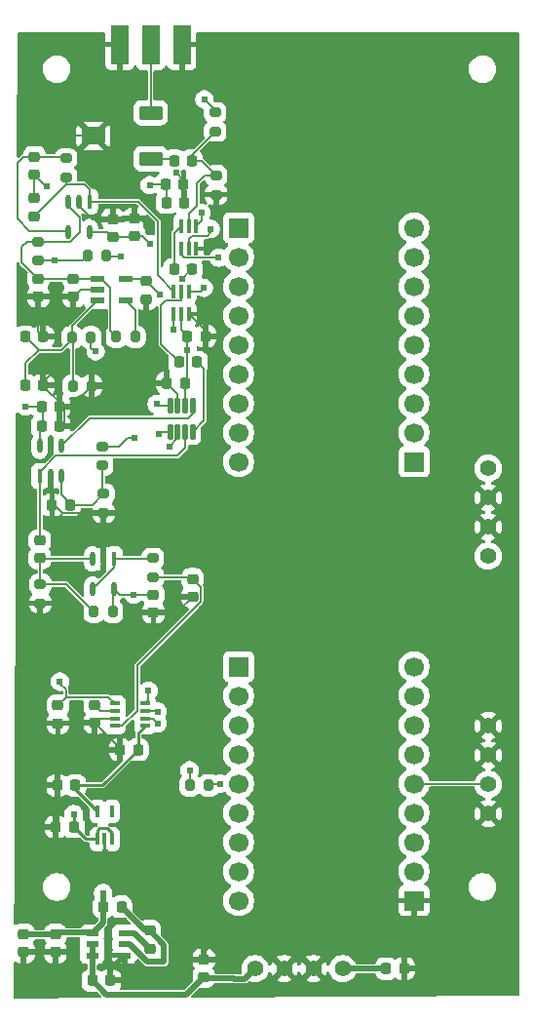
<source format=gbr>
G04 #@! TF.GenerationSoftware,KiCad,Pcbnew,9.0.0*
G04 #@! TF.CreationDate,2025-10-14T13:06:03-06:00*
G04 #@! TF.ProjectId,main_board,6d61696e-5f62-46f6-9172-642e6b696361,rev?*
G04 #@! TF.SameCoordinates,Original*
G04 #@! TF.FileFunction,Copper,L1,Top*
G04 #@! TF.FilePolarity,Positive*
%FSLAX46Y46*%
G04 Gerber Fmt 4.6, Leading zero omitted, Abs format (unit mm)*
G04 Created by KiCad (PCBNEW 9.0.0) date 2025-10-14 13:06:03*
%MOMM*%
%LPD*%
G01*
G04 APERTURE LIST*
G04 Aperture macros list*
%AMRoundRect*
0 Rectangle with rounded corners*
0 $1 Rounding radius*
0 $2 $3 $4 $5 $6 $7 $8 $9 X,Y pos of 4 corners*
0 Add a 4 corners polygon primitive as box body*
4,1,4,$2,$3,$4,$5,$6,$7,$8,$9,$2,$3,0*
0 Add four circle primitives for the rounded corners*
1,1,$1+$1,$2,$3*
1,1,$1+$1,$4,$5*
1,1,$1+$1,$6,$7*
1,1,$1+$1,$8,$9*
0 Add four rect primitives between the rounded corners*
20,1,$1+$1,$2,$3,$4,$5,0*
20,1,$1+$1,$4,$5,$6,$7,0*
20,1,$1+$1,$6,$7,$8,$9,0*
20,1,$1+$1,$8,$9,$2,$3,0*%
G04 Aperture macros list end*
G04 #@! TA.AperFunction,ComponentPad*
%ADD10C,1.397000*%
G04 #@! TD*
G04 #@! TA.AperFunction,SMDPad,CuDef*
%ADD11RoundRect,0.200000X-0.275000X0.200000X-0.275000X-0.200000X0.275000X-0.200000X0.275000X0.200000X0*%
G04 #@! TD*
G04 #@! TA.AperFunction,SMDPad,CuDef*
%ADD12RoundRect,0.225000X-0.225000X-0.250000X0.225000X-0.250000X0.225000X0.250000X-0.225000X0.250000X0*%
G04 #@! TD*
G04 #@! TA.AperFunction,SMDPad,CuDef*
%ADD13RoundRect,0.180000X0.820000X0.420000X-0.820000X0.420000X-0.820000X-0.420000X0.820000X-0.420000X0*%
G04 #@! TD*
G04 #@! TA.AperFunction,SMDPad,CuDef*
%ADD14RoundRect,0.217500X0.782500X0.507500X-0.782500X0.507500X-0.782500X-0.507500X0.782500X-0.507500X0*%
G04 #@! TD*
G04 #@! TA.AperFunction,SMDPad,CuDef*
%ADD15RoundRect,0.225000X0.225000X0.250000X-0.225000X0.250000X-0.225000X-0.250000X0.225000X-0.250000X0*%
G04 #@! TD*
G04 #@! TA.AperFunction,SMDPad,CuDef*
%ADD16R,1.104900X0.508000*%
G04 #@! TD*
G04 #@! TA.AperFunction,SMDPad,CuDef*
%ADD17RoundRect,0.200000X0.275000X-0.200000X0.275000X0.200000X-0.275000X0.200000X-0.275000X-0.200000X0*%
G04 #@! TD*
G04 #@! TA.AperFunction,SMDPad,CuDef*
%ADD18R,0.304800X1.079500*%
G04 #@! TD*
G04 #@! TA.AperFunction,SMDPad,CuDef*
%ADD19R,1.500000X3.500000*%
G04 #@! TD*
G04 #@! TA.AperFunction,SMDPad,CuDef*
%ADD20RoundRect,0.218750X0.218750X0.256250X-0.218750X0.256250X-0.218750X-0.256250X0.218750X-0.256250X0*%
G04 #@! TD*
G04 #@! TA.AperFunction,SMDPad,CuDef*
%ADD21RoundRect,0.200000X-0.200000X-0.275000X0.200000X-0.275000X0.200000X0.275000X-0.200000X0.275000X0*%
G04 #@! TD*
G04 #@! TA.AperFunction,SMDPad,CuDef*
%ADD22R,0.355600X1.168400*%
G04 #@! TD*
G04 #@! TA.AperFunction,SMDPad,CuDef*
%ADD23RoundRect,0.225000X0.250000X-0.225000X0.250000X0.225000X-0.250000X0.225000X-0.250000X-0.225000X0*%
G04 #@! TD*
G04 #@! TA.AperFunction,SMDPad,CuDef*
%ADD24R,0.457200X1.219200*%
G04 #@! TD*
G04 #@! TA.AperFunction,SMDPad,CuDef*
%ADD25O,0.457200X1.219200*%
G04 #@! TD*
G04 #@! TA.AperFunction,SMDPad,CuDef*
%ADD26RoundRect,0.225000X-0.250000X0.225000X-0.250000X-0.225000X0.250000X-0.225000X0.250000X0.225000X0*%
G04 #@! TD*
G04 #@! TA.AperFunction,SMDPad,CuDef*
%ADD27RoundRect,0.200000X0.200000X0.275000X-0.200000X0.275000X-0.200000X-0.275000X0.200000X-0.275000X0*%
G04 #@! TD*
G04 #@! TA.AperFunction,ComponentPad*
%ADD28R,1.700000X1.700000*%
G04 #@! TD*
G04 #@! TA.AperFunction,ComponentPad*
%ADD29C,1.700000*%
G04 #@! TD*
G04 #@! TA.AperFunction,SMDPad,CuDef*
%ADD30RoundRect,0.115000X-0.115000X0.547500X-0.115000X-0.547500X0.115000X-0.547500X0.115000X0.547500X0*%
G04 #@! TD*
G04 #@! TA.AperFunction,SMDPad,CuDef*
%ADD31R,0.876300X0.406400*%
G04 #@! TD*
G04 #@! TA.AperFunction,SMDPad,CuDef*
%ADD32R,1.270000X0.508000*%
G04 #@! TD*
G04 #@! TA.AperFunction,ViaPad*
%ADD33C,0.610000*%
G04 #@! TD*
G04 #@! TA.AperFunction,Conductor*
%ADD34C,0.203200*%
G04 #@! TD*
G04 #@! TA.AperFunction,Conductor*
%ADD35C,0.508000*%
G04 #@! TD*
G04 #@! TA.AperFunction,Conductor*
%ADD36C,0.254000*%
G04 #@! TD*
G04 APERTURE END LIST*
D10*
G04 #@! TO.P,J4,1,1*
G04 #@! TO.N,+5V*
X159700000Y-105880000D03*
G04 #@! TO.P,J4,2,2*
G04 #@! TO.N,GND*
X159700000Y-108420000D03*
G04 #@! TO.P,J4,3,3*
X159700000Y-110960000D03*
G04 #@! TO.P,J4,4,4*
G04 #@! TO.N,+5V*
X159700000Y-113500000D03*
G04 #@! TD*
D11*
G04 #@! TO.P,R1,1*
G04 #@! TO.N,Net-(U1-+IN)*
X126300000Y-108085000D03*
G04 #@! TO.P,R1,2*
G04 #@! TO.N,GND*
X126300000Y-109735000D03*
G04 #@! TD*
D10*
G04 #@! TO.P,J2,1,1*
G04 #@! TO.N,+9V*
X139450000Y-149320000D03*
G04 #@! TO.P,J2,2,2*
G04 #@! TO.N,GND*
X141990000Y-149320000D03*
G04 #@! TO.P,J2,3,3*
X144530000Y-149320000D03*
G04 #@! TO.P,J2,4,4*
G04 #@! TO.N,+5V*
X147070000Y-149320000D03*
G04 #@! TD*
D12*
G04 #@! TO.P,C9,1*
G04 #@! TO.N,Net-(U5-+IN)*
X119505000Y-94460000D03*
G04 #@! TO.P,C9,2*
G04 #@! TO.N,GND*
X121055000Y-94460000D03*
G04 #@! TD*
D11*
G04 #@! TO.P,R9,1*
G04 #@! TO.N,+5V*
X136000000Y-74975000D03*
G04 #@! TO.P,R9,2*
G04 #@! TO.N,/Filter_out*
X136000000Y-76625000D03*
G04 #@! TD*
D13*
G04 #@! TO.P,FL1,1,input*
G04 #@! TO.N,/Filter/Sigin*
X130387500Y-75000000D03*
G04 #@! TO.P,FL1,2,output*
G04 #@! TO.N,/Filter/Sigout*
X130387500Y-79000000D03*
D14*
G04 #@! TO.P,FL1,3,ground*
G04 #@! TO.N,GND*
X125387500Y-77000000D03*
G04 #@! TD*
D15*
G04 #@! TO.P,C30,1*
G04 #@! TO.N,+5V*
X123705000Y-137010000D03*
G04 #@! TO.P,C30,2*
G04 #@! TO.N,GND*
X122155000Y-137010000D03*
G04 #@! TD*
D16*
G04 #@! TO.P,U9,1,FB*
G04 #@! TO.N,+5V*
X125296650Y-146249999D03*
G04 #@! TO.P,U9,2,EN*
G04 #@! TO.N,+9V*
X125296650Y-147200000D03*
G04 #@! TO.P,U9,3,VIN*
X125296650Y-148150001D03*
G04 #@! TO.P,U9,4,GND*
G04 #@! TO.N,GND*
X128103350Y-148150001D03*
G04 #@! TO.P,U9,5,SW*
G04 #@! TO.N,Net-(U9-SW)*
X128103350Y-147200000D03*
G04 #@! TO.P,U9,6,BST*
G04 #@! TO.N,Net-(U9-BST)*
X128103350Y-146249999D03*
G04 #@! TD*
D17*
G04 #@! TO.P,R8,1*
G04 #@! TO.N,Net-(C13-Pad2)*
X120600000Y-87825000D03*
G04 #@! TO.P,R8,2*
G04 #@! TO.N,/High Gain Amplifier/Vref*
X120600000Y-86175000D03*
G04 #@! TD*
D12*
G04 #@! TO.P,C10,1*
G04 #@! TO.N,Net-(U5-+IN)*
X119505000Y-98660000D03*
G04 #@! TO.P,C10,2*
G04 #@! TO.N,GND*
X121055000Y-98660000D03*
G04 #@! TD*
D18*
G04 #@! TO.P,U12,1,VIN*
G04 #@! TO.N,+5V*
X125730001Y-138072850D03*
G04 #@! TO.P,U12,2,GND*
G04 #@! TO.N,GND*
X126380000Y-138072850D03*
G04 #@! TO.P,U12,3,EN*
G04 #@! TO.N,+5V*
X127029999Y-138072850D03*
G04 #@! TO.P,U12,4,NC*
G04 #@! TO.N,unconnected-(U12-NC-Pad4)*
X127029999Y-135647150D03*
G04 #@! TO.P,U12,5,VOUT*
G04 #@! TO.N,+3.3V*
X125730001Y-135647150D03*
G04 #@! TD*
D19*
G04 #@! TO.P,J1,1*
G04 #@! TO.N,/Filter/Sigin*
X130400000Y-69072500D03*
G04 #@! TO.P,J1,G1*
G04 #@! TO.N,GND*
X133100000Y-69072500D03*
G04 #@! TO.P,J1,G2*
X127700000Y-69072500D03*
G04 #@! TD*
D20*
G04 #@! TO.P,L1,1,1*
G04 #@! TO.N,Net-(U9-SW)*
X127837500Y-143950000D03*
G04 #@! TO.P,L1,2,2*
G04 #@! TO.N,+5V*
X126262500Y-143950000D03*
G04 #@! TD*
D21*
G04 #@! TO.P,R5,1*
G04 #@! TO.N,Net-(U5-+IN)*
X123605000Y-98710000D03*
G04 #@! TO.P,R5,2*
G04 #@! TO.N,GND*
X125255000Y-98710000D03*
G04 #@! TD*
D22*
G04 #@! TO.P,U4,1,IN*
G04 #@! TO.N,/Bypass_ctrl*
X132380001Y-92460000D03*
G04 #@! TO.P,U4,2,V+*
G04 #@! TO.N,+5V*
X133030000Y-92460000D03*
G04 #@! TO.P,U4,3,GND*
G04 #@! TO.N,GND*
X133679999Y-92460000D03*
G04 #@! TO.P,U4,4,NC*
G04 #@! TO.N,/Bypass_sig*
X133679999Y-90504200D03*
G04 #@! TO.P,U4,5,COM*
G04 #@! TO.N,/PGA_in*
X133030000Y-90504200D03*
G04 #@! TO.P,U4,6,NO*
G04 #@! TO.N,/HGA_out*
X132380001Y-90504200D03*
G04 #@! TD*
D23*
G04 #@! TO.P,C26,1*
G04 #@! TO.N,Net-(U9-BST)*
X130300000Y-147575000D03*
G04 #@! TO.P,C26,2*
G04 #@! TO.N,Net-(U9-SW)*
X130300000Y-146025000D03*
G04 #@! TD*
D12*
G04 #@! TO.P,C15,1*
G04 #@! TO.N,+5V*
X133580000Y-94410000D03*
G04 #@! TO.P,C15,2*
G04 #@! TO.N,GND*
X135130000Y-94410000D03*
G04 #@! TD*
D23*
G04 #@! TO.P,C31,1*
G04 #@! TO.N,+9V*
X135000000Y-150050000D03*
G04 #@! TO.P,C31,2*
G04 #@! TO.N,GND*
X135000000Y-148500000D03*
G04 #@! TD*
D15*
G04 #@! TO.P,C5,1*
G04 #@! TO.N,Net-(U1-+IN)*
X123375000Y-109060000D03*
G04 #@! TO.P,C5,2*
G04 #@! TO.N,GND*
X121825000Y-109060000D03*
G04 #@! TD*
D17*
G04 #@! TO.P,R6,1*
G04 #@! TO.N,/HGA_out*
X123030000Y-80625000D03*
G04 #@! TO.P,R6,2*
G04 #@! TO.N,Net-(U6--IN)*
X123030000Y-78975000D03*
G04 #@! TD*
D24*
G04 #@! TO.P,U8,1,OUT*
G04 #@! TO.N,Net-(U8--IN)*
X127230001Y-113750000D03*
D25*
G04 #@! TO.P,U8,2,V-*
G04 #@! TO.N,GND*
X126280000Y-113750000D03*
G04 #@! TO.P,U8,3,+IN*
G04 #@! TO.N,/ADC/Sigin*
X125329999Y-113750000D03*
G04 #@! TO.P,U8,4,-IN*
G04 #@! TO.N,Net-(U8--IN)*
X125329999Y-116370000D03*
G04 #@! TO.P,U8,5,V+*
G04 #@! TO.N,+5V*
X127230001Y-116370000D03*
G04 #@! TD*
D26*
G04 #@! TO.P,C27,1*
G04 #@! TO.N,+5V*
X122120000Y-146340000D03*
G04 #@! TO.P,C27,2*
G04 #@! TO.N,GND*
X122120000Y-147890000D03*
G04 #@! TD*
G04 #@! TO.P,C13,1*
G04 #@! TO.N,Net-(U6--IN)*
X120280000Y-78835000D03*
G04 #@! TO.P,C13,2*
G04 #@! TO.N,Net-(C13-Pad2)*
X120280000Y-80385000D03*
G04 #@! TD*
D23*
G04 #@! TO.P,C18,1*
G04 #@! TO.N,+5V*
X128980000Y-85735000D03*
G04 #@! TO.P,C18,2*
G04 #@! TO.N,GND*
X128980000Y-84185000D03*
G04 #@! TD*
D12*
G04 #@! TO.P,C3,1*
G04 #@! TO.N,+5V*
X120925000Y-102210000D03*
G04 #@! TO.P,C3,2*
G04 #@! TO.N,GND*
X122475000Y-102210000D03*
G04 #@! TD*
D27*
G04 #@! TO.P,R12,1*
G04 #@! TO.N,+5V*
X127105000Y-118310000D03*
G04 #@! TO.P,R12,2*
G04 #@! TO.N,/ADC/Sigin*
X125455000Y-118310000D03*
G04 #@! TD*
D10*
G04 #@! TO.P,J3,1,1*
G04 #@! TO.N,GND*
X159730000Y-135850000D03*
G04 #@! TO.P,J3,2,2*
G04 #@! TO.N,/uart*
X159730000Y-133310000D03*
G04 #@! TO.P,J3,3,3*
G04 #@! TO.N,GND*
X159730000Y-130770000D03*
G04 #@! TO.P,J3,4,4*
X159730000Y-128230000D03*
G04 #@! TD*
D27*
G04 #@! TO.P,R4,1*
G04 #@! TO.N,+5V*
X125205000Y-94510000D03*
G04 #@! TO.P,R4,2*
G04 #@! TO.N,Net-(U5-+IN)*
X123555000Y-94510000D03*
G04 #@! TD*
D24*
G04 #@! TO.P,U1,1,OUT*
G04 #@! TO.N,/PGA/Vout*
X120749999Y-106570000D03*
D25*
G04 #@! TO.P,U1,2,V-*
G04 #@! TO.N,GND*
X121700000Y-106570000D03*
G04 #@! TO.P,U1,3,+IN*
G04 #@! TO.N,Net-(U1-+IN)*
X122650001Y-106570000D03*
G04 #@! TO.P,U1,4,-IN*
G04 #@! TO.N,/PGA/Vinm*
X122650001Y-103950000D03*
G04 #@! TO.P,U1,5,V+*
G04 #@! TO.N,+5V*
X120749999Y-103950000D03*
G04 #@! TD*
D24*
G04 #@! TO.P,U6,1,OUT*
G04 #@! TO.N,/HGA_out*
X125080000Y-82710000D03*
D25*
G04 #@! TO.P,U6,2,V-*
G04 #@! TO.N,GND*
X124129999Y-82710000D03*
G04 #@! TO.P,U6,3,+IN*
G04 #@! TO.N,/High Gain Amplifier/Vref*
X123179998Y-82710000D03*
G04 #@! TO.P,U6,4,-IN*
G04 #@! TO.N,Net-(U6--IN)*
X123179998Y-85330000D03*
G04 #@! TO.P,U6,5,V+*
G04 #@! TO.N,+5V*
X125080000Y-85330000D03*
G04 #@! TD*
D21*
G04 #@! TO.P,R14,1*
G04 #@! TO.N,Net-(U7-SDO)*
X133775000Y-133400000D03*
G04 #@! TO.P,R14,2*
G04 #@! TO.N,/Serial_Data_Out*
X135425000Y-133400000D03*
G04 #@! TD*
D15*
G04 #@! TO.P,C34,1*
G04 #@! TO.N,+3.3V*
X123830000Y-133410000D03*
G04 #@! TO.P,C34,2*
G04 #@! TO.N,GND*
X122280000Y-133410000D03*
G04 #@! TD*
D23*
G04 #@! TO.P,C21,1*
G04 #@! TO.N,GND*
X125530000Y-127985000D03*
G04 #@! TO.P,C21,2*
G04 #@! TO.N,Net-(U7-REF)*
X125530000Y-126435000D03*
G04 #@! TD*
D28*
G04 #@! TO.P,U10,1,1*
G04 #@! TO.N,unconnected-(U10-Pad1)*
X138030000Y-84990000D03*
D29*
G04 #@! TO.P,U10,2,2*
G04 #@! TO.N,unconnected-(U10-Pad2)*
X138030000Y-87530000D03*
G04 #@! TO.P,U10,3,3*
G04 #@! TO.N,unconnected-(U10-Pad3)*
X138030000Y-90070000D03*
G04 #@! TO.P,U10,4,4*
G04 #@! TO.N,unconnected-(U10-Pad4)*
X138030000Y-92610000D03*
G04 #@! TO.P,U10,5,5*
G04 #@! TO.N,unconnected-(U10-Pad5)*
X138030000Y-95150000D03*
G04 #@! TO.P,U10,6,6*
G04 #@! TO.N,unconnected-(U10-Pad6)*
X138030000Y-97690000D03*
G04 #@! TO.P,U10,7,7*
G04 #@! TO.N,unconnected-(U10-Pad7)*
X138030000Y-100230000D03*
G04 #@! TO.P,U10,8,8*
G04 #@! TO.N,unconnected-(U10-Pad8)*
X138030000Y-102770000D03*
G04 #@! TO.P,U10,9,9*
G04 #@! TO.N,unconnected-(U10-Pad9)*
X138030000Y-105310000D03*
D28*
G04 #@! TO.P,U10,16,16*
G04 #@! TO.N,/CS_bar*
X138030000Y-123090000D03*
D29*
G04 #@! TO.P,U10,17,17*
G04 #@! TO.N,unconnected-(U10-Pad17)*
X138030000Y-125630000D03*
G04 #@! TO.P,U10,18,18*
G04 #@! TO.N,/SCK*
X138030000Y-128170000D03*
G04 #@! TO.P,U10,19,19*
G04 #@! TO.N,unconnected-(U10-Pad19)*
X138030000Y-130710000D03*
G04 #@! TO.P,U10,20,20*
G04 #@! TO.N,/Serial_Data_Out*
X138030000Y-133250000D03*
G04 #@! TO.P,U10,21,21*
G04 #@! TO.N,unconnected-(U10-Pad21)*
X138030000Y-135790000D03*
G04 #@! TO.P,U10,22,22*
G04 #@! TO.N,unconnected-(U10-Pad22)*
X138030000Y-138330000D03*
G04 #@! TO.P,U10,23,23*
G04 #@! TO.N,unconnected-(U10-Pad23)*
X138030000Y-140870000D03*
G04 #@! TO.P,U10,24,24*
G04 #@! TO.N,+5V*
X138030000Y-143410000D03*
D28*
G04 #@! TO.P,U10,25,25*
G04 #@! TO.N,GND*
X153270000Y-143410000D03*
D29*
G04 #@! TO.P,U10,26,26*
G04 #@! TO.N,unconnected-(U10-Pad26)*
X153270000Y-140870000D03*
G04 #@! TO.P,U10,27,27*
G04 #@! TO.N,unconnected-(U10-Pad27)*
X153270000Y-138330000D03*
G04 #@! TO.P,U10,28,28*
G04 #@! TO.N,unconnected-(U10-Pad28)*
X153270000Y-135790000D03*
G04 #@! TO.P,U10,29,29*
G04 #@! TO.N,/uart*
X153270000Y-133250000D03*
G04 #@! TO.P,U10,30,30*
G04 #@! TO.N,unconnected-(U10-Pad30)*
X153270000Y-130710000D03*
G04 #@! TO.P,U10,31,31*
G04 #@! TO.N,unconnected-(U10-Pad31)*
X153270000Y-128170000D03*
G04 #@! TO.P,U10,32,32*
G04 #@! TO.N,unconnected-(U10-Pad32)*
X153270000Y-125630000D03*
G04 #@! TO.P,U10,33,33*
G04 #@! TO.N,unconnected-(U10-Pad33)*
X153270000Y-123090000D03*
D28*
G04 #@! TO.P,U10,40,40*
G04 #@! TO.N,unconnected-(U10-Pad40)*
X153270000Y-105310000D03*
D29*
G04 #@! TO.P,U10,41,41*
G04 #@! TO.N,unconnected-(U10-Pad41)*
X153270000Y-102770000D03*
G04 #@! TO.P,U10,42,42*
G04 #@! TO.N,/Pot_SDI*
X153270000Y-100230000D03*
G04 #@! TO.P,U10,43,43*
G04 #@! TO.N,unconnected-(U10-Pad43)*
X153270000Y-97690000D03*
G04 #@! TO.P,U10,44,44*
G04 #@! TO.N,/Pot_CS*
X153270000Y-95150000D03*
G04 #@! TO.P,U10,45,45*
G04 #@! TO.N,unconnected-(U10-Pad45)*
X153270000Y-92610000D03*
G04 #@! TO.P,U10,46,46*
G04 #@! TO.N,/Pot_CLK*
X153270000Y-90070000D03*
G04 #@! TO.P,U10,47,47*
G04 #@! TO.N,unconnected-(U10-Pad47)*
X153270000Y-87530000D03*
G04 #@! TO.P,U10,48,48*
G04 #@! TO.N,/Bypass_ctrl*
X153270000Y-84990000D03*
G04 #@! TD*
D12*
G04 #@! TO.P,C6,1*
G04 #@! TO.N,/PGA_in*
X132855000Y-96660000D03*
G04 #@! TO.P,C6,2*
G04 #@! TO.N,/PGA/Sigin*
X134405000Y-96660000D03*
G04 #@! TD*
G04 #@! TO.P,C24,1*
G04 #@! TO.N,/Filter/Sigout*
X132425000Y-79160000D03*
G04 #@! TO.P,C24,2*
G04 #@! TO.N,/Filter_out*
X133975000Y-79160000D03*
G04 #@! TD*
D21*
G04 #@! TO.P,R3,1*
G04 #@! TO.N,/High Gain Amplifier/Vref*
X127405000Y-94460000D03*
G04 #@! TO.P,R3,2*
G04 #@! TO.N,Net-(U5--IN)*
X129055000Y-94460000D03*
G04 #@! TD*
D26*
G04 #@! TO.P,C11,1*
G04 #@! TO.N,/High Gain Amplifier/Vref*
X120630000Y-89425000D03*
G04 #@! TO.P,C11,2*
G04 #@! TO.N,GND*
X120630000Y-90975000D03*
G04 #@! TD*
G04 #@! TO.P,C12,1*
G04 #@! TO.N,/High Gain Amplifier/Vref*
X123680000Y-89425000D03*
G04 #@! TO.P,C12,2*
G04 #@! TO.N,GND*
X123680000Y-90975000D03*
G04 #@! TD*
G04 #@! TO.P,C7,1*
G04 #@! TO.N,/PGA/Vout*
X120750000Y-112135000D03*
G04 #@! TO.P,C7,2*
G04 #@! TO.N,/ADC/Sigin*
X120750000Y-113685000D03*
G04 #@! TD*
D30*
G04 #@! TO.P,U3,1,W*
G04 #@! TO.N,/PGA/Vinm*
X134030000Y-100422500D03*
G04 #@! TO.P,U3,2,V_{DD}*
G04 #@! TO.N,+5V*
X133380000Y-100422500D03*
G04 #@! TO.P,U3,3,GND*
G04 #@! TO.N,GND*
X132730000Y-100422500D03*
G04 #@! TO.P,U3,4,CLK*
G04 #@! TO.N,/Pot_CLK*
X132080000Y-100422500D03*
G04 #@! TO.P,U3,5,SDI*
G04 #@! TO.N,/Pot_SDI*
X132080000Y-102697500D03*
G04 #@! TO.P,U3,6,~{CS}*
G04 #@! TO.N,/Pot_CS*
X132730000Y-102697500D03*
G04 #@! TO.P,U3,7,B*
G04 #@! TO.N,/PGA/Vout*
X133380000Y-102697500D03*
G04 #@! TO.P,U3,8,A*
G04 #@! TO.N,/PGA/Sigin*
X134030000Y-102697500D03*
G04 #@! TD*
D21*
G04 #@! TO.P,R7,1*
G04 #@! TO.N,Net-(C13-Pad2)*
X124880000Y-87410000D03*
G04 #@! TO.P,R7,2*
G04 #@! TO.N,/High Gain Amplifier/Sigin*
X126530000Y-87410000D03*
G04 #@! TD*
D15*
G04 #@! TO.P,C2,1*
G04 #@! TO.N,+5V*
X133355000Y-98460000D03*
G04 #@! TO.P,C2,2*
G04 #@! TO.N,GND*
X131805000Y-98460000D03*
G04 #@! TD*
D26*
G04 #@! TO.P,C16,1*
G04 #@! TO.N,+5V*
X130000000Y-89635000D03*
G04 #@! TO.P,C16,2*
G04 #@! TO.N,GND*
X130000000Y-91185000D03*
G04 #@! TD*
D11*
G04 #@! TO.P,R2,1*
G04 #@! TO.N,+5V*
X126180000Y-103985000D03*
G04 #@! TO.P,R2,2*
G04 #@! TO.N,Net-(U1-+IN)*
X126180000Y-105635000D03*
G04 #@! TD*
G04 #@! TO.P,R10,1*
G04 #@! TO.N,/Filter_out*
X136080000Y-80460000D03*
G04 #@! TO.P,R10,2*
G04 #@! TO.N,GND*
X136080000Y-82110000D03*
G04 #@! TD*
D31*
G04 #@! TO.P,U7,1,VDD*
G04 #@! TO.N,+5V*
X127265550Y-126285001D03*
G04 #@! TO.P,U7,2,REF*
G04 #@! TO.N,Net-(U7-REF)*
X127265550Y-126934999D03*
G04 #@! TO.P,U7,3,GND*
G04 #@! TO.N,GND*
X127265550Y-127585001D03*
G04 #@! TO.P,U7,4,AIN*
G04 #@! TO.N,Net-(U7-AIN)*
X127265550Y-128234999D03*
G04 #@! TO.P,U7,5,OVDD*
G04 #@! TO.N,+3.3V*
X129894450Y-128234999D03*
G04 #@! TO.P,U7,6,SDO*
G04 #@! TO.N,Net-(U7-SDO)*
X129894450Y-127585001D03*
G04 #@! TO.P,U7,7,SCK*
G04 #@! TO.N,/SCK*
X129894450Y-126934999D03*
G04 #@! TO.P,U7,8,\u002ACS*
G04 #@! TO.N,/CS_bar*
X129894450Y-126285001D03*
G04 #@! TD*
D11*
G04 #@! TO.P,R13,1*
G04 #@! TO.N,/ADC/Sigin*
X120800000Y-115935000D03*
G04 #@! TO.P,R13,2*
G04 #@! TO.N,GND*
X120800000Y-117585000D03*
G04 #@! TD*
D12*
G04 #@! TO.P,C32,1*
G04 #@! TO.N,+5V*
X150855000Y-149310000D03*
G04 #@! TO.P,C32,2*
G04 #@! TO.N,GND*
X152405000Y-149310000D03*
G04 #@! TD*
D23*
G04 #@! TO.P,C14,1*
G04 #@! TO.N,/HGA_out*
X120280000Y-83985000D03*
G04 #@! TO.P,C14,2*
G04 #@! TO.N,Net-(C13-Pad2)*
X120280000Y-82435000D03*
G04 #@! TD*
G04 #@! TO.P,C17,1*
G04 #@! TO.N,+5V*
X127080000Y-85785000D03*
G04 #@! TO.P,C17,2*
G04 #@! TO.N,GND*
X127080000Y-84235000D03*
G04 #@! TD*
D12*
G04 #@! TO.P,C8,1*
G04 #@! TO.N,/HGA_in*
X132425000Y-88600000D03*
G04 #@! TO.P,C8,2*
G04 #@! TO.N,/High Gain Amplifier/Sigin*
X133975000Y-88600000D03*
G04 #@! TD*
G04 #@! TO.P,C19,1*
G04 #@! TO.N,+5V*
X131755000Y-82810000D03*
G04 #@! TO.P,C19,2*
G04 #@! TO.N,GND*
X133305000Y-82810000D03*
G04 #@! TD*
D15*
G04 #@! TO.P,C22,1*
G04 #@! TO.N,+3.3V*
X129280000Y-130310000D03*
G04 #@! TO.P,C22,2*
G04 #@! TO.N,GND*
X127730000Y-130310000D03*
G04 #@! TD*
D26*
G04 #@! TO.P,C29,1*
G04 #@! TO.N,+5V*
X130630000Y-116860000D03*
G04 #@! TO.P,C29,2*
G04 #@! TO.N,GND*
X130630000Y-118410000D03*
G04 #@! TD*
G04 #@! TO.P,C28,1*
G04 #@! TO.N,+5V*
X119350000Y-146340000D03*
G04 #@! TO.P,C28,2*
G04 #@! TO.N,GND*
X119350000Y-147890000D03*
G04 #@! TD*
D12*
G04 #@! TO.P,C1,1*
G04 #@! TO.N,+5V*
X131705000Y-81210000D03*
G04 #@! TO.P,C1,2*
G04 #@! TO.N,GND*
X133255000Y-81210000D03*
G04 #@! TD*
D23*
G04 #@! TO.P,C20,1*
G04 #@! TO.N,GND*
X122330000Y-128000000D03*
G04 #@! TO.P,C20,2*
G04 #@! TO.N,+5V*
X122330000Y-126450000D03*
G04 #@! TD*
D26*
G04 #@! TO.P,C23,1*
G04 #@! TO.N,Net-(U7-AIN)*
X134030000Y-115485000D03*
G04 #@! TO.P,C23,2*
G04 #@! TO.N,GND*
X134030000Y-117035000D03*
G04 #@! TD*
D17*
G04 #@! TO.P,R11,1*
G04 #@! TO.N,Net-(U7-AIN)*
X130580000Y-115335000D03*
G04 #@! TO.P,R11,2*
G04 #@! TO.N,Net-(U8--IN)*
X130580000Y-113685000D03*
G04 #@! TD*
D32*
G04 #@! TO.P,U5,1,VOUT*
G04 #@! TO.N,/High Gain Amplifier/Vref*
X125761600Y-89400000D03*
G04 #@! TO.P,U5,2,-VS*
G04 #@! TO.N,GND*
X125761600Y-90350001D03*
G04 #@! TO.P,U5,3,+IN*
G04 #@! TO.N,Net-(U5-+IN)*
X125761600Y-91300002D03*
G04 #@! TO.P,U5,4,-IN*
G04 #@! TO.N,Net-(U5--IN)*
X128200000Y-91300002D03*
G04 #@! TO.P,U5,5,+VS*
G04 #@! TO.N,+5V*
X128200000Y-89400000D03*
G04 #@! TD*
D12*
G04 #@! TO.P,C4,1*
G04 #@! TO.N,+5V*
X120925000Y-100500000D03*
G04 #@! TO.P,C4,2*
G04 #@! TO.N,GND*
X122475000Y-100500000D03*
G04 #@! TD*
D22*
G04 #@! TO.P,U2,1,IN*
G04 #@! TO.N,/Bypass_ctrl*
X133050001Y-86777900D03*
G04 #@! TO.P,U2,2,V+*
G04 #@! TO.N,+5V*
X133700000Y-86777900D03*
G04 #@! TO.P,U2,3,GND*
G04 #@! TO.N,GND*
X134349999Y-86777900D03*
G04 #@! TO.P,U2,4,NC*
G04 #@! TO.N,/Bypass_sig*
X134349999Y-84822100D03*
G04 #@! TO.P,U2,5,COM*
G04 #@! TO.N,/Filter_out*
X133700000Y-84822100D03*
G04 #@! TO.P,U2,6,NO*
G04 #@! TO.N,/HGA_in*
X133050001Y-84822100D03*
G04 #@! TD*
D12*
G04 #@! TO.P,C25,1*
G04 #@! TO.N,+9V*
X125320000Y-150340000D03*
G04 #@! TO.P,C25,2*
G04 #@! TO.N,GND*
X126870000Y-150340000D03*
G04 #@! TD*
D33*
G04 #@! TO.N,/Serial_Data_Out*
X136400000Y-133250000D03*
G04 #@! TO.N,GND*
X121700000Y-149300000D03*
X130300000Y-93000000D03*
X126290000Y-112390000D03*
X128600000Y-150300000D03*
X135500000Y-95800000D03*
X121900000Y-97600000D03*
X154000000Y-149000000D03*
X125827500Y-69072500D03*
X120630000Y-92700000D03*
X132600000Y-80200000D03*
X120600000Y-137000000D03*
X137400000Y-82100000D03*
X130000000Y-84700000D03*
X122900000Y-76800000D03*
X135500000Y-86777900D03*
X120220000Y-118700000D03*
X135400000Y-147300000D03*
X126400000Y-139200000D03*
X135272500Y-69072500D03*
X126052267Y-130586174D03*
X132655000Y-118410000D03*
G04 #@! TO.N,/Pot_CS*
X132000000Y-104000000D03*
G04 #@! TO.N,+5V*
X126262500Y-142762500D03*
X128900000Y-116860000D03*
X135050000Y-73850000D03*
X122500000Y-124400000D03*
X123700000Y-135900000D03*
X130300000Y-81300000D03*
X135600000Y-85100000D03*
X129000000Y-103200000D03*
X131182500Y-90817500D03*
X130300000Y-86400000D03*
X133580000Y-95600000D03*
X119500000Y-100500000D03*
X125600000Y-95700000D03*
G04 #@! TO.N,/Bypass_sig*
X134800000Y-83700000D03*
X135000000Y-90200000D03*
G04 #@! TO.N,/High Gain Amplifier/Sigin*
X127800000Y-87500000D03*
X133100000Y-89400000D03*
G04 #@! TO.N,/SCK*
X131000000Y-127000000D03*
G04 #@! TO.N,/CS_bar*
X130200000Y-125200000D03*
G04 #@! TO.N,Net-(C13-Pad2)*
X121400000Y-81400000D03*
X122000000Y-87825000D03*
G04 #@! TO.N,Net-(U7-SDO)*
X133775000Y-132100000D03*
X131000000Y-128000000D03*
G04 #@! TO.N,/Bypass_ctrl*
X136300000Y-87600000D03*
X132380001Y-93819999D03*
G04 #@! TO.N,/Pot_SDI*
X131100000Y-102900000D03*
G04 #@! TO.N,/Pot_CLK*
X130900000Y-100300000D03*
G04 #@! TD*
D34*
G04 #@! TO.N,/Serial_Data_Out*
X136400000Y-133250000D02*
X135575000Y-133250000D01*
G04 #@! TO.N,GND*
X123455000Y-100510000D02*
X125255000Y-98710000D01*
X122330000Y-128000000D02*
X125515000Y-128000000D01*
X133305000Y-82810000D02*
X133305000Y-81260000D01*
D35*
X135120000Y-148365000D02*
X135120000Y-148380000D01*
D34*
X120800000Y-118120000D02*
X120220000Y-118700000D01*
X122709600Y-109764600D02*
X121700000Y-108755000D01*
X126270400Y-109764600D02*
X122709600Y-109764600D01*
X122855000Y-100510000D02*
X122855000Y-102210000D01*
D35*
X135000000Y-148500000D02*
X135000000Y-147700000D01*
D34*
X121055000Y-98710000D02*
X122855000Y-100510000D01*
X127130000Y-84185000D02*
X127080000Y-84235000D01*
X134349999Y-86777900D02*
X135500000Y-86777900D01*
D35*
X122120000Y-147890000D02*
X122120000Y-148880000D01*
D34*
X127730000Y-130310000D02*
X126290000Y-130310000D01*
X124129999Y-83057399D02*
X125307600Y-84235000D01*
X125530000Y-127985000D02*
X125929999Y-127585001D01*
X120800000Y-117585000D02*
X120800000Y-118120000D01*
X133255000Y-81210000D02*
X133255000Y-80855000D01*
X126290000Y-130310000D02*
X126100000Y-130500000D01*
X135500000Y-86777900D02*
X135677900Y-86777900D01*
X126280000Y-112400000D02*
X126290000Y-112390000D01*
X121055000Y-98445000D02*
X121900000Y-97600000D01*
X122280000Y-136885000D02*
X122155000Y-137010000D01*
X131805000Y-98460000D02*
X125505000Y-98460000D01*
X121055000Y-98660000D02*
X121055000Y-98710000D01*
X135130000Y-93910001D02*
X135130000Y-94410000D01*
X120610000Y-137010000D02*
X120600000Y-137000000D01*
X127730000Y-130185000D02*
X125530000Y-127985000D01*
D35*
X134920000Y-148420000D02*
X134920000Y-148365000D01*
D34*
X130630000Y-118410000D02*
X132655000Y-118410000D01*
X120630000Y-90975000D02*
X123680000Y-90975000D01*
D36*
X122155000Y-137010000D02*
X120610000Y-137010000D01*
X126380000Y-138072850D02*
X126380000Y-139180000D01*
D35*
X126870000Y-150340000D02*
X128560000Y-150340000D01*
D34*
X121700000Y-108755000D02*
X121700000Y-106570000D01*
X126380000Y-139180000D02*
X126400000Y-139200000D01*
X125505000Y-98460000D02*
X125255000Y-98710000D01*
X126290000Y-112390000D02*
X126300000Y-112380000D01*
X135130000Y-94410000D02*
X135130000Y-95430000D01*
X126280000Y-113750000D02*
X126280000Y-112400000D01*
X136080000Y-82110000D02*
X137390000Y-82110000D01*
X133305000Y-81260000D02*
X133255000Y-81210000D01*
X125307600Y-84235000D02*
X127080000Y-84235000D01*
X121055000Y-98660000D02*
X121055000Y-98445000D01*
D35*
X135000000Y-147700000D02*
X135400000Y-147300000D01*
D34*
X130000000Y-92700000D02*
X130300000Y-93000000D01*
D35*
X119350000Y-147890000D02*
X122120000Y-147890000D01*
D34*
X132730000Y-99385000D02*
X132730000Y-100422500D01*
D36*
X122280000Y-133410000D02*
X122280000Y-136885000D01*
D35*
X122120000Y-148880000D02*
X121700000Y-149300000D01*
D34*
X122855000Y-100510000D02*
X123455000Y-100510000D01*
X127730000Y-130310000D02*
X127730000Y-130185000D01*
D35*
X128560000Y-150340000D02*
X128600000Y-150300000D01*
D34*
X126300000Y-109735000D02*
X126270400Y-109764600D01*
X123100000Y-77000000D02*
X122900000Y-76800000D01*
D35*
X135000000Y-148500000D02*
X134920000Y-148420000D01*
D34*
X135272500Y-69072500D02*
X133100000Y-69072500D01*
X133679999Y-92460000D02*
X135130000Y-93910001D01*
X124129999Y-82710000D02*
X124129999Y-83057399D01*
X124304999Y-90350001D02*
X125761600Y-90350001D01*
X120630000Y-90975000D02*
X120630000Y-92700000D01*
X130000000Y-91185000D02*
X130000000Y-92700000D01*
X125929999Y-127585001D02*
X127265550Y-127585001D01*
X133255000Y-80855000D02*
X132600000Y-80200000D01*
X137390000Y-82110000D02*
X137400000Y-82100000D01*
X126300000Y-112380000D02*
X126300000Y-109735000D01*
X135130000Y-95430000D02*
X135500000Y-95800000D01*
X120630000Y-92700000D02*
X120630000Y-94035000D01*
X125827500Y-69072500D02*
X127700000Y-69072500D01*
X125515000Y-128000000D02*
X125530000Y-127985000D01*
X128980000Y-84185000D02*
X129485000Y-84185000D01*
X129485000Y-84185000D02*
X130000000Y-84700000D01*
D35*
X126870000Y-150340000D02*
X126870000Y-149383351D01*
D34*
X126280000Y-112400000D02*
X126280000Y-112320000D01*
X132655000Y-118410000D02*
X134030000Y-117035000D01*
D35*
X152405000Y-149310000D02*
X153690000Y-149310000D01*
D34*
X125387500Y-77000000D02*
X123100000Y-77000000D01*
X123680000Y-90975000D02*
X124304999Y-90350001D01*
X125387500Y-77000000D02*
X124700000Y-77000000D01*
D35*
X126870000Y-149383351D02*
X128103350Y-148150001D01*
D34*
X131805000Y-98460000D02*
X132730000Y-99385000D01*
D35*
X135120000Y-148380000D02*
X135000000Y-148500000D01*
D34*
X120630000Y-94035000D02*
X121055000Y-94460000D01*
X128980000Y-84185000D02*
X127130000Y-84185000D01*
D35*
X153690000Y-149310000D02*
X154000000Y-149000000D01*
D34*
G04 #@! TO.N,/PGA/Vout*
X120749999Y-106189000D02*
X122149799Y-104789200D01*
X132710800Y-104789200D02*
X133380000Y-104120000D01*
X133380000Y-104120000D02*
X133380000Y-102697500D01*
X120750000Y-112135000D02*
X120750000Y-106570000D01*
X122149799Y-104789200D02*
X132710800Y-104789200D01*
X120749999Y-106570000D02*
X120749999Y-106189000D01*
G04 #@! TO.N,/Pot_CS*
X132730000Y-102697500D02*
X132730000Y-103270000D01*
X132730000Y-103270000D02*
X132000000Y-104000000D01*
G04 #@! TO.N,/PGA/Sigin*
X134405000Y-96660000D02*
X135000000Y-97255000D01*
X135000000Y-97255000D02*
X135000000Y-101727500D01*
X135000000Y-101727500D02*
X134030000Y-102697500D01*
G04 #@! TO.N,/PGA/Vinm*
X134030000Y-101084999D02*
X134030000Y-100422500D01*
X122650001Y-103950000D02*
X125100001Y-101500000D01*
X133614999Y-101500000D02*
X134030000Y-101084999D01*
X125100001Y-101500000D02*
X133614999Y-101500000D01*
G04 #@! TO.N,+5V*
X130630000Y-116860000D02*
X128900000Y-116860000D01*
X126735949Y-125755400D02*
X123024600Y-125755400D01*
D36*
X123705000Y-137010000D02*
X123705000Y-135805000D01*
D34*
X129000000Y-103200000D02*
X128400000Y-103200000D01*
X135050000Y-73850000D02*
X135000000Y-73800000D01*
D35*
X126262500Y-145284149D02*
X125296650Y-146249999D01*
X126262500Y-143950000D02*
X126402500Y-143950000D01*
D34*
X126625000Y-85330000D02*
X127080000Y-85785000D01*
X127105000Y-116495001D02*
X127230001Y-116370000D01*
D35*
X119350000Y-146340000D02*
X122120000Y-146340000D01*
D34*
X131755000Y-82810000D02*
X131610000Y-82810000D01*
X131705000Y-81210000D02*
X130390000Y-81210000D01*
X133700000Y-85990500D02*
X133700000Y-86777900D01*
D36*
X125730001Y-137279100D02*
X125909101Y-137100000D01*
X127029999Y-137529999D02*
X127029999Y-138072850D01*
D34*
X127080000Y-85785000D02*
X128930000Y-85785000D01*
X135600000Y-85100000D02*
X135600000Y-85400000D01*
X128900000Y-116860000D02*
X127720001Y-116860000D01*
D35*
X126262500Y-143950000D02*
X126262500Y-145284149D01*
D34*
X119910000Y-100510000D02*
X121000000Y-100510000D01*
X120749999Y-103950000D02*
X120749999Y-102765001D01*
D35*
X122120000Y-146340000D02*
X122260000Y-146200000D01*
D34*
X128200000Y-89400000D02*
X129765000Y-89400000D01*
X119900000Y-100500000D02*
X119910000Y-100510000D01*
X125080000Y-85330000D02*
X126625000Y-85330000D01*
X131755000Y-82810000D02*
X131755000Y-81260000D01*
X133580000Y-94410000D02*
X133030000Y-93860000D01*
D35*
X125246651Y-146200000D02*
X125296650Y-146249999D01*
D34*
X133355000Y-98460000D02*
X133355000Y-100397500D01*
X127105000Y-118310000D02*
X127105000Y-116495001D01*
X127615000Y-103985000D02*
X126180000Y-103985000D01*
X133580000Y-98235000D02*
X133580000Y-95600000D01*
X133990500Y-85700000D02*
X133700000Y-85990500D01*
X128980000Y-85735000D02*
X129635000Y-85735000D01*
D35*
X150845000Y-149320000D02*
X150855000Y-149310000D01*
D34*
X129635000Y-85735000D02*
X130300000Y-86400000D01*
X133030000Y-93860000D02*
X133030000Y-92460000D01*
X136000000Y-74800000D02*
X135050000Y-73850000D01*
X133355000Y-100397500D02*
X133380000Y-100422500D01*
D36*
X125730001Y-138072850D02*
X124767850Y-138072850D01*
D34*
X120925000Y-102590000D02*
X120925000Y-102210000D01*
D36*
X125909101Y-137100000D02*
X126600000Y-137100000D01*
D34*
X123024600Y-125755400D02*
X122330000Y-126450000D01*
X123024600Y-125075400D02*
X123024600Y-125755400D01*
D35*
X147070000Y-149320000D02*
X150845000Y-149320000D01*
D34*
X125205000Y-94510000D02*
X125205000Y-95405000D01*
X133355000Y-98460000D02*
X133580000Y-98235000D01*
X136000000Y-74975000D02*
X136000000Y-74800000D01*
D35*
X122260000Y-146200000D02*
X125246651Y-146200000D01*
D36*
X124767850Y-138072850D02*
X123705000Y-137010000D01*
X125730001Y-138072850D02*
X125730001Y-137279100D01*
D34*
X122500000Y-124550800D02*
X123024600Y-125075400D01*
X130390000Y-81210000D02*
X130300000Y-81300000D01*
X120749999Y-102765001D02*
X120925000Y-102590000D01*
X127265550Y-126285001D02*
X126735949Y-125755400D01*
X121000000Y-102135000D02*
X120925000Y-102210000D01*
X125205000Y-95405000D02*
X125600000Y-95800000D01*
X121000000Y-100510000D02*
X121000000Y-102135000D01*
X128930000Y-85785000D02*
X128980000Y-85735000D01*
X128400000Y-103200000D02*
X127615000Y-103985000D01*
X122500000Y-124400000D02*
X122500000Y-124550800D01*
X127720001Y-116860000D02*
X127230001Y-116370000D01*
D36*
X126600000Y-137100000D02*
X127029999Y-137529999D01*
D34*
X130000000Y-89635000D02*
X131182500Y-90817500D01*
X129765000Y-89400000D02*
X130000000Y-89635000D01*
D35*
X126262500Y-143950000D02*
X126262500Y-142762500D01*
D34*
X135600000Y-85400000D02*
X135300000Y-85700000D01*
X135300000Y-85700000D02*
X133990500Y-85700000D01*
X133580000Y-95600000D02*
X133580000Y-94410000D01*
X131755000Y-81260000D02*
X131705000Y-81210000D01*
X119500000Y-100500000D02*
X119900000Y-100500000D01*
G04 #@! TO.N,Net-(U1-+IN)*
X125325000Y-109060000D02*
X126300000Y-108085000D01*
X122650001Y-108155001D02*
X123555000Y-109060000D01*
X126180000Y-105635000D02*
X126180000Y-107965000D01*
X122650001Y-106570000D02*
X122650001Y-108155001D01*
X123555000Y-109060000D02*
X125325000Y-109060000D01*
X126180000Y-107965000D02*
X126300000Y-108085000D01*
G04 #@! TO.N,/HGA_out*
X131000000Y-84400000D02*
X131000000Y-89124199D01*
X123030000Y-81235000D02*
X123030000Y-80335000D01*
X124635000Y-81235000D02*
X123030000Y-81235000D01*
X131000000Y-89124199D02*
X132380001Y-90504200D01*
X125080000Y-82710000D02*
X125080000Y-81680000D01*
X125080000Y-82710000D02*
X129310000Y-82710000D01*
X129310000Y-82710000D02*
X131000000Y-84400000D01*
X120280000Y-83985000D02*
X123030000Y-81235000D01*
X125080000Y-81680000D02*
X124635000Y-81235000D01*
G04 #@! TO.N,Net-(U6--IN)*
X119400000Y-78800000D02*
X119435000Y-78835000D01*
X120280000Y-78835000D02*
X122880000Y-78835000D01*
X118800000Y-79400000D02*
X119400000Y-78800000D01*
X123179998Y-85330000D02*
X123106198Y-85256200D01*
X122880000Y-78835000D02*
X123030000Y-78685000D01*
X118800000Y-84200000D02*
X118800000Y-79400000D01*
X119435000Y-78835000D02*
X120280000Y-78835000D01*
X119856200Y-85256200D02*
X118800000Y-84200000D01*
X123106198Y-85256200D02*
X119856200Y-85256200D01*
G04 #@! TO.N,/High Gain Amplifier/Vref*
X123179998Y-83091000D02*
X123179998Y-82710000D01*
X126142600Y-89400000D02*
X125761600Y-89400000D01*
X126900000Y-93955000D02*
X126900000Y-90157400D01*
X124200000Y-84111002D02*
X123179998Y-83091000D01*
X123680000Y-89425000D02*
X123975000Y-89425000D01*
X119200000Y-86600000D02*
X119625000Y-86175000D01*
X119625000Y-86175000D02*
X120600000Y-86175000D01*
X119200000Y-87995000D02*
X119200000Y-86600000D01*
X123425000Y-86175000D02*
X124200000Y-85400000D01*
X120630000Y-89425000D02*
X119200000Y-87995000D01*
X127405000Y-94460000D02*
X126900000Y-93955000D01*
X124200000Y-85400000D02*
X124200000Y-84111002D01*
X123975000Y-89425000D02*
X124000000Y-89400000D01*
X120600000Y-86175000D02*
X123425000Y-86175000D01*
X120630000Y-89425000D02*
X123680000Y-89425000D01*
X124000000Y-89400000D02*
X125761600Y-89400000D01*
X126900000Y-90157400D02*
X126142600Y-89400000D01*
G04 #@! TO.N,/ADC/Sigin*
X120800000Y-113735000D02*
X120750000Y-113685000D01*
X125455000Y-118310000D02*
X125410000Y-118310000D01*
X120815000Y-113750000D02*
X120750000Y-113685000D01*
X125329999Y-113750000D02*
X121295000Y-113750000D01*
X120800000Y-115935000D02*
X120800000Y-113735000D01*
X123035000Y-115935000D02*
X120800000Y-115935000D01*
X125410000Y-118310000D02*
X123035000Y-115935000D01*
G04 #@! TO.N,Net-(U5-+IN)*
X123605000Y-94560000D02*
X123555000Y-94510000D01*
X122600000Y-95600000D02*
X123555000Y-94645000D01*
X119505000Y-98660000D02*
X119505000Y-96740000D01*
X119505000Y-94460000D02*
X120645000Y-95600000D01*
X123605000Y-98710000D02*
X123605000Y-94560000D01*
X120645000Y-95600000D02*
X122600000Y-95600000D01*
X119505000Y-96740000D02*
X120645000Y-95600000D01*
X123555000Y-94645000D02*
X123555000Y-94510000D01*
X123555000Y-94510000D02*
X123555000Y-93506602D01*
X123555000Y-93506602D02*
X125761600Y-91300002D01*
G04 #@! TO.N,Net-(U5--IN)*
X129055000Y-94460000D02*
X129055000Y-92155002D01*
X129055000Y-92155002D02*
X128200000Y-91300002D01*
G04 #@! TO.N,/HGA_in*
X132425000Y-85447101D02*
X133050001Y-84822100D01*
X132425000Y-88600000D02*
X132425000Y-85447101D01*
G04 #@! TO.N,/Filter_out*
X133975000Y-79160000D02*
X134780000Y-79160000D01*
X135040000Y-80460000D02*
X136080000Y-80460000D01*
X134400000Y-83100000D02*
X134400000Y-81100000D01*
X133975000Y-78650000D02*
X136000000Y-76625000D01*
X134780000Y-79160000D02*
X136080000Y-80460000D01*
X133700000Y-83800000D02*
X134400000Y-83100000D01*
X133700000Y-84822100D02*
X133700000Y-83800000D01*
X133975000Y-79160000D02*
X133975000Y-78650000D01*
X134400000Y-81100000D02*
X135040000Y-80460000D01*
G04 #@! TO.N,/Bypass_sig*
X134695800Y-90504200D02*
X135000000Y-90200000D01*
X134800000Y-83700000D02*
X134800000Y-84372099D01*
X133679999Y-90504200D02*
X134695800Y-90504200D01*
X134800000Y-84372099D02*
X134349999Y-84822100D01*
G04 #@! TO.N,/PGA_in*
X131682000Y-91318000D02*
X133003600Y-91318000D01*
X132855000Y-96660000D02*
X131300000Y-95105000D01*
X133030000Y-91291600D02*
X133030000Y-90504200D01*
X133003600Y-91318000D02*
X133030000Y-91291600D01*
X131300000Y-95105000D02*
X131300000Y-91700000D01*
X131300000Y-91700000D02*
X131682000Y-91318000D01*
G04 #@! TO.N,Net-(U7-AIN)*
X127906900Y-128234999D02*
X129226700Y-126915199D01*
X130580000Y-115335000D02*
X133880000Y-115335000D01*
X134734600Y-116189600D02*
X134030000Y-115485000D01*
X129226700Y-126915199D02*
X129226700Y-122962436D01*
X129226700Y-122962436D02*
X134734600Y-117454536D01*
X133880000Y-115335000D02*
X134030000Y-115485000D01*
X127265550Y-128234999D02*
X127906900Y-128234999D01*
X134734600Y-117454536D02*
X134734600Y-116189600D01*
G04 #@! TO.N,Net-(U7-REF)*
X126029999Y-126934999D02*
X127265550Y-126934999D01*
X125530000Y-126435000D02*
X126029999Y-126934999D01*
G04 #@! TO.N,/High Gain Amplifier/Sigin*
X133900000Y-88600000D02*
X133100000Y-89400000D01*
X127800000Y-87500000D02*
X126620000Y-87500000D01*
X126620000Y-87500000D02*
X126530000Y-87410000D01*
X133975000Y-88600000D02*
X133900000Y-88600000D01*
X133579999Y-88284999D02*
X133755000Y-88460000D01*
G04 #@! TO.N,/SCK*
X129894450Y-126934999D02*
X130934999Y-126934999D01*
X130934999Y-126934999D02*
X131000000Y-127000000D01*
G04 #@! TO.N,/CS_bar*
X130200000Y-125200000D02*
X130200000Y-125979451D01*
X130200000Y-125979451D02*
X129894450Y-126285001D01*
X137920000Y-123200000D02*
X138030000Y-123090000D01*
G04 #@! TO.N,/uart*
X159670000Y-133250000D02*
X159730000Y-133310000D01*
X153270000Y-133250000D02*
X159670000Y-133250000D01*
G04 #@! TO.N,Net-(C13-Pad2)*
X121400000Y-81400000D02*
X121295000Y-81400000D01*
X124465000Y-87825000D02*
X124880000Y-87410000D01*
X122000000Y-87825000D02*
X124465000Y-87825000D01*
X121295000Y-81400000D02*
X120280000Y-80385000D01*
X120600000Y-87825000D02*
X122000000Y-87825000D01*
X120280000Y-80385000D02*
X120280000Y-82435000D01*
D36*
G04 #@! TO.N,+3.3V*
X129280000Y-130310000D02*
X129280000Y-128849449D01*
D34*
X123830000Y-133410000D02*
X123830000Y-133747149D01*
D36*
X123830000Y-133410000D02*
X126180000Y-133410000D01*
X129280000Y-128849449D02*
X129894450Y-128234999D01*
X126180000Y-133410000D02*
X129280000Y-130310000D01*
X123830000Y-133747149D02*
X125730001Y-135647150D01*
D34*
G04 #@! TO.N,/Filter/Sigout*
X132265000Y-79000000D02*
X132425000Y-79160000D01*
X130387500Y-79000000D02*
X132265000Y-79000000D01*
D35*
G04 #@! TO.N,+9V*
X125296650Y-148150001D02*
X125296650Y-147200000D01*
X125320000Y-150340000D02*
X126520000Y-151540000D01*
X137575000Y-150175000D02*
X137600000Y-150200000D01*
X137600000Y-150200000D02*
X138570000Y-150200000D01*
X126520000Y-151540000D02*
X133495000Y-151540000D01*
X125320000Y-148173351D02*
X125296650Y-148150001D01*
X138570000Y-150200000D02*
X139450000Y-149320000D01*
X135000000Y-150175000D02*
X137575000Y-150175000D01*
X125320000Y-150340000D02*
X125320000Y-148173351D01*
X133495000Y-151540000D02*
X135120000Y-149915000D01*
G04 #@! TO.N,Net-(U9-SW)*
X130300000Y-146025000D02*
X129912500Y-146025000D01*
X131520000Y-148740000D02*
X131520000Y-147245000D01*
X128103350Y-147200000D02*
X128580000Y-147200000D01*
X130120000Y-148740000D02*
X131520000Y-148740000D01*
X128580000Y-147200000D02*
X130120000Y-148740000D01*
X129912500Y-146025000D02*
X127837500Y-143950000D01*
X131520000Y-147245000D02*
X130300000Y-146025000D01*
G04 #@! TO.N,Net-(U9-BST)*
X130300000Y-147575000D02*
X128974999Y-146249999D01*
X128974999Y-146249999D02*
X128103350Y-146249999D01*
D34*
G04 #@! TO.N,/Filter/Sigin*
X130387500Y-75000000D02*
X130387500Y-69160000D01*
X130387500Y-69160000D02*
X130300000Y-69072500D01*
G04 #@! TO.N,Net-(U8--IN)*
X127230001Y-114469998D02*
X127230001Y-113750000D01*
X130515000Y-113750000D02*
X130580000Y-113685000D01*
X127230001Y-113750000D02*
X130515000Y-113750000D01*
X125329999Y-116370000D02*
X127230001Y-114469998D01*
G04 #@! TO.N,Net-(U7-SDO)*
X133775000Y-132100000D02*
X133775000Y-133400000D01*
X129894450Y-127585001D02*
X130585001Y-127585001D01*
X130585001Y-127585001D02*
X131000000Y-128000000D01*
G04 #@! TO.N,/Bypass_ctrl*
X135442239Y-87591700D02*
X133292600Y-87591700D01*
X133050001Y-87349101D02*
X133050001Y-86777900D01*
X135450539Y-87600000D02*
X135442239Y-87591700D01*
X136300000Y-87600000D02*
X135450539Y-87600000D01*
X132380001Y-92460000D02*
X132380001Y-93819999D01*
X133292600Y-87591700D02*
X133050001Y-87349101D01*
G04 #@! TO.N,/Pot_SDI*
X132080000Y-102697500D02*
X131302500Y-102697500D01*
X131302500Y-102697500D02*
X131100000Y-102900000D01*
G04 #@! TO.N,/Pot_CLK*
X131022500Y-100422500D02*
X130900000Y-100300000D01*
X132080000Y-100422500D02*
X131022500Y-100422500D01*
G04 #@! TD*
G04 #@! TA.AperFunction,Conductor*
G04 #@! TO.N,GND*
G36*
X124219870Y-146601185D02*
G01*
X124265625Y-146653989D01*
X124269014Y-146662170D01*
X124276286Y-146681669D01*
X124281268Y-146751361D01*
X124276285Y-146768331D01*
X124250110Y-146838511D01*
X124250109Y-146838515D01*
X124250109Y-146838517D01*
X124243700Y-146898127D01*
X124243700Y-146898134D01*
X124243700Y-146898135D01*
X124243700Y-147501870D01*
X124243701Y-147501876D01*
X124250109Y-147561484D01*
X124276285Y-147631668D01*
X124281269Y-147701360D01*
X124276285Y-147718332D01*
X124250110Y-147788512D01*
X124250109Y-147788516D01*
X124250109Y-147788518D01*
X124243700Y-147848128D01*
X124243700Y-147848135D01*
X124243700Y-147848136D01*
X124243700Y-148451871D01*
X124243701Y-148451877D01*
X124250108Y-148511484D01*
X124300402Y-148646329D01*
X124300406Y-148646336D01*
X124386652Y-148761545D01*
X124386655Y-148761548D01*
X124501864Y-148847794D01*
X124501871Y-148847798D01*
X124533911Y-148859748D01*
X124636717Y-148898092D01*
X124696327Y-148904501D01*
X124814500Y-148904500D01*
X124881539Y-148924184D01*
X124927294Y-148976988D01*
X124938500Y-149028500D01*
X124938500Y-149288023D01*
X124918815Y-149355062D01*
X124866011Y-149400817D01*
X124853506Y-149405727D01*
X124831355Y-149413068D01*
X124786305Y-149427996D01*
X124786294Y-149428001D01*
X124641959Y-149517029D01*
X124641955Y-149517032D01*
X124522032Y-149636955D01*
X124522029Y-149636959D01*
X124433001Y-149781294D01*
X124432996Y-149781305D01*
X124379651Y-149942290D01*
X124369500Y-150041647D01*
X124369500Y-150638337D01*
X124369501Y-150638355D01*
X124379650Y-150737707D01*
X124379651Y-150737710D01*
X124432996Y-150898694D01*
X124433001Y-150898705D01*
X124522029Y-151043040D01*
X124522032Y-151043044D01*
X124641955Y-151162967D01*
X124641959Y-151162970D01*
X124786294Y-151251998D01*
X124786297Y-151251999D01*
X124786303Y-151252003D01*
X124947292Y-151305349D01*
X125046655Y-151315500D01*
X125593344Y-151315499D01*
X125682286Y-151306413D01*
X125750977Y-151319182D01*
X125782567Y-151342090D01*
X126094594Y-151654116D01*
X126128079Y-151715439D01*
X126123095Y-151785130D01*
X126081224Y-151841064D01*
X126015759Y-151865481D01*
X126007478Y-151865796D01*
X118625010Y-151899430D01*
X118557881Y-151880051D01*
X118511886Y-151827456D01*
X118500446Y-151774992D01*
X118510994Y-148825244D01*
X118530917Y-148758280D01*
X118583884Y-148712714D01*
X118653078Y-148703018D01*
X118700089Y-148720154D01*
X118791507Y-148776542D01*
X118791518Y-148776547D01*
X118952393Y-148829855D01*
X119051683Y-148839999D01*
X119600000Y-148839999D01*
X119648308Y-148839999D01*
X119648322Y-148839998D01*
X119747607Y-148829855D01*
X119908481Y-148776547D01*
X119908492Y-148776542D01*
X120052728Y-148687575D01*
X120052732Y-148687572D01*
X120172572Y-148567732D01*
X120172575Y-148567728D01*
X120261542Y-148423492D01*
X120261547Y-148423481D01*
X120314855Y-148262606D01*
X120324999Y-148163322D01*
X121145001Y-148163322D01*
X121155144Y-148262607D01*
X121208452Y-148423481D01*
X121208457Y-148423492D01*
X121297424Y-148567728D01*
X121297427Y-148567732D01*
X121417267Y-148687572D01*
X121417271Y-148687575D01*
X121561507Y-148776542D01*
X121561518Y-148776547D01*
X121722393Y-148829855D01*
X121821683Y-148839999D01*
X122370000Y-148839999D01*
X122418308Y-148839999D01*
X122418322Y-148839998D01*
X122517607Y-148829855D01*
X122678481Y-148776547D01*
X122678492Y-148776542D01*
X122822728Y-148687575D01*
X122822732Y-148687572D01*
X122942572Y-148567732D01*
X122942575Y-148567728D01*
X123031542Y-148423492D01*
X123031547Y-148423481D01*
X123084855Y-148262606D01*
X123094999Y-148163322D01*
X123095000Y-148163309D01*
X123095000Y-148140000D01*
X122370000Y-148140000D01*
X122370000Y-148839999D01*
X121821683Y-148839999D01*
X121869999Y-148839998D01*
X121870000Y-148839998D01*
X121870000Y-148140000D01*
X121145001Y-148140000D01*
X121145001Y-148163322D01*
X120324999Y-148163322D01*
X120325000Y-148163309D01*
X120325000Y-148140000D01*
X119600000Y-148140000D01*
X119600000Y-148839999D01*
X119051683Y-148839999D01*
X119099999Y-148839998D01*
X119100000Y-148839998D01*
X119100000Y-148014000D01*
X119119685Y-147946961D01*
X119172489Y-147901206D01*
X119224000Y-147890000D01*
X119350000Y-147890000D01*
X119350000Y-147764000D01*
X119369685Y-147696961D01*
X119422489Y-147651206D01*
X119474000Y-147640000D01*
X120324999Y-147640000D01*
X120324999Y-147616692D01*
X120324998Y-147616677D01*
X120314855Y-147517392D01*
X120261547Y-147356518D01*
X120261542Y-147356507D01*
X120172575Y-147212271D01*
X120172572Y-147212267D01*
X120163339Y-147203034D01*
X120129854Y-147141711D01*
X120134838Y-147072019D01*
X120163343Y-147027668D01*
X120172968Y-147018044D01*
X120262003Y-146873697D01*
X120284271Y-146806495D01*
X120324044Y-146749051D01*
X120388560Y-146722228D01*
X120401977Y-146721500D01*
X121068023Y-146721500D01*
X121135062Y-146741185D01*
X121180817Y-146793989D01*
X121185729Y-146806496D01*
X121207996Y-146873694D01*
X121208001Y-146873705D01*
X121297029Y-147018040D01*
X121297032Y-147018044D01*
X121306660Y-147027672D01*
X121340145Y-147088995D01*
X121335161Y-147158687D01*
X121306663Y-147203031D01*
X121297428Y-147212265D01*
X121297424Y-147212271D01*
X121208457Y-147356507D01*
X121208452Y-147356518D01*
X121155144Y-147517393D01*
X121145000Y-147616677D01*
X121145000Y-147640000D01*
X123094999Y-147640000D01*
X123094999Y-147616692D01*
X123094998Y-147616677D01*
X123084855Y-147517392D01*
X123031547Y-147356518D01*
X123031542Y-147356507D01*
X122942575Y-147212271D01*
X122942572Y-147212267D01*
X122933339Y-147203034D01*
X122899854Y-147141711D01*
X122904838Y-147072019D01*
X122933343Y-147027668D01*
X122942968Y-147018044D01*
X123032003Y-146873697D01*
X123085349Y-146712708D01*
X123087373Y-146692897D01*
X123113769Y-146628205D01*
X123170950Y-146588054D01*
X123210731Y-146581500D01*
X124152831Y-146581500D01*
X124219870Y-146601185D01*
G37*
G04 #@! TD.AperFunction*
G04 #@! TA.AperFunction,Conductor*
G36*
X126393039Y-68019685D02*
G01*
X126438794Y-68072489D01*
X126450000Y-68124000D01*
X126450000Y-68822500D01*
X127576000Y-68822500D01*
X127643039Y-68842185D01*
X127688794Y-68894989D01*
X127700000Y-68946500D01*
X127700000Y-69072500D01*
X127826000Y-69072500D01*
X127893039Y-69092185D01*
X127938794Y-69144989D01*
X127950000Y-69196500D01*
X127950000Y-71322500D01*
X128497828Y-71322500D01*
X128497844Y-71322499D01*
X128557372Y-71316098D01*
X128557379Y-71316096D01*
X128692086Y-71265854D01*
X128692093Y-71265850D01*
X128807187Y-71179690D01*
X128807190Y-71179687D01*
X128893350Y-71064593D01*
X128893355Y-71064584D01*
X128933551Y-70956813D01*
X128975422Y-70900879D01*
X129040886Y-70876461D01*
X129109159Y-70891312D01*
X129158565Y-70940717D01*
X129165915Y-70956812D01*
X129206202Y-71064828D01*
X129206206Y-71064835D01*
X129292452Y-71180044D01*
X129292455Y-71180047D01*
X129407664Y-71266293D01*
X129407671Y-71266297D01*
X129452618Y-71283061D01*
X129542517Y-71316591D01*
X129602127Y-71323000D01*
X130034400Y-71322999D01*
X130101439Y-71342683D01*
X130147194Y-71395487D01*
X130158400Y-71446999D01*
X130158400Y-73775500D01*
X130138715Y-73842539D01*
X130085911Y-73888294D01*
X130034400Y-73899500D01*
X129512502Y-73899500D01*
X129443936Y-73905731D01*
X129391345Y-73922118D01*
X129286161Y-73954894D01*
X129144745Y-74040382D01*
X129144740Y-74040386D01*
X129027886Y-74157240D01*
X129027882Y-74157245D01*
X128942394Y-74298661D01*
X128922198Y-74363475D01*
X128893231Y-74456436D01*
X128887000Y-74525002D01*
X128887000Y-75474998D01*
X128893231Y-75543564D01*
X128913992Y-75610189D01*
X128942394Y-75701338D01*
X129027882Y-75842754D01*
X129027886Y-75842759D01*
X129144740Y-75959613D01*
X129144745Y-75959617D01*
X129286161Y-76045105D01*
X129286163Y-76045106D01*
X129443936Y-76094269D01*
X129512502Y-76100500D01*
X129512505Y-76100500D01*
X131262495Y-76100500D01*
X131262498Y-76100500D01*
X131331064Y-76094269D01*
X131488837Y-76045106D01*
X131580308Y-75989810D01*
X131630254Y-75959617D01*
X131630255Y-75959615D01*
X131630260Y-75959613D01*
X131747113Y-75842760D01*
X131757029Y-75826358D01*
X131788896Y-75773642D01*
X131832606Y-75701337D01*
X131881769Y-75543564D01*
X131888000Y-75474998D01*
X131888000Y-74525002D01*
X131881769Y-74456436D01*
X131832606Y-74298663D01*
X131792037Y-74231553D01*
X131747117Y-74157245D01*
X131747113Y-74157240D01*
X131630259Y-74040386D01*
X131630254Y-74040382D01*
X131488838Y-73954894D01*
X131418103Y-73932853D01*
X131331064Y-73905731D01*
X131262498Y-73899500D01*
X131262495Y-73899500D01*
X130740600Y-73899500D01*
X130673561Y-73879815D01*
X130627806Y-73827011D01*
X130616600Y-73775500D01*
X130616600Y-71446999D01*
X130636285Y-71379960D01*
X130689089Y-71334205D01*
X130740600Y-71322999D01*
X131197871Y-71322999D01*
X131197872Y-71322999D01*
X131257483Y-71316591D01*
X131392331Y-71266296D01*
X131507546Y-71180046D01*
X131593796Y-71064831D01*
X131593888Y-71064586D01*
X131634084Y-70956813D01*
X131675954Y-70900879D01*
X131741419Y-70876461D01*
X131809692Y-70891312D01*
X131859098Y-70940717D01*
X131866448Y-70956812D01*
X131906645Y-71064586D01*
X131906649Y-71064593D01*
X131992809Y-71179687D01*
X131992812Y-71179690D01*
X132107906Y-71265850D01*
X132107913Y-71265854D01*
X132242620Y-71316096D01*
X132242627Y-71316098D01*
X132302155Y-71322499D01*
X132302172Y-71322500D01*
X132850000Y-71322500D01*
X133350000Y-71322500D01*
X133897828Y-71322500D01*
X133897844Y-71322499D01*
X133957372Y-71316098D01*
X133957379Y-71316096D01*
X134092086Y-71265854D01*
X134092093Y-71265850D01*
X134207187Y-71179690D01*
X134207190Y-71179687D01*
X134247745Y-71125513D01*
X158029500Y-71125513D01*
X158029500Y-71314486D01*
X158059059Y-71501118D01*
X158117454Y-71680836D01*
X158203240Y-71849199D01*
X158314310Y-72002073D01*
X158447927Y-72135690D01*
X158600801Y-72246760D01*
X158680347Y-72287290D01*
X158769163Y-72332545D01*
X158769165Y-72332545D01*
X158769168Y-72332547D01*
X158865497Y-72363846D01*
X158948881Y-72390940D01*
X159135514Y-72420500D01*
X159135519Y-72420500D01*
X159324486Y-72420500D01*
X159511118Y-72390940D01*
X159690832Y-72332547D01*
X159859199Y-72246760D01*
X160012073Y-72135690D01*
X160145690Y-72002073D01*
X160256760Y-71849199D01*
X160342547Y-71680832D01*
X160400940Y-71501118D01*
X160430500Y-71314486D01*
X160430500Y-71125513D01*
X160400940Y-70938881D01*
X160342545Y-70759163D01*
X160256759Y-70590800D01*
X160145690Y-70437927D01*
X160012073Y-70304310D01*
X159859199Y-70193240D01*
X159690836Y-70107454D01*
X159511118Y-70049059D01*
X159324486Y-70019500D01*
X159324481Y-70019500D01*
X159135519Y-70019500D01*
X159135514Y-70019500D01*
X158948881Y-70049059D01*
X158769163Y-70107454D01*
X158600800Y-70193240D01*
X158513579Y-70256610D01*
X158447927Y-70304310D01*
X158447925Y-70304312D01*
X158447924Y-70304312D01*
X158314312Y-70437924D01*
X158314312Y-70437925D01*
X158314310Y-70437927D01*
X158266610Y-70503579D01*
X158203240Y-70590800D01*
X158117454Y-70759163D01*
X158059059Y-70938881D01*
X158029500Y-71125513D01*
X134247745Y-71125513D01*
X134293352Y-71064591D01*
X134293353Y-71064588D01*
X134343596Y-70929879D01*
X134343598Y-70929872D01*
X134349999Y-70870344D01*
X134350000Y-70870327D01*
X134350000Y-69322500D01*
X133350000Y-69322500D01*
X133350000Y-71322500D01*
X132850000Y-71322500D01*
X132850000Y-69196500D01*
X132869685Y-69129461D01*
X132922489Y-69083706D01*
X132974000Y-69072500D01*
X133100000Y-69072500D01*
X133100000Y-68946500D01*
X133119685Y-68879461D01*
X133172489Y-68833706D01*
X133224000Y-68822500D01*
X134350000Y-68822500D01*
X134350000Y-68124000D01*
X134369685Y-68056961D01*
X134422489Y-68011206D01*
X134474000Y-68000000D01*
X162276000Y-68000000D01*
X162343039Y-68019685D01*
X162388794Y-68072489D01*
X162400000Y-68124000D01*
X162400000Y-151576563D01*
X162380315Y-151643602D01*
X162327511Y-151689357D01*
X162276565Y-151700562D01*
X134045271Y-151829178D01*
X133978142Y-151809799D01*
X133932147Y-151757204D01*
X133921889Y-151688091D01*
X133950624Y-151624404D01*
X133957025Y-151617498D01*
X134322524Y-151251998D01*
X134544188Y-151030333D01*
X134605509Y-150996850D01*
X134644469Y-150994658D01*
X134655483Y-150995783D01*
X134701655Y-151000500D01*
X135298344Y-151000499D01*
X135298352Y-151000498D01*
X135298355Y-151000498D01*
X135355525Y-150994658D01*
X135397708Y-150990349D01*
X135558697Y-150937003D01*
X135703044Y-150847968D01*
X135822968Y-150728044D01*
X135852034Y-150680919D01*
X135892447Y-150615403D01*
X135944395Y-150568678D01*
X135997985Y-150556500D01*
X137440148Y-150556500D01*
X137472241Y-150560725D01*
X137486884Y-150564648D01*
X137549775Y-150581500D01*
X137549777Y-150581500D01*
X138620222Y-150581500D01*
X138620225Y-150581500D01*
X138717254Y-150555501D01*
X138804247Y-150505276D01*
X138852401Y-150457122D01*
X138913724Y-150423637D01*
X138983416Y-150428621D01*
X138987529Y-150430240D01*
X138989736Y-150431154D01*
X138989741Y-150431155D01*
X138989744Y-150431157D01*
X139169233Y-150489477D01*
X139239134Y-150500548D01*
X139355632Y-150519000D01*
X139355637Y-150519000D01*
X139544368Y-150519000D01*
X139647920Y-150502598D01*
X139730767Y-150489477D01*
X139910256Y-150431157D01*
X140078413Y-150345477D01*
X140231096Y-150234546D01*
X140364546Y-150101096D01*
X140475477Y-149948413D01*
X140561157Y-149780256D01*
X140602333Y-149653529D01*
X140641768Y-149595858D01*
X140706127Y-149568659D01*
X140774973Y-149580573D01*
X140826449Y-149627817D01*
X140838193Y-149653533D01*
X140879304Y-149780061D01*
X140879305Y-149780063D01*
X140964952Y-149948153D01*
X140983189Y-149973255D01*
X140983190Y-149973255D01*
X141552352Y-149404093D01*
X141575792Y-149491571D01*
X141634311Y-149592930D01*
X141717070Y-149675689D01*
X141818429Y-149734208D01*
X141905905Y-149757647D01*
X141336743Y-150326808D01*
X141336743Y-150326809D01*
X141361844Y-150345046D01*
X141529935Y-150430694D01*
X141529938Y-150430695D01*
X141709349Y-150488988D01*
X141895677Y-150518500D01*
X142084323Y-150518500D01*
X142270650Y-150488988D01*
X142450061Y-150430695D01*
X142450064Y-150430694D01*
X142618151Y-150345048D01*
X142643256Y-150326808D01*
X142074095Y-149757647D01*
X142161571Y-149734208D01*
X142262930Y-149675689D01*
X142345689Y-149592930D01*
X142404208Y-149491571D01*
X142427647Y-149404094D01*
X142996808Y-149973256D01*
X142996808Y-149973255D01*
X143015048Y-149948151D01*
X143100694Y-149780064D01*
X143100695Y-149780061D01*
X143142069Y-149652724D01*
X143181506Y-149595049D01*
X143245865Y-149567850D01*
X143314711Y-149579764D01*
X143366187Y-149627008D01*
X143377931Y-149652724D01*
X143419304Y-149780061D01*
X143419305Y-149780063D01*
X143504952Y-149948153D01*
X143523189Y-149973255D01*
X143523190Y-149973255D01*
X144092352Y-149404093D01*
X144115792Y-149491571D01*
X144174311Y-149592930D01*
X144257070Y-149675689D01*
X144358429Y-149734208D01*
X144445905Y-149757647D01*
X143876743Y-150326808D01*
X143876743Y-150326809D01*
X143901844Y-150345046D01*
X144069935Y-150430694D01*
X144069938Y-150430695D01*
X144249349Y-150488988D01*
X144435677Y-150518500D01*
X144624323Y-150518500D01*
X144810650Y-150488988D01*
X144990061Y-150430695D01*
X144990064Y-150430694D01*
X145158151Y-150345048D01*
X145183255Y-150326808D01*
X145183256Y-150326808D01*
X144614095Y-149757647D01*
X144701571Y-149734208D01*
X144802930Y-149675689D01*
X144885689Y-149592930D01*
X144944208Y-149491571D01*
X144967647Y-149404094D01*
X145536808Y-149973256D01*
X145536808Y-149973255D01*
X145555048Y-149948151D01*
X145640694Y-149780064D01*
X145640696Y-149780058D01*
X145681806Y-149653534D01*
X145721243Y-149595858D01*
X145785601Y-149568659D01*
X145854448Y-149580573D01*
X145905924Y-149627817D01*
X145917666Y-149653528D01*
X145942781Y-149730825D01*
X145958844Y-149780260D01*
X146041403Y-149942290D01*
X146044523Y-149948413D01*
X146155454Y-150101096D01*
X146288904Y-150234546D01*
X146441587Y-150345477D01*
X146609744Y-150431157D01*
X146789233Y-150489477D01*
X146859134Y-150500548D01*
X146975632Y-150519000D01*
X146975637Y-150519000D01*
X147164368Y-150519000D01*
X147267920Y-150502598D01*
X147350767Y-150489477D01*
X147530256Y-150431157D01*
X147698413Y-150345477D01*
X147851096Y-150234546D01*
X147984546Y-150101096D01*
X148095477Y-149948413D01*
X148181157Y-149780256D01*
X148181159Y-149780251D01*
X148182070Y-149778053D01*
X148182640Y-149777345D01*
X148183369Y-149775915D01*
X148183669Y-149776068D01*
X148225908Y-149723647D01*
X148292201Y-149701579D01*
X148296633Y-149701500D01*
X149823053Y-149701500D01*
X149890092Y-149721185D01*
X149935847Y-149773989D01*
X149940755Y-149786488D01*
X149950762Y-149816684D01*
X149967996Y-149868694D01*
X149968001Y-149868705D01*
X150057029Y-150013040D01*
X150057032Y-150013044D01*
X150176955Y-150132967D01*
X150176959Y-150132970D01*
X150321294Y-150221998D01*
X150321297Y-150221999D01*
X150321303Y-150222003D01*
X150482292Y-150275349D01*
X150581655Y-150285500D01*
X151128344Y-150285499D01*
X151128352Y-150285498D01*
X151128355Y-150285498D01*
X151182760Y-150279940D01*
X151227708Y-150275349D01*
X151388697Y-150222003D01*
X151533044Y-150132968D01*
X151542668Y-150123343D01*
X151603987Y-150089856D01*
X151673679Y-150094835D01*
X151718034Y-150123339D01*
X151727267Y-150132572D01*
X151727271Y-150132575D01*
X151871507Y-150221542D01*
X151871518Y-150221547D01*
X152032393Y-150274855D01*
X152131683Y-150284999D01*
X152655000Y-150284999D01*
X152678308Y-150284999D01*
X152678322Y-150284998D01*
X152777607Y-150274855D01*
X152938481Y-150221547D01*
X152938492Y-150221542D01*
X153082728Y-150132575D01*
X153082732Y-150132572D01*
X153202572Y-150012732D01*
X153202575Y-150012728D01*
X153291542Y-149868492D01*
X153291547Y-149868481D01*
X153344855Y-149707606D01*
X153354999Y-149608322D01*
X153355000Y-149608309D01*
X153355000Y-149560000D01*
X152655000Y-149560000D01*
X152655000Y-150284999D01*
X152131683Y-150284999D01*
X152155000Y-150284998D01*
X152155000Y-149060000D01*
X152655000Y-149060000D01*
X153354999Y-149060000D01*
X153354999Y-149011692D01*
X153354998Y-149011677D01*
X153344855Y-148912392D01*
X153291547Y-148751518D01*
X153291542Y-148751507D01*
X153202575Y-148607271D01*
X153202572Y-148607267D01*
X153082732Y-148487427D01*
X153082728Y-148487424D01*
X152938492Y-148398457D01*
X152938481Y-148398452D01*
X152777606Y-148345144D01*
X152678322Y-148335000D01*
X152655000Y-148335000D01*
X152655000Y-149060000D01*
X152155000Y-149060000D01*
X152155000Y-148334999D01*
X152131693Y-148335000D01*
X152131674Y-148335001D01*
X152032392Y-148345144D01*
X151871518Y-148398452D01*
X151871507Y-148398457D01*
X151727271Y-148487424D01*
X151727265Y-148487428D01*
X151718031Y-148496663D01*
X151656707Y-148530146D01*
X151587015Y-148525159D01*
X151542672Y-148496660D01*
X151533044Y-148487032D01*
X151533040Y-148487029D01*
X151388705Y-148398001D01*
X151388699Y-148397998D01*
X151388697Y-148397997D01*
X151388694Y-148397996D01*
X151227709Y-148344651D01*
X151128346Y-148334500D01*
X150581662Y-148334500D01*
X150581644Y-148334501D01*
X150482292Y-148344650D01*
X150482289Y-148344651D01*
X150321305Y-148397996D01*
X150321294Y-148398001D01*
X150176959Y-148487029D01*
X150176955Y-148487032D01*
X150057032Y-148606955D01*
X150057029Y-148606959D01*
X149968001Y-148751294D01*
X149967996Y-148751305D01*
X149934131Y-148853504D01*
X149894358Y-148910949D01*
X149829842Y-148937772D01*
X149816425Y-148938500D01*
X148296633Y-148938500D01*
X148229594Y-148918815D01*
X148183839Y-148866011D01*
X148182070Y-148861947D01*
X148181159Y-148859748D01*
X148175068Y-148847794D01*
X148095477Y-148691587D01*
X147984546Y-148538904D01*
X147851096Y-148405454D01*
X147698413Y-148294523D01*
X147530256Y-148208843D01*
X147350767Y-148150523D01*
X147350765Y-148150522D01*
X147350763Y-148150522D01*
X147164368Y-148121000D01*
X147164363Y-148121000D01*
X146975637Y-148121000D01*
X146975632Y-148121000D01*
X146789236Y-148150522D01*
X146609741Y-148208844D01*
X146441586Y-148294523D01*
X146385875Y-148335000D01*
X146288904Y-148405454D01*
X146288902Y-148405456D01*
X146288901Y-148405456D01*
X146155456Y-148538901D01*
X146155456Y-148538902D01*
X146155454Y-148538904D01*
X146151241Y-148544703D01*
X146044523Y-148691586D01*
X145958844Y-148859739D01*
X145917668Y-148986467D01*
X145878230Y-149044142D01*
X145813871Y-149071340D01*
X145745025Y-149059425D01*
X145693549Y-149012181D01*
X145681806Y-148986466D01*
X145640695Y-148859938D01*
X145640694Y-148859935D01*
X145555046Y-148691844D01*
X145536809Y-148666743D01*
X145536808Y-148666743D01*
X144967647Y-149235904D01*
X144944208Y-149148429D01*
X144885689Y-149047070D01*
X144802930Y-148964311D01*
X144701571Y-148905792D01*
X144614094Y-148882352D01*
X145183255Y-148313190D01*
X145183255Y-148313189D01*
X145158153Y-148294952D01*
X144990063Y-148209305D01*
X144990061Y-148209304D01*
X144810650Y-148151011D01*
X144624323Y-148121500D01*
X144435677Y-148121500D01*
X144249349Y-148151011D01*
X144069938Y-148209304D01*
X144069936Y-148209305D01*
X143901844Y-148294953D01*
X143901839Y-148294957D01*
X143876743Y-148313188D01*
X143876743Y-148313191D01*
X144445906Y-148882352D01*
X144358429Y-148905792D01*
X144257070Y-148964311D01*
X144174311Y-149047070D01*
X144115792Y-149148429D01*
X144092352Y-149235905D01*
X143523191Y-148666743D01*
X143523188Y-148666743D01*
X143504957Y-148691839D01*
X143504953Y-148691844D01*
X143419305Y-148859936D01*
X143419304Y-148859938D01*
X143377931Y-148987275D01*
X143338494Y-149044950D01*
X143274135Y-149072149D01*
X143205289Y-149060235D01*
X143153813Y-149012991D01*
X143142069Y-148987275D01*
X143100695Y-148859938D01*
X143100694Y-148859935D01*
X143015046Y-148691844D01*
X142996809Y-148666743D01*
X142996808Y-148666743D01*
X142427647Y-149235904D01*
X142404208Y-149148429D01*
X142345689Y-149047070D01*
X142262930Y-148964311D01*
X142161571Y-148905792D01*
X142074094Y-148882352D01*
X142643255Y-148313190D01*
X142643255Y-148313189D01*
X142618153Y-148294952D01*
X142450063Y-148209305D01*
X142450061Y-148209304D01*
X142270650Y-148151011D01*
X142084323Y-148121500D01*
X141895677Y-148121500D01*
X141709349Y-148151011D01*
X141529938Y-148209304D01*
X141529936Y-148209305D01*
X141361844Y-148294953D01*
X141361839Y-148294957D01*
X141336743Y-148313188D01*
X141336743Y-148313191D01*
X141905906Y-148882352D01*
X141818429Y-148905792D01*
X141717070Y-148964311D01*
X141634311Y-149047070D01*
X141575792Y-149148429D01*
X141552352Y-149235905D01*
X140983191Y-148666743D01*
X140983188Y-148666743D01*
X140964957Y-148691839D01*
X140964953Y-148691844D01*
X140879306Y-148859935D01*
X140838193Y-148986467D01*
X140798755Y-149044142D01*
X140734396Y-149071340D01*
X140665550Y-149059425D01*
X140614074Y-149012181D01*
X140602333Y-148986472D01*
X140561157Y-148859744D01*
X140475477Y-148691587D01*
X140364546Y-148538904D01*
X140231096Y-148405454D01*
X140078413Y-148294523D01*
X139910256Y-148208843D01*
X139730767Y-148150523D01*
X139730765Y-148150522D01*
X139730763Y-148150522D01*
X139544368Y-148121000D01*
X139544363Y-148121000D01*
X139355637Y-148121000D01*
X139355632Y-148121000D01*
X139169236Y-148150522D01*
X138989741Y-148208844D01*
X138821586Y-148294523D01*
X138765875Y-148335000D01*
X138668904Y-148405454D01*
X138668902Y-148405456D01*
X138668901Y-148405456D01*
X138535456Y-148538901D01*
X138535456Y-148538902D01*
X138535454Y-148538904D01*
X138531241Y-148544703D01*
X138424523Y-148691586D01*
X138338844Y-148859741D01*
X138280522Y-149039236D01*
X138251000Y-149225631D01*
X138251000Y-149414368D01*
X138280522Y-149600761D01*
X138280523Y-149600767D01*
X138298529Y-149656183D01*
X138300524Y-149726023D01*
X138264444Y-149785856D01*
X138201743Y-149816684D01*
X138180598Y-149818500D01*
X137734852Y-149818500D01*
X137702759Y-149814275D01*
X137666708Y-149804615D01*
X137625225Y-149793500D01*
X137625224Y-149793500D01*
X136089198Y-149793500D01*
X136022159Y-149773815D01*
X135976404Y-149721011D01*
X135965840Y-149682099D01*
X135965349Y-149677292D01*
X135965348Y-149677289D01*
X135964110Y-149673553D01*
X135912003Y-149516303D01*
X135911999Y-149516297D01*
X135911998Y-149516294D01*
X135822970Y-149371959D01*
X135822967Y-149371955D01*
X135813339Y-149362327D01*
X135779854Y-149301004D01*
X135784838Y-149231312D01*
X135813345Y-149186959D01*
X135822573Y-149177731D01*
X135911542Y-149033492D01*
X135911547Y-149033481D01*
X135964855Y-148872606D01*
X135974999Y-148773322D01*
X135975000Y-148773309D01*
X135975000Y-148750000D01*
X134025001Y-148750000D01*
X134025001Y-148773322D01*
X134035144Y-148872607D01*
X134088452Y-149033481D01*
X134088457Y-149033492D01*
X134177424Y-149177728D01*
X134177427Y-149177732D01*
X134186660Y-149186965D01*
X134220145Y-149248288D01*
X134215161Y-149317980D01*
X134186663Y-149362324D01*
X134177033Y-149371953D01*
X134177029Y-149371959D01*
X134088001Y-149516294D01*
X134087996Y-149516305D01*
X134034651Y-149677290D01*
X134024500Y-149776647D01*
X134024500Y-150323337D01*
X134024502Y-150323358D01*
X134032195Y-150398676D01*
X134019424Y-150467369D01*
X133996518Y-150498957D01*
X133373296Y-151122181D01*
X133311973Y-151155666D01*
X133285615Y-151158500D01*
X127818342Y-151158500D01*
X127751303Y-151138815D01*
X127705548Y-151086011D01*
X127695604Y-151016853D01*
X127712804Y-150969403D01*
X127756542Y-150898492D01*
X127756547Y-150898481D01*
X127809855Y-150737606D01*
X127819999Y-150638322D01*
X127820000Y-150638309D01*
X127820000Y-150590000D01*
X126994000Y-150590000D01*
X126926961Y-150570315D01*
X126881206Y-150517511D01*
X126870000Y-150466000D01*
X126870000Y-150340000D01*
X126744000Y-150340000D01*
X126676961Y-150320315D01*
X126631206Y-150267511D01*
X126620000Y-150216000D01*
X126620000Y-150090000D01*
X127120000Y-150090000D01*
X127819999Y-150090000D01*
X127819999Y-150041692D01*
X127819998Y-150041677D01*
X127809855Y-149942392D01*
X127756547Y-149781518D01*
X127756542Y-149781507D01*
X127667575Y-149637271D01*
X127667572Y-149637267D01*
X127547732Y-149517427D01*
X127547728Y-149517424D01*
X127403492Y-149428457D01*
X127403481Y-149428452D01*
X127242606Y-149375144D01*
X127143322Y-149365000D01*
X127120000Y-149365000D01*
X127120000Y-150090000D01*
X126620000Y-150090000D01*
X126620000Y-149364999D01*
X126596693Y-149365000D01*
X126596674Y-149365001D01*
X126497392Y-149375144D01*
X126336518Y-149428452D01*
X126336507Y-149428457D01*
X126192271Y-149517424D01*
X126192265Y-149517428D01*
X126183031Y-149526663D01*
X126121707Y-149560146D01*
X126052015Y-149555159D01*
X126007672Y-149526660D01*
X125998044Y-149517032D01*
X125998040Y-149517029D01*
X125853705Y-149428001D01*
X125853699Y-149427998D01*
X125853697Y-149427997D01*
X125786495Y-149405728D01*
X125729051Y-149365956D01*
X125702228Y-149301440D01*
X125701500Y-149288023D01*
X125701500Y-149028500D01*
X125721185Y-148961461D01*
X125773989Y-148915706D01*
X125825500Y-148904500D01*
X125896971Y-148904500D01*
X125896972Y-148904500D01*
X125956583Y-148898092D01*
X126091431Y-148847797D01*
X126206646Y-148761547D01*
X126292896Y-148646332D01*
X126343191Y-148511484D01*
X126349600Y-148451874D01*
X126349600Y-148451845D01*
X127050900Y-148451845D01*
X127057301Y-148511373D01*
X127057303Y-148511380D01*
X127107545Y-148646087D01*
X127107549Y-148646094D01*
X127193709Y-148761188D01*
X127193712Y-148761191D01*
X127308806Y-148847351D01*
X127308813Y-148847355D01*
X127443520Y-148897597D01*
X127443527Y-148897599D01*
X127503055Y-148904000D01*
X127503072Y-148904001D01*
X127853350Y-148904001D01*
X127853350Y-148400001D01*
X127050900Y-148400001D01*
X127050900Y-148451845D01*
X126349600Y-148451845D01*
X126349599Y-148150001D01*
X126349599Y-147848130D01*
X126349598Y-147848124D01*
X126343191Y-147788519D01*
X126343188Y-147788512D01*
X126317012Y-147718331D01*
X126312029Y-147648641D01*
X126317014Y-147631665D01*
X126322599Y-147616692D01*
X126343191Y-147561483D01*
X126349600Y-147501873D01*
X126349599Y-146898128D01*
X126343191Y-146838517D01*
X126317012Y-146768330D01*
X126312029Y-146698640D01*
X126317014Y-146681664D01*
X126324285Y-146662170D01*
X126343191Y-146611482D01*
X126349600Y-146551872D01*
X126349599Y-145948127D01*
X126343191Y-145888516D01*
X126331503Y-145857181D01*
X126326519Y-145787490D01*
X126360001Y-145726169D01*
X126567776Y-145518396D01*
X126583418Y-145491303D01*
X126618001Y-145431403D01*
X126644000Y-145334374D01*
X126644000Y-144999570D01*
X126663685Y-144932531D01*
X126716489Y-144886776D01*
X126728997Y-144881864D01*
X126787287Y-144862549D01*
X126930391Y-144774281D01*
X126962319Y-144742353D01*
X127023642Y-144708868D01*
X127093334Y-144713852D01*
X127137681Y-144742353D01*
X127169608Y-144774280D01*
X127169612Y-144774283D01*
X127312704Y-144862544D01*
X127312707Y-144862545D01*
X127312713Y-144862549D01*
X127472315Y-144915436D01*
X127570826Y-144925500D01*
X127570831Y-144925500D01*
X128104169Y-144925500D01*
X128104174Y-144925500D01*
X128199167Y-144915795D01*
X128267858Y-144928564D01*
X128299449Y-144951472D01*
X128631795Y-145283818D01*
X128665280Y-145345141D01*
X128660296Y-145414833D01*
X128618424Y-145470766D01*
X128552960Y-145495183D01*
X128544114Y-145495499D01*
X127503029Y-145495499D01*
X127503023Y-145495500D01*
X127443416Y-145501907D01*
X127308571Y-145552201D01*
X127308564Y-145552205D01*
X127193355Y-145638451D01*
X127193352Y-145638454D01*
X127107106Y-145753663D01*
X127107102Y-145753670D01*
X127062408Y-145873504D01*
X127056809Y-145888516D01*
X127050400Y-145948126D01*
X127050400Y-145948133D01*
X127050400Y-145948134D01*
X127050400Y-146551869D01*
X127050401Y-146551875D01*
X127056809Y-146611483D01*
X127082985Y-146681667D01*
X127087969Y-146751359D01*
X127082985Y-146768331D01*
X127056810Y-146838511D01*
X127056809Y-146838515D01*
X127056809Y-146838517D01*
X127050400Y-146898127D01*
X127050400Y-146898134D01*
X127050400Y-146898135D01*
X127050400Y-147501870D01*
X127050401Y-147501876D01*
X127056808Y-147561482D01*
X127083252Y-147632381D01*
X127088236Y-147702073D01*
X127083252Y-147719046D01*
X127057303Y-147788617D01*
X127057301Y-147788628D01*
X127050900Y-147848156D01*
X127050900Y-147900001D01*
X127292109Y-147900001D01*
X127335442Y-147907819D01*
X127443417Y-147948091D01*
X127503027Y-147954500D01*
X127979352Y-147954499D01*
X128046389Y-147974183D01*
X128092144Y-148026987D01*
X128103350Y-148078499D01*
X128103350Y-148150001D01*
X128229350Y-148150001D01*
X128296389Y-148169686D01*
X128342144Y-148222490D01*
X128353350Y-148274001D01*
X128353350Y-148904001D01*
X128703628Y-148904001D01*
X128703644Y-148904000D01*
X128763172Y-148897599D01*
X128763179Y-148897597D01*
X128897886Y-148847355D01*
X128897893Y-148847351D01*
X129012987Y-148761191D01*
X129012990Y-148761188D01*
X129099150Y-148646094D01*
X129099155Y-148646085D01*
X129136968Y-148544703D01*
X129178839Y-148488769D01*
X129244303Y-148464351D01*
X129312576Y-148479202D01*
X129340831Y-148500354D01*
X129885753Y-149045276D01*
X129972747Y-149095502D01*
X130069775Y-149121500D01*
X130069777Y-149121500D01*
X131570222Y-149121500D01*
X131570225Y-149121500D01*
X131667254Y-149095501D01*
X131754247Y-149045276D01*
X131825276Y-148974247D01*
X131875501Y-148887254D01*
X131901500Y-148790225D01*
X131901500Y-148226677D01*
X134025000Y-148226677D01*
X134025000Y-148250000D01*
X134750000Y-148250000D01*
X135250000Y-148250000D01*
X135974999Y-148250000D01*
X135974999Y-148226692D01*
X135974998Y-148226677D01*
X135964855Y-148127392D01*
X135911547Y-147966518D01*
X135911542Y-147966507D01*
X135822575Y-147822271D01*
X135822572Y-147822267D01*
X135702732Y-147702427D01*
X135702728Y-147702424D01*
X135558492Y-147613457D01*
X135558481Y-147613452D01*
X135397606Y-147560144D01*
X135298322Y-147550000D01*
X135250000Y-147550000D01*
X135250000Y-148250000D01*
X134750000Y-148250000D01*
X134750000Y-147550000D01*
X134749999Y-147549999D01*
X134701693Y-147550000D01*
X134701675Y-147550001D01*
X134602392Y-147560144D01*
X134441518Y-147613452D01*
X134441507Y-147613457D01*
X134297271Y-147702424D01*
X134297267Y-147702427D01*
X134177427Y-147822267D01*
X134177424Y-147822271D01*
X134088457Y-147966507D01*
X134088452Y-147966518D01*
X134035144Y-148127393D01*
X134025000Y-148226677D01*
X131901500Y-148226677D01*
X131901500Y-147305227D01*
X131901501Y-147305214D01*
X131901501Y-147194777D01*
X131901501Y-147194775D01*
X131875502Y-147097747D01*
X131829485Y-147018044D01*
X131825276Y-147010753D01*
X131754247Y-146939724D01*
X131754244Y-146939722D01*
X131302088Y-146487566D01*
X131268605Y-146426245D01*
X131266413Y-146387289D01*
X131275500Y-146298345D01*
X131275499Y-145751656D01*
X131266336Y-145661959D01*
X131265349Y-145652292D01*
X131265348Y-145652289D01*
X131221557Y-145520135D01*
X131212003Y-145491303D01*
X131212000Y-145491298D01*
X131211998Y-145491294D01*
X131122970Y-145346959D01*
X131122967Y-145346955D01*
X131003044Y-145227032D01*
X131003040Y-145227029D01*
X130858705Y-145138001D01*
X130858699Y-145137998D01*
X130858697Y-145137997D01*
X130852426Y-145135919D01*
X130697709Y-145084651D01*
X130598346Y-145074500D01*
X130001662Y-145074500D01*
X130001644Y-145074501D01*
X129902292Y-145084650D01*
X129902289Y-145084651D01*
X129741305Y-145137996D01*
X129741296Y-145138000D01*
X129715719Y-145153777D01*
X129648327Y-145172217D01*
X129581663Y-145151294D01*
X129562942Y-145135919D01*
X128808424Y-144381401D01*
X128774939Y-144320078D01*
X128772747Y-144281115D01*
X128775500Y-144254174D01*
X128775500Y-143645826D01*
X128765436Y-143547315D01*
X128712549Y-143387713D01*
X128712545Y-143387707D01*
X128712544Y-143387704D01*
X128624283Y-143244612D01*
X128624280Y-143244608D01*
X128505391Y-143125719D01*
X128505387Y-143125716D01*
X128362295Y-143037455D01*
X128362289Y-143037452D01*
X128362287Y-143037451D01*
X128202685Y-142984564D01*
X128202683Y-142984563D01*
X128104181Y-142974500D01*
X128104174Y-142974500D01*
X127570826Y-142974500D01*
X127570818Y-142974500D01*
X127472316Y-142984563D01*
X127472315Y-142984564D01*
X127395853Y-143009901D01*
X127312715Y-143037450D01*
X127312706Y-143037454D01*
X127231663Y-143087442D01*
X127164270Y-143105882D01*
X127097607Y-143084959D01*
X127052838Y-143031317D01*
X127044177Y-142961986D01*
X127044942Y-142957754D01*
X127060260Y-142880744D01*
X127068000Y-142841837D01*
X127068000Y-142683162D01*
X127067999Y-142683160D01*
X127037046Y-142527551D01*
X127037045Y-142527544D01*
X126976324Y-142380953D01*
X126976322Y-142380950D01*
X126976320Y-142380946D01*
X126888172Y-142249024D01*
X126888169Y-142249020D01*
X126775979Y-142136830D01*
X126775975Y-142136827D01*
X126644053Y-142048679D01*
X126644043Y-142048674D01*
X126497456Y-141987955D01*
X126497448Y-141987953D01*
X126341838Y-141957000D01*
X126341835Y-141957000D01*
X126183165Y-141957000D01*
X126183162Y-141957000D01*
X126027551Y-141987953D01*
X126027543Y-141987955D01*
X125880956Y-142048674D01*
X125880946Y-142048679D01*
X125749024Y-142136827D01*
X125749020Y-142136830D01*
X125636830Y-142249020D01*
X125636827Y-142249024D01*
X125548679Y-142380946D01*
X125548674Y-142380956D01*
X125487955Y-142527543D01*
X125487953Y-142527551D01*
X125457000Y-142683160D01*
X125457000Y-142841839D01*
X125487953Y-142997448D01*
X125487955Y-142997456D01*
X125525054Y-143087019D01*
X125532523Y-143156488D01*
X125501248Y-143218967D01*
X125498176Y-143222152D01*
X125475716Y-143244612D01*
X125387455Y-143387704D01*
X125387450Y-143387715D01*
X125376586Y-143420500D01*
X125334564Y-143547315D01*
X125334564Y-143547316D01*
X125334563Y-143547316D01*
X125324500Y-143645818D01*
X125324500Y-144254181D01*
X125334563Y-144352683D01*
X125387450Y-144512284D01*
X125387455Y-144512295D01*
X125475716Y-144655387D01*
X125475719Y-144655391D01*
X125594608Y-144774280D01*
X125594612Y-144774283D01*
X125737704Y-144862544D01*
X125737707Y-144862545D01*
X125737713Y-144862549D01*
X125796003Y-144881864D01*
X125816036Y-144895733D01*
X125838203Y-144905857D01*
X125844250Y-144915267D01*
X125853449Y-144921636D01*
X125862804Y-144944137D01*
X125875977Y-144964635D01*
X125878435Y-144981735D01*
X125880272Y-144986152D01*
X125881000Y-144999570D01*
X125881000Y-145074763D01*
X125861315Y-145141802D01*
X125844681Y-145162444D01*
X125547945Y-145459180D01*
X125486622Y-145492665D01*
X125460264Y-145495499D01*
X124696329Y-145495499D01*
X124696323Y-145495500D01*
X124636716Y-145501907D01*
X124501871Y-145552201D01*
X124501864Y-145552205D01*
X124386655Y-145638451D01*
X124386652Y-145638454D01*
X124300408Y-145753661D01*
X124300268Y-145753918D01*
X124300060Y-145754125D01*
X124295088Y-145760768D01*
X124294133Y-145760053D01*
X124250866Y-145803328D01*
X124191431Y-145818500D01*
X123108732Y-145818500D01*
X123041693Y-145798815D01*
X123003196Y-145759600D01*
X122942968Y-145661956D01*
X122823044Y-145542032D01*
X122823040Y-145542029D01*
X122678705Y-145453001D01*
X122678699Y-145452998D01*
X122678697Y-145452997D01*
X122563525Y-145414833D01*
X122517709Y-145399651D01*
X122418346Y-145389500D01*
X121821662Y-145389500D01*
X121821644Y-145389501D01*
X121722292Y-145399650D01*
X121722289Y-145399651D01*
X121561305Y-145452996D01*
X121561294Y-145453001D01*
X121416959Y-145542029D01*
X121416955Y-145542032D01*
X121297032Y-145661955D01*
X121297029Y-145661959D01*
X121208001Y-145806294D01*
X121207996Y-145806305D01*
X121185729Y-145873504D01*
X121145956Y-145930949D01*
X121081440Y-145957772D01*
X121068023Y-145958500D01*
X120401977Y-145958500D01*
X120334938Y-145938815D01*
X120289183Y-145886011D01*
X120284271Y-145873504D01*
X120262003Y-145806303D01*
X120261999Y-145806297D01*
X120261998Y-145806294D01*
X120172970Y-145661959D01*
X120172967Y-145661955D01*
X120053044Y-145542032D01*
X120053040Y-145542029D01*
X119908705Y-145453001D01*
X119908699Y-145452998D01*
X119908697Y-145452997D01*
X119793525Y-145414833D01*
X119747709Y-145399651D01*
X119648346Y-145389500D01*
X119051662Y-145389500D01*
X119051644Y-145389501D01*
X118952292Y-145399650D01*
X118952289Y-145399651D01*
X118791305Y-145452996D01*
X118791300Y-145452998D01*
X118712352Y-145501695D01*
X118644960Y-145520135D01*
X118578296Y-145499213D01*
X118533526Y-145445571D01*
X118523257Y-145395719D01*
X118534950Y-142125513D01*
X121029500Y-142125513D01*
X121029500Y-142314486D01*
X121059059Y-142501118D01*
X121117454Y-142680836D01*
X121199488Y-142841835D01*
X121203240Y-142849199D01*
X121314310Y-143002073D01*
X121447927Y-143135690D01*
X121600801Y-143246760D01*
X121680347Y-143287290D01*
X121769163Y-143332545D01*
X121769165Y-143332545D01*
X121769168Y-143332547D01*
X121865497Y-143363846D01*
X121948881Y-143390940D01*
X122135514Y-143420500D01*
X122135519Y-143420500D01*
X122324486Y-143420500D01*
X122511118Y-143390940D01*
X122521077Y-143387704D01*
X122690832Y-143332547D01*
X122859199Y-143246760D01*
X123012073Y-143135690D01*
X123145690Y-143002073D01*
X123256760Y-142849199D01*
X123342547Y-142680832D01*
X123400940Y-142501118D01*
X123419972Y-142380956D01*
X123430500Y-142314486D01*
X123430500Y-142125513D01*
X123400940Y-141938881D01*
X123342545Y-141759163D01*
X123256759Y-141590800D01*
X123145690Y-141437927D01*
X123012073Y-141304310D01*
X122859199Y-141193240D01*
X122845459Y-141186239D01*
X122690836Y-141107454D01*
X122511118Y-141049059D01*
X122324486Y-141019500D01*
X122324481Y-141019500D01*
X122135519Y-141019500D01*
X122135514Y-141019500D01*
X121948881Y-141049059D01*
X121769163Y-141107454D01*
X121600800Y-141193240D01*
X121513579Y-141256610D01*
X121447927Y-141304310D01*
X121447925Y-141304312D01*
X121447924Y-141304312D01*
X121314312Y-141437924D01*
X121314312Y-141437925D01*
X121314310Y-141437927D01*
X121266610Y-141503579D01*
X121203240Y-141590800D01*
X121117454Y-141759163D01*
X121059059Y-141938881D01*
X121029500Y-142125513D01*
X118534950Y-142125513D01*
X118552175Y-137308322D01*
X121205001Y-137308322D01*
X121215144Y-137407607D01*
X121268452Y-137568481D01*
X121268457Y-137568492D01*
X121357424Y-137712728D01*
X121357427Y-137712732D01*
X121477267Y-137832572D01*
X121477271Y-137832575D01*
X121621507Y-137921542D01*
X121621518Y-137921547D01*
X121782393Y-137974855D01*
X121881683Y-137984999D01*
X121905000Y-137984998D01*
X121905000Y-137260000D01*
X121205001Y-137260000D01*
X121205001Y-137308322D01*
X118552175Y-137308322D01*
X118554308Y-136711677D01*
X121205000Y-136711677D01*
X121205000Y-136760000D01*
X121905000Y-136760000D01*
X121905000Y-136034999D01*
X121881693Y-136035000D01*
X121881674Y-136035001D01*
X121782392Y-136045144D01*
X121621518Y-136098452D01*
X121621507Y-136098457D01*
X121477271Y-136187424D01*
X121477267Y-136187427D01*
X121357427Y-136307267D01*
X121357424Y-136307271D01*
X121268457Y-136451507D01*
X121268452Y-136451518D01*
X121215144Y-136612393D01*
X121205000Y-136711677D01*
X118554308Y-136711677D01*
X118565047Y-133708322D01*
X121330001Y-133708322D01*
X121340144Y-133807607D01*
X121393452Y-133968481D01*
X121393457Y-133968492D01*
X121482424Y-134112728D01*
X121482427Y-134112732D01*
X121602267Y-134232572D01*
X121602271Y-134232575D01*
X121746507Y-134321542D01*
X121746518Y-134321547D01*
X121907393Y-134374855D01*
X122006683Y-134384999D01*
X122030000Y-134384998D01*
X122030000Y-133660000D01*
X121330001Y-133660000D01*
X121330001Y-133708322D01*
X118565047Y-133708322D01*
X118567181Y-133111677D01*
X121330000Y-133111677D01*
X121330000Y-133160000D01*
X122030000Y-133160000D01*
X122030000Y-132434999D01*
X122006693Y-132435000D01*
X122006674Y-132435001D01*
X121907392Y-132445144D01*
X121746518Y-132498452D01*
X121746507Y-132498457D01*
X121602271Y-132587424D01*
X121602267Y-132587427D01*
X121482427Y-132707267D01*
X121482424Y-132707271D01*
X121393457Y-132851507D01*
X121393452Y-132851518D01*
X121340144Y-133012393D01*
X121330000Y-133111677D01*
X118567181Y-133111677D01*
X118576132Y-130608322D01*
X126780001Y-130608322D01*
X126790144Y-130707607D01*
X126843452Y-130868481D01*
X126843457Y-130868492D01*
X126932424Y-131012728D01*
X126932427Y-131012732D01*
X127052267Y-131132572D01*
X127052271Y-131132575D01*
X127196507Y-131221542D01*
X127196518Y-131221547D01*
X127357393Y-131274855D01*
X127456683Y-131284999D01*
X127480000Y-131284998D01*
X127480000Y-130560000D01*
X126780001Y-130560000D01*
X126780001Y-130608322D01*
X118576132Y-130608322D01*
X118578265Y-130011677D01*
X126780000Y-130011677D01*
X126780000Y-130060000D01*
X127480000Y-130060000D01*
X127480000Y-129334999D01*
X127456693Y-129335000D01*
X127456674Y-129335001D01*
X127357392Y-129345144D01*
X127196518Y-129398452D01*
X127196507Y-129398457D01*
X127052271Y-129487424D01*
X127052267Y-129487427D01*
X126932427Y-129607267D01*
X126932424Y-129607271D01*
X126843457Y-129751507D01*
X126843452Y-129751518D01*
X126790144Y-129912393D01*
X126780000Y-130011677D01*
X118578265Y-130011677D01*
X118584481Y-128273322D01*
X121355001Y-128273322D01*
X121365144Y-128372607D01*
X121418452Y-128533481D01*
X121418457Y-128533492D01*
X121507424Y-128677728D01*
X121507427Y-128677732D01*
X121627267Y-128797572D01*
X121627271Y-128797575D01*
X121771507Y-128886542D01*
X121771518Y-128886547D01*
X121932393Y-128939855D01*
X122031683Y-128949999D01*
X122580000Y-128949999D01*
X122628308Y-128949999D01*
X122628322Y-128949998D01*
X122727607Y-128939855D01*
X122888481Y-128886547D01*
X122888492Y-128886542D01*
X123032728Y-128797575D01*
X123032732Y-128797572D01*
X123152572Y-128677732D01*
X123152575Y-128677728D01*
X123241542Y-128533492D01*
X123241547Y-128533481D01*
X123294855Y-128372606D01*
X123304999Y-128273322D01*
X123305000Y-128273309D01*
X123305000Y-128258322D01*
X124555001Y-128258322D01*
X124565144Y-128357607D01*
X124618452Y-128518481D01*
X124618457Y-128518492D01*
X124707424Y-128662728D01*
X124707427Y-128662732D01*
X124827267Y-128782572D01*
X124827271Y-128782575D01*
X124971507Y-128871542D01*
X124971518Y-128871547D01*
X125132393Y-128924855D01*
X125231683Y-128934999D01*
X125279999Y-128934998D01*
X125280000Y-128934998D01*
X125280000Y-128235000D01*
X124555001Y-128235000D01*
X124555001Y-128258322D01*
X123305000Y-128258322D01*
X123305000Y-128250000D01*
X122580000Y-128250000D01*
X122580000Y-128949999D01*
X122031683Y-128949999D01*
X122079999Y-128949998D01*
X122080000Y-128949998D01*
X122080000Y-128250000D01*
X121355001Y-128250000D01*
X121355001Y-128273322D01*
X118584481Y-128273322D01*
X118621782Y-117841582D01*
X119825001Y-117841582D01*
X119831408Y-117912102D01*
X119831409Y-117912107D01*
X119881981Y-118074396D01*
X119969927Y-118219877D01*
X120090122Y-118340072D01*
X120235604Y-118428019D01*
X120235603Y-118428019D01*
X120397894Y-118478590D01*
X120397892Y-118478590D01*
X120468418Y-118484999D01*
X121050000Y-118484999D01*
X121131581Y-118484999D01*
X121202102Y-118478591D01*
X121202107Y-118478590D01*
X121364396Y-118428018D01*
X121509877Y-118340072D01*
X121630072Y-118219877D01*
X121718019Y-118074395D01*
X121768590Y-117912106D01*
X121775000Y-117841572D01*
X121775000Y-117835000D01*
X121050000Y-117835000D01*
X121050000Y-118484999D01*
X120468418Y-118484999D01*
X120549999Y-118484998D01*
X120550000Y-118484998D01*
X120550000Y-117835000D01*
X119825001Y-117835000D01*
X119825001Y-117841582D01*
X118621782Y-117841582D01*
X118681574Y-101119634D01*
X118701497Y-101052671D01*
X118754464Y-101007105D01*
X118823658Y-100997409D01*
X118887109Y-101026661D01*
X118893253Y-101032402D01*
X118986520Y-101125669D01*
X118986524Y-101125672D01*
X119118446Y-101213820D01*
X119118450Y-101213822D01*
X119118453Y-101213824D01*
X119265044Y-101274545D01*
X119389687Y-101299338D01*
X119420660Y-101305499D01*
X119420663Y-101305500D01*
X119420665Y-101305500D01*
X119579337Y-101305500D01*
X119579338Y-101305499D01*
X119734956Y-101274545D01*
X119881547Y-101213824D01*
X119953173Y-101165964D01*
X120019850Y-101145087D01*
X120087230Y-101163571D01*
X120112003Y-101183704D01*
X120120856Y-101193032D01*
X120127032Y-101203044D01*
X120192426Y-101268438D01*
X120193564Y-101269637D01*
X120208790Y-101299338D01*
X120224791Y-101328643D01*
X120224671Y-101330317D01*
X120225438Y-101331813D01*
X120222186Y-101365050D01*
X120219806Y-101398334D01*
X120218773Y-101399940D01*
X120218636Y-101401350D01*
X120214520Y-101406558D01*
X120191307Y-101442681D01*
X120127029Y-101506959D01*
X120038001Y-101651294D01*
X120037996Y-101651305D01*
X119984651Y-101812290D01*
X119974500Y-101911647D01*
X119974500Y-102508337D01*
X119974501Y-102508355D01*
X119984650Y-102607707D01*
X119984651Y-102607710D01*
X120037996Y-102768694D01*
X120038001Y-102768705D01*
X120127029Y-102913040D01*
X120127032Y-102913044D01*
X120165602Y-102951614D01*
X120199087Y-103012937D01*
X120194103Y-103082629D01*
X120181023Y-103108185D01*
X120103885Y-103223630D01*
X120103877Y-103223644D01*
X120048918Y-103356328D01*
X120048916Y-103356336D01*
X120020899Y-103497185D01*
X120020899Y-104402814D01*
X120048916Y-104543663D01*
X120048918Y-104543671D01*
X120103877Y-104676355D01*
X120103882Y-104676364D01*
X120183669Y-104795773D01*
X120183672Y-104795777D01*
X120285221Y-104897326D01*
X120285225Y-104897329D01*
X120404634Y-104977116D01*
X120404640Y-104977119D01*
X120404641Y-104977120D01*
X120537328Y-105032081D01*
X120678184Y-105060099D01*
X120678187Y-105060100D01*
X120678189Y-105060100D01*
X120821811Y-105060100D01*
X120821812Y-105060099D01*
X120962670Y-105032081D01*
X121095357Y-104977120D01*
X121214773Y-104897329D01*
X121316328Y-104795774D01*
X121396119Y-104676358D01*
X121451080Y-104543671D01*
X121479099Y-104402810D01*
X121479099Y-103497190D01*
X121479099Y-103497187D01*
X121479098Y-103497185D01*
X121451081Y-103356336D01*
X121451080Y-103356329D01*
X121448380Y-103349811D01*
X121415730Y-103270985D01*
X121412307Y-103239154D01*
X121407329Y-103207518D01*
X121408596Y-103204640D01*
X121408261Y-103201516D01*
X121422592Y-103172885D01*
X121435507Y-103143583D01*
X121438591Y-103140924D01*
X121439536Y-103139037D01*
X121461871Y-103120118D01*
X121463495Y-103119043D01*
X121603044Y-103032968D01*
X121621513Y-103014498D01*
X121631933Y-103007605D01*
X121653856Y-103000849D01*
X121673987Y-102989856D01*
X121686609Y-102990757D01*
X121698705Y-102987031D01*
X121720797Y-102993200D01*
X121743679Y-102994835D01*
X121756764Y-103003243D01*
X121766000Y-103005823D01*
X121772979Y-103013664D01*
X121788034Y-103023339D01*
X121797267Y-103032572D01*
X121797271Y-103032575D01*
X121934999Y-103117528D01*
X121981724Y-103169476D01*
X121992945Y-103238439D01*
X121984463Y-103270518D01*
X121948921Y-103356324D01*
X121948918Y-103356336D01*
X121920901Y-103497185D01*
X121920901Y-104402814D01*
X121948918Y-104543663D01*
X121948921Y-104543675D01*
X121953066Y-104553681D01*
X121960535Y-104623150D01*
X121929260Y-104685629D01*
X121926186Y-104688814D01*
X121184564Y-105430436D01*
X121123241Y-105463921D01*
X121083630Y-105466045D01*
X121063871Y-105463921D01*
X121026472Y-105459900D01*
X121026465Y-105459900D01*
X120473528Y-105459900D01*
X120473522Y-105459901D01*
X120413915Y-105466308D01*
X120279070Y-105516602D01*
X120279063Y-105516606D01*
X120163854Y-105602852D01*
X120163851Y-105602855D01*
X120077605Y-105718064D01*
X120077601Y-105718071D01*
X120027307Y-105852917D01*
X120020900Y-105912516D01*
X120020899Y-105912535D01*
X120020899Y-107227470D01*
X120020900Y-107227476D01*
X120027307Y-107287083D01*
X120077601Y-107421928D01*
X120077605Y-107421935D01*
X120163851Y-107537144D01*
X120163854Y-107537147D01*
X120279063Y-107623393D01*
X120279070Y-107623397D01*
X120413916Y-107673691D01*
X120421461Y-107675474D01*
X120420922Y-107677751D01*
X120474685Y-107700006D01*
X120514546Y-107757390D01*
X120520900Y-107796575D01*
X120520900Y-111065448D01*
X120501215Y-111132487D01*
X120448411Y-111178242D01*
X120409503Y-111188806D01*
X120352291Y-111194651D01*
X120352289Y-111194651D01*
X120191305Y-111247996D01*
X120191294Y-111248001D01*
X120046959Y-111337029D01*
X120046955Y-111337032D01*
X119927032Y-111456955D01*
X119927029Y-111456959D01*
X119838001Y-111601294D01*
X119837996Y-111601305D01*
X119784651Y-111762290D01*
X119774500Y-111861647D01*
X119774500Y-112408337D01*
X119774501Y-112408355D01*
X119784650Y-112507707D01*
X119784651Y-112507710D01*
X119837996Y-112668694D01*
X119838001Y-112668705D01*
X119927029Y-112813040D01*
X119927032Y-112813044D01*
X119936307Y-112822319D01*
X119969792Y-112883642D01*
X119964808Y-112953334D01*
X119936307Y-112997681D01*
X119927032Y-113006955D01*
X119927029Y-113006959D01*
X119838001Y-113151294D01*
X119837996Y-113151305D01*
X119784651Y-113312290D01*
X119774500Y-113411647D01*
X119774500Y-113958337D01*
X119774501Y-113958355D01*
X119784650Y-114057707D01*
X119784651Y-114057710D01*
X119837996Y-114218694D01*
X119838001Y-114218705D01*
X119927029Y-114363040D01*
X119927032Y-114363044D01*
X120046955Y-114482967D01*
X120046959Y-114482970D01*
X120191294Y-114571998D01*
X120191297Y-114571999D01*
X120191303Y-114572003D01*
X120352292Y-114625349D01*
X120451655Y-114635500D01*
X120451655Y-114635499D01*
X120451656Y-114635500D01*
X120453188Y-114635578D01*
X120453506Y-114635689D01*
X120454796Y-114635821D01*
X120454764Y-114636129D01*
X120458731Y-114637516D01*
X120464547Y-114636680D01*
X120491340Y-114648916D01*
X120519143Y-114658636D01*
X120522759Y-114663264D01*
X120528103Y-114665705D01*
X120544029Y-114690486D01*
X120562161Y-114713693D01*
X120563523Y-114720820D01*
X120565877Y-114724483D01*
X120570900Y-114759418D01*
X120570900Y-114911941D01*
X120551215Y-114978980D01*
X120498411Y-115024735D01*
X120458124Y-115035432D01*
X120417194Y-115039151D01*
X120397804Y-115040914D01*
X120308605Y-115068709D01*
X120235393Y-115091522D01*
X120089811Y-115179530D01*
X119969530Y-115299811D01*
X119881522Y-115445393D01*
X119830913Y-115607807D01*
X119824500Y-115678386D01*
X119824500Y-116191613D01*
X119830913Y-116262192D01*
X119830913Y-116262194D01*
X119830914Y-116262196D01*
X119864893Y-116371241D01*
X119881522Y-116424606D01*
X119969530Y-116570188D01*
X120072015Y-116672673D01*
X120105500Y-116733996D01*
X120100516Y-116803688D01*
X120072015Y-116848035D01*
X119969928Y-116950121D01*
X119969927Y-116950122D01*
X119881980Y-117095604D01*
X119831409Y-117257893D01*
X119825000Y-117328427D01*
X119825000Y-117335000D01*
X121774999Y-117335000D01*
X121774999Y-117328417D01*
X121768591Y-117257897D01*
X121768590Y-117257892D01*
X121718018Y-117095603D01*
X121630072Y-116950122D01*
X121527984Y-116848034D01*
X121494499Y-116786711D01*
X121499483Y-116717019D01*
X121527983Y-116672673D01*
X121630472Y-116570185D01*
X121718478Y-116424606D01*
X121769086Y-116262196D01*
X121769086Y-116262191D01*
X121771037Y-116255932D01*
X121772654Y-116256436D01*
X121801125Y-116202003D01*
X121861839Y-116167425D01*
X121890362Y-116164100D01*
X122888741Y-116164100D01*
X122955780Y-116183785D01*
X122976422Y-116200419D01*
X124537105Y-117761102D01*
X124570590Y-117822425D01*
X124567810Y-117885671D01*
X124560915Y-117907797D01*
X124560914Y-117907803D01*
X124554500Y-117978386D01*
X124554500Y-118641613D01*
X124560913Y-118712192D01*
X124611522Y-118874606D01*
X124699530Y-119020188D01*
X124819811Y-119140469D01*
X124819813Y-119140470D01*
X124819815Y-119140472D01*
X124965394Y-119228478D01*
X125127804Y-119279086D01*
X125198384Y-119285500D01*
X125198387Y-119285500D01*
X125711613Y-119285500D01*
X125711616Y-119285500D01*
X125782196Y-119279086D01*
X125944606Y-119228478D01*
X126090185Y-119140472D01*
X126090189Y-119140468D01*
X126192319Y-119038339D01*
X126253642Y-119004854D01*
X126323334Y-119009838D01*
X126367681Y-119038339D01*
X126469811Y-119140469D01*
X126469813Y-119140470D01*
X126469815Y-119140472D01*
X126615394Y-119228478D01*
X126777804Y-119279086D01*
X126848384Y-119285500D01*
X126848387Y-119285500D01*
X127361613Y-119285500D01*
X127361616Y-119285500D01*
X127432196Y-119279086D01*
X127594606Y-119228478D01*
X127740185Y-119140472D01*
X127860472Y-119020185D01*
X127948478Y-118874606D01*
X127999086Y-118712196D01*
X128001710Y-118683322D01*
X129655001Y-118683322D01*
X129665144Y-118782607D01*
X129718452Y-118943481D01*
X129718457Y-118943492D01*
X129807424Y-119087728D01*
X129807427Y-119087732D01*
X129927267Y-119207572D01*
X129927271Y-119207575D01*
X130071507Y-119296542D01*
X130071518Y-119296547D01*
X130232393Y-119349855D01*
X130331683Y-119359999D01*
X130880000Y-119359999D01*
X130928308Y-119359999D01*
X130928322Y-119359998D01*
X131027607Y-119349855D01*
X131188481Y-119296547D01*
X131188492Y-119296542D01*
X131332728Y-119207575D01*
X131332732Y-119207572D01*
X131452572Y-119087732D01*
X131452575Y-119087728D01*
X131541542Y-118943492D01*
X131541547Y-118943481D01*
X131594855Y-118782606D01*
X131604999Y-118683322D01*
X131605000Y-118683309D01*
X131605000Y-118660000D01*
X130880000Y-118660000D01*
X130880000Y-119359999D01*
X130331683Y-119359999D01*
X130379999Y-119359998D01*
X130380000Y-119359998D01*
X130380000Y-118660000D01*
X129655001Y-118660000D01*
X129655001Y-118683322D01*
X128001710Y-118683322D01*
X128005500Y-118641616D01*
X128005500Y-117978384D01*
X127999086Y-117907804D01*
X127948478Y-117745394D01*
X127860472Y-117599815D01*
X127860470Y-117599813D01*
X127860469Y-117599811D01*
X127740189Y-117479531D01*
X127734285Y-117474906D01*
X127736280Y-117472358D01*
X127733754Y-117469590D01*
X127718198Y-117459995D01*
X127710687Y-117444323D01*
X127698971Y-117431489D01*
X127695902Y-117413471D01*
X127688002Y-117396987D01*
X127690156Y-117379741D01*
X127687239Y-117362611D01*
X127694398Y-117345794D01*
X127696665Y-117327656D01*
X127711230Y-117306258D01*
X127714608Y-117298325D01*
X127715194Y-117297617D01*
X127718762Y-117293341D01*
X127796330Y-117215774D01*
X127847820Y-117138712D01*
X127852051Y-117133644D01*
X127875816Y-117117742D01*
X127897759Y-117099404D01*
X127905692Y-117097752D01*
X127910121Y-117094789D01*
X127920881Y-117094589D01*
X127947250Y-117089100D01*
X128040175Y-117089100D01*
X128107214Y-117108785D01*
X128152969Y-117161589D01*
X128154736Y-117165646D01*
X128186176Y-117241546D01*
X128186179Y-117241553D01*
X128274327Y-117373475D01*
X128274330Y-117373479D01*
X128386520Y-117485669D01*
X128386524Y-117485672D01*
X128518446Y-117573820D01*
X128518450Y-117573822D01*
X128518453Y-117573824D01*
X128665044Y-117634545D01*
X128820660Y-117665499D01*
X128820663Y-117665500D01*
X128820665Y-117665500D01*
X128979337Y-117665500D01*
X128979338Y-117665499D01*
X129134956Y-117634545D01*
X129281547Y-117573824D01*
X129413476Y-117485672D01*
X129525672Y-117373476D01*
X129525674Y-117373472D01*
X129526019Y-117373128D01*
X129544795Y-117362874D01*
X129560785Y-117348667D01*
X129574847Y-117346465D01*
X129587342Y-117339643D01*
X129608678Y-117341168D01*
X129629814Y-117337860D01*
X129642836Y-117343611D01*
X129657034Y-117344627D01*
X129674158Y-117357445D01*
X129693727Y-117366089D01*
X129708285Y-117382992D01*
X129712968Y-117386498D01*
X129717171Y-117392472D01*
X129718236Y-117394085D01*
X129807032Y-117538044D01*
X129825534Y-117556546D01*
X129832449Y-117567016D01*
X129839173Y-117588901D01*
X129850145Y-117608995D01*
X129849239Y-117621663D01*
X129852969Y-117633804D01*
X129846794Y-117655848D01*
X129845161Y-117678687D01*
X129836717Y-117691825D01*
X129834124Y-117701084D01*
X129826298Y-117708037D01*
X129816663Y-117723031D01*
X129807428Y-117732265D01*
X129807424Y-117732271D01*
X129718457Y-117876507D01*
X129718452Y-117876518D01*
X129665144Y-118037393D01*
X129655000Y-118136677D01*
X129655000Y-118160000D01*
X131604999Y-118160000D01*
X131604999Y-118136692D01*
X131604998Y-118136677D01*
X131594855Y-118037392D01*
X131541547Y-117876518D01*
X131541542Y-117876507D01*
X131452575Y-117732271D01*
X131452572Y-117732267D01*
X131443339Y-117723034D01*
X131409854Y-117661711D01*
X131414838Y-117592019D01*
X131443343Y-117547668D01*
X131452968Y-117538044D01*
X131542003Y-117393697D01*
X131595349Y-117232708D01*
X131605500Y-117133345D01*
X131605499Y-116586656D01*
X131603816Y-116570185D01*
X131595349Y-116487292D01*
X131595348Y-116487289D01*
X131592406Y-116478411D01*
X131542003Y-116326303D01*
X131541999Y-116326297D01*
X131541998Y-116326294D01*
X131452970Y-116181959D01*
X131452967Y-116181955D01*
X131413515Y-116142502D01*
X131380030Y-116081179D01*
X131385016Y-116011487D01*
X131407122Y-115977096D01*
X131405843Y-115976094D01*
X131410469Y-115970188D01*
X131410469Y-115970187D01*
X131410472Y-115970185D01*
X131498478Y-115824606D01*
X131549086Y-115662196D01*
X131549086Y-115662191D01*
X131551037Y-115655932D01*
X131552654Y-115656436D01*
X131581125Y-115602003D01*
X131641839Y-115567425D01*
X131670362Y-115564100D01*
X132930501Y-115564100D01*
X132997540Y-115583785D01*
X133043295Y-115636589D01*
X133054501Y-115688100D01*
X133054501Y-115758355D01*
X133064650Y-115857707D01*
X133064651Y-115857710D01*
X133117996Y-116018694D01*
X133118001Y-116018705D01*
X133207029Y-116163040D01*
X133207032Y-116163044D01*
X133216660Y-116172672D01*
X133250145Y-116233995D01*
X133245161Y-116303687D01*
X133216663Y-116348031D01*
X133207428Y-116357265D01*
X133207424Y-116357271D01*
X133118457Y-116501507D01*
X133118452Y-116501518D01*
X133065144Y-116662393D01*
X133055000Y-116761677D01*
X133055000Y-116785000D01*
X134381500Y-116785000D01*
X134448539Y-116804685D01*
X134494294Y-116857489D01*
X134505500Y-116909000D01*
X134505500Y-117161000D01*
X134485815Y-117228039D01*
X134433011Y-117273794D01*
X134381500Y-117285000D01*
X133055001Y-117285000D01*
X133055001Y-117308322D01*
X133065144Y-117407607D01*
X133118452Y-117568481D01*
X133118457Y-117568492D01*
X133207424Y-117712728D01*
X133207427Y-117712732D01*
X133327267Y-117832572D01*
X133327271Y-117832575D01*
X133471507Y-117921542D01*
X133471518Y-117921547D01*
X133635266Y-117975808D01*
X133692711Y-118015581D01*
X133719534Y-118080096D01*
X133707219Y-118148872D01*
X133683943Y-118181195D01*
X129032480Y-122832658D01*
X129032477Y-122832663D01*
X129020782Y-122860899D01*
X129020781Y-122860901D01*
X128997600Y-122916863D01*
X128997600Y-125857057D01*
X128989782Y-125900390D01*
X128972682Y-125946239D01*
X128962209Y-125974318D01*
X128955800Y-126033928D01*
X128955800Y-126033935D01*
X128955800Y-126033936D01*
X128955800Y-126536071D01*
X128955801Y-126536080D01*
X128962323Y-126596751D01*
X128962953Y-126614468D01*
X128962639Y-126623160D01*
X128962209Y-126624316D01*
X128955800Y-126683926D01*
X128955800Y-126812983D01*
X128955720Y-126815204D01*
X128945349Y-126846329D01*
X128936115Y-126877778D01*
X128933994Y-126880409D01*
X128933634Y-126881491D01*
X128932178Y-126882663D01*
X128919481Y-126898420D01*
X128414169Y-127403731D01*
X128352846Y-127437216D01*
X128283154Y-127432232D01*
X128227221Y-127390360D01*
X128203199Y-127329308D01*
X128197424Y-127275604D01*
X128197424Y-127249090D01*
X128197790Y-127245684D01*
X128197791Y-127245682D01*
X128204200Y-127186072D01*
X128204199Y-126683927D01*
X128197791Y-126624316D01*
X128197789Y-126624312D01*
X128197676Y-126623255D01*
X128197677Y-126596745D01*
X128198112Y-126592689D01*
X128204200Y-126536074D01*
X128204199Y-126033929D01*
X128197791Y-125974318D01*
X128187318Y-125946239D01*
X128147497Y-125839472D01*
X128147493Y-125839465D01*
X128061247Y-125724256D01*
X128061244Y-125724253D01*
X127946035Y-125638007D01*
X127946028Y-125638003D01*
X127811182Y-125587709D01*
X127811183Y-125587709D01*
X127751583Y-125581302D01*
X127751581Y-125581301D01*
X127751573Y-125581301D01*
X127751565Y-125581301D01*
X126933455Y-125581301D01*
X126877422Y-125564848D01*
X126877007Y-125565852D01*
X126867667Y-125561983D01*
X126866416Y-125561616D01*
X126865788Y-125561205D01*
X126865724Y-125561178D01*
X126806182Y-125536515D01*
X126806181Y-125536514D01*
X126781520Y-125526300D01*
X126043229Y-125526300D01*
X126004225Y-125520006D01*
X125927709Y-125494651D01*
X125828346Y-125484500D01*
X125231662Y-125484500D01*
X125231644Y-125484501D01*
X125132292Y-125494650D01*
X125132289Y-125494651D01*
X125055775Y-125520006D01*
X125016771Y-125526300D01*
X123377700Y-125526300D01*
X123310661Y-125506615D01*
X123264906Y-125453811D01*
X123253700Y-125402300D01*
X123253700Y-125029830D01*
X123253700Y-125029829D01*
X123218821Y-124945625D01*
X123218819Y-124945623D01*
X123218819Y-124945622D01*
X123212034Y-124935467D01*
X123214021Y-124934139D01*
X123188578Y-124887543D01*
X123193562Y-124817851D01*
X123206640Y-124792297D01*
X123213824Y-124781547D01*
X123274545Y-124634956D01*
X123305500Y-124479335D01*
X123305500Y-124320665D01*
X123305500Y-124320662D01*
X123305499Y-124320660D01*
X123274545Y-124165044D01*
X123213824Y-124018453D01*
X123213822Y-124018450D01*
X123213820Y-124018446D01*
X123125672Y-123886524D01*
X123125669Y-123886520D01*
X123013479Y-123774330D01*
X123013475Y-123774327D01*
X122881553Y-123686179D01*
X122881543Y-123686174D01*
X122734956Y-123625455D01*
X122734948Y-123625453D01*
X122579338Y-123594500D01*
X122579335Y-123594500D01*
X122420665Y-123594500D01*
X122420662Y-123594500D01*
X122265051Y-123625453D01*
X122265043Y-123625455D01*
X122118456Y-123686174D01*
X122118446Y-123686179D01*
X121986524Y-123774327D01*
X121986520Y-123774330D01*
X121874330Y-123886520D01*
X121874327Y-123886524D01*
X121786179Y-124018446D01*
X121786174Y-124018456D01*
X121725455Y-124165043D01*
X121725453Y-124165051D01*
X121694500Y-124320660D01*
X121694500Y-124479339D01*
X121725453Y-124634948D01*
X121725455Y-124634956D01*
X121786174Y-124781543D01*
X121786179Y-124781553D01*
X121874327Y-124913475D01*
X121874330Y-124913479D01*
X121986520Y-125025669D01*
X121986524Y-125025672D01*
X122118446Y-125113820D01*
X122118450Y-125113822D01*
X122118453Y-125113824D01*
X122265044Y-125174545D01*
X122383996Y-125198206D01*
X122420660Y-125205499D01*
X122420663Y-125205500D01*
X122420665Y-125205500D01*
X122579336Y-125205500D01*
X122598597Y-125201668D01*
X122647308Y-125191979D01*
X122668291Y-125193856D01*
X122689147Y-125190858D01*
X122702395Y-125196908D01*
X122716899Y-125198206D01*
X122733536Y-125211130D01*
X122752703Y-125219883D01*
X122760576Y-125232134D01*
X122772077Y-125241068D01*
X122779086Y-125260936D01*
X122790477Y-125278661D01*
X122794011Y-125303243D01*
X122795322Y-125306958D01*
X122795500Y-125313596D01*
X122795500Y-125379263D01*
X122775815Y-125446302D01*
X122723011Y-125492057D01*
X122658898Y-125502621D01*
X122628347Y-125499500D01*
X122031662Y-125499500D01*
X122031644Y-125499501D01*
X121932292Y-125509650D01*
X121932289Y-125509651D01*
X121771305Y-125562996D01*
X121771294Y-125563001D01*
X121626959Y-125652029D01*
X121626955Y-125652032D01*
X121507032Y-125771955D01*
X121507029Y-125771959D01*
X121418001Y-125916294D01*
X121417996Y-125916305D01*
X121364651Y-126077290D01*
X121354500Y-126176647D01*
X121354500Y-126723337D01*
X121354501Y-126723355D01*
X121364650Y-126822707D01*
X121364651Y-126822710D01*
X121417996Y-126983694D01*
X121418001Y-126983705D01*
X121507029Y-127128040D01*
X121507032Y-127128044D01*
X121516660Y-127137672D01*
X121550145Y-127198995D01*
X121545161Y-127268687D01*
X121516663Y-127313031D01*
X121507428Y-127322265D01*
X121507424Y-127322271D01*
X121418457Y-127466507D01*
X121418452Y-127466518D01*
X121365144Y-127627393D01*
X121355000Y-127726677D01*
X121355000Y-127750000D01*
X123304999Y-127750000D01*
X123304999Y-127726692D01*
X123304998Y-127726677D01*
X123294855Y-127627392D01*
X123241547Y-127466518D01*
X123241542Y-127466507D01*
X123152575Y-127322271D01*
X123152572Y-127322267D01*
X123143339Y-127313034D01*
X123109854Y-127251711D01*
X123114838Y-127182019D01*
X123143343Y-127137668D01*
X123152968Y-127128044D01*
X123242003Y-126983697D01*
X123295349Y-126822708D01*
X123305500Y-126723345D01*
X123305499Y-126176656D01*
X123299824Y-126121101D01*
X123312594Y-126052409D01*
X123360474Y-126001525D01*
X123423182Y-125984500D01*
X124435285Y-125984500D01*
X124502324Y-126004185D01*
X124548079Y-126056989D01*
X124558643Y-126121103D01*
X124554500Y-126161647D01*
X124554500Y-126708337D01*
X124554501Y-126708355D01*
X124564650Y-126807707D01*
X124564651Y-126807710D01*
X124617996Y-126968694D01*
X124618001Y-126968705D01*
X124707029Y-127113040D01*
X124707032Y-127113044D01*
X124716660Y-127122672D01*
X124750145Y-127183995D01*
X124745161Y-127253687D01*
X124716663Y-127298031D01*
X124707428Y-127307265D01*
X124707424Y-127307271D01*
X124618457Y-127451507D01*
X124618452Y-127451518D01*
X124565144Y-127612393D01*
X124555000Y-127711677D01*
X124555000Y-127735000D01*
X125406000Y-127735000D01*
X125473039Y-127754685D01*
X125518794Y-127807489D01*
X125530000Y-127859000D01*
X125530000Y-127985000D01*
X125656000Y-127985000D01*
X125723039Y-128004685D01*
X125768794Y-128057489D01*
X125780000Y-128109000D01*
X125780000Y-128934999D01*
X125828308Y-128934999D01*
X125828322Y-128934998D01*
X125927607Y-128924855D01*
X126088481Y-128871547D01*
X126088492Y-128871542D01*
X126232727Y-128782576D01*
X126261508Y-128753795D01*
X126322831Y-128720309D01*
X126392523Y-128725293D01*
X126448456Y-128767162D01*
X126469853Y-128795744D01*
X126469855Y-128795746D01*
X126585064Y-128881992D01*
X126585071Y-128881996D01*
X126719917Y-128932290D01*
X126719916Y-128932290D01*
X126726844Y-128933034D01*
X126779527Y-128938699D01*
X127751572Y-128938698D01*
X127811183Y-128932290D01*
X127946031Y-128881995D01*
X128061246Y-128795745D01*
X128147496Y-128680530D01*
X128197791Y-128545682D01*
X128204200Y-128486072D01*
X128204199Y-128313057D01*
X128223883Y-128246018D01*
X128240513Y-128225381D01*
X128744121Y-127721773D01*
X128759742Y-127713243D01*
X128772328Y-127700648D01*
X128789774Y-127696845D01*
X128805442Y-127688290D01*
X128823198Y-127689559D01*
X128840595Y-127685768D01*
X128857325Y-127692000D01*
X128875134Y-127693274D01*
X128889386Y-127703943D01*
X128906069Y-127710158D01*
X128916774Y-127724446D01*
X128931067Y-127735146D01*
X128937295Y-127751835D01*
X128947964Y-127766074D01*
X128952986Y-127793878D01*
X128955480Y-127800559D01*
X128955800Y-127805019D01*
X128955801Y-127836073D01*
X128962209Y-127895684D01*
X128962350Y-127896062D01*
X128962713Y-127901106D01*
X128962323Y-127902902D01*
X128962323Y-127923257D01*
X128962209Y-127924315D01*
X128962209Y-127924316D01*
X128955800Y-127983926D01*
X128955800Y-127983931D01*
X128955800Y-127983932D01*
X128955800Y-128486069D01*
X128955801Y-128486075D01*
X128962208Y-128545682D01*
X129012502Y-128680527D01*
X129016752Y-128688309D01*
X129014629Y-128689467D01*
X129034516Y-128742772D01*
X129027392Y-128786751D01*
X129027882Y-128786849D01*
X129025500Y-128798823D01*
X129025500Y-129220597D01*
X129005815Y-129287636D01*
X128953011Y-129333391D01*
X128914105Y-129343955D01*
X128907290Y-129344651D01*
X128907289Y-129344651D01*
X128746305Y-129397996D01*
X128746294Y-129398001D01*
X128601959Y-129487029D01*
X128601953Y-129487033D01*
X128592324Y-129496663D01*
X128531000Y-129530146D01*
X128461308Y-129525159D01*
X128416965Y-129496660D01*
X128407732Y-129487427D01*
X128407728Y-129487424D01*
X128263492Y-129398457D01*
X128263481Y-129398452D01*
X128102606Y-129345144D01*
X128003322Y-129335000D01*
X127980000Y-129335000D01*
X127980000Y-131198719D01*
X127960315Y-131265758D01*
X127943681Y-131286400D01*
X126110901Y-133119181D01*
X126049578Y-133152666D01*
X126023220Y-133155500D01*
X124896956Y-133155500D01*
X124829917Y-133135815D01*
X124784162Y-133083011D01*
X124773598Y-133044100D01*
X124772079Y-133029233D01*
X124770349Y-133012292D01*
X124717003Y-132851303D01*
X124716999Y-132851297D01*
X124716998Y-132851294D01*
X124627970Y-132706959D01*
X124627967Y-132706955D01*
X124508044Y-132587032D01*
X124508040Y-132587029D01*
X124363705Y-132498001D01*
X124363699Y-132497998D01*
X124363697Y-132497997D01*
X124314042Y-132481543D01*
X124202709Y-132444651D01*
X124103346Y-132434500D01*
X123556662Y-132434500D01*
X123556644Y-132434501D01*
X123457292Y-132444650D01*
X123457289Y-132444651D01*
X123296305Y-132497996D01*
X123296294Y-132498001D01*
X123151959Y-132587029D01*
X123151953Y-132587033D01*
X123142324Y-132596663D01*
X123081000Y-132630146D01*
X123011308Y-132625159D01*
X122966965Y-132596660D01*
X122957732Y-132587427D01*
X122957728Y-132587424D01*
X122813492Y-132498457D01*
X122813481Y-132498452D01*
X122652606Y-132445144D01*
X122553322Y-132435000D01*
X122530000Y-132435000D01*
X122530000Y-134384999D01*
X122553308Y-134384999D01*
X122553322Y-134384998D01*
X122652607Y-134374855D01*
X122813481Y-134321547D01*
X122813492Y-134321542D01*
X122957731Y-134232573D01*
X122966959Y-134223345D01*
X123028279Y-134189856D01*
X123097971Y-134194835D01*
X123142327Y-134223339D01*
X123151955Y-134232967D01*
X123151959Y-134232970D01*
X123296294Y-134321998D01*
X123296297Y-134321999D01*
X123296303Y-134322003D01*
X123457292Y-134375349D01*
X123556655Y-134385500D01*
X124057070Y-134385499D01*
X124124109Y-134405183D01*
X124144751Y-134421818D01*
X125040782Y-135317848D01*
X125074267Y-135379171D01*
X125077101Y-135405529D01*
X125077101Y-136234770D01*
X125077102Y-136234776D01*
X125083509Y-136294383D01*
X125133803Y-136429228D01*
X125133807Y-136429235D01*
X125220053Y-136544444D01*
X125220056Y-136544447D01*
X125335265Y-136630693D01*
X125335272Y-136630697D01*
X125380219Y-136647461D01*
X125470118Y-136680991D01*
X125529728Y-136687400D01*
X125662422Y-136687399D01*
X125683669Y-136693638D01*
X125705756Y-136695218D01*
X125716536Y-136703288D01*
X125729460Y-136707083D01*
X125743962Y-136723819D01*
X125761689Y-136737090D01*
X125766395Y-136749708D01*
X125775215Y-136759887D01*
X125778366Y-136781806D01*
X125786105Y-136802554D01*
X125783242Y-136815714D01*
X125785159Y-136829045D01*
X125775960Y-136849188D01*
X125771253Y-136870827D01*
X125757985Y-136888549D01*
X125756135Y-136892601D01*
X125750102Y-136899080D01*
X125750101Y-136899081D01*
X125652898Y-136996282D01*
X125591575Y-137029766D01*
X125565221Y-137032600D01*
X125529732Y-137032600D01*
X125529723Y-137032601D01*
X125470117Y-137039008D01*
X125335272Y-137089302D01*
X125335265Y-137089306D01*
X125220056Y-137175552D01*
X125220053Y-137175555D01*
X125133807Y-137290764D01*
X125133803Y-137290771D01*
X125083509Y-137425617D01*
X125078485Y-137472350D01*
X125077102Y-137485223D01*
X125077101Y-137485235D01*
X125077101Y-137694350D01*
X125074550Y-137703035D01*
X125075839Y-137711997D01*
X125064860Y-137736037D01*
X125057416Y-137761389D01*
X125050575Y-137767316D01*
X125046814Y-137775553D01*
X125024579Y-137789842D01*
X125004612Y-137807144D01*
X124994097Y-137809431D01*
X124988036Y-137813327D01*
X124953101Y-137818350D01*
X124924630Y-137818350D01*
X124857591Y-137798665D01*
X124836949Y-137782031D01*
X124653953Y-137599035D01*
X124620468Y-137537712D01*
X124623928Y-137472350D01*
X124645349Y-137407708D01*
X124655500Y-137308345D01*
X124655499Y-136711656D01*
X124653658Y-136693638D01*
X124645349Y-136612292D01*
X124645348Y-136612289D01*
X124592003Y-136451303D01*
X124591999Y-136451297D01*
X124591998Y-136451294D01*
X124502970Y-136306959D01*
X124502967Y-136306955D01*
X124491078Y-136295066D01*
X124457593Y-136233743D01*
X124462577Y-136164051D01*
X124464168Y-136160005D01*
X124474545Y-136134956D01*
X124505500Y-135979335D01*
X124505500Y-135820665D01*
X124505500Y-135820662D01*
X124505499Y-135820660D01*
X124492573Y-135755676D01*
X124474545Y-135665044D01*
X124413824Y-135518453D01*
X124413822Y-135518450D01*
X124413820Y-135518446D01*
X124325672Y-135386524D01*
X124325669Y-135386520D01*
X124213479Y-135274330D01*
X124213475Y-135274327D01*
X124081553Y-135186179D01*
X124081543Y-135186174D01*
X123934956Y-135125455D01*
X123934948Y-135125453D01*
X123779338Y-135094500D01*
X123779335Y-135094500D01*
X123620665Y-135094500D01*
X123620662Y-135094500D01*
X123465051Y-135125453D01*
X123465043Y-135125455D01*
X123318456Y-135186174D01*
X123318446Y-135186179D01*
X123186524Y-135274327D01*
X123186520Y-135274330D01*
X123074330Y-135386520D01*
X123074327Y-135386524D01*
X122986179Y-135518446D01*
X122986174Y-135518456D01*
X122925455Y-135665043D01*
X122925453Y-135665051D01*
X122894500Y-135820660D01*
X122894500Y-135979339D01*
X122894794Y-135980817D01*
X122894723Y-135981605D01*
X122895097Y-135985400D01*
X122894377Y-135985470D01*
X122888562Y-136050408D01*
X122845695Y-136105582D01*
X122779804Y-136128823D01*
X122711808Y-136112750D01*
X122708079Y-136110539D01*
X122688490Y-136098456D01*
X122688481Y-136098452D01*
X122527606Y-136045144D01*
X122428322Y-136035000D01*
X122405000Y-136035000D01*
X122405000Y-137984999D01*
X122428308Y-137984999D01*
X122428322Y-137984998D01*
X122527607Y-137974855D01*
X122688481Y-137921547D01*
X122688492Y-137921542D01*
X122832731Y-137832573D01*
X122841959Y-137823345D01*
X122903279Y-137789856D01*
X122972971Y-137794835D01*
X123017327Y-137823339D01*
X123026955Y-137832967D01*
X123026959Y-137832970D01*
X123171294Y-137921998D01*
X123171297Y-137921999D01*
X123171303Y-137922003D01*
X123332292Y-137975349D01*
X123431655Y-137985500D01*
X123978344Y-137985499D01*
X123978352Y-137985498D01*
X123978355Y-137985498D01*
X124032760Y-137979940D01*
X124077708Y-137975349D01*
X124179906Y-137941483D01*
X124249734Y-137939082D01*
X124306591Y-137971509D01*
X124623687Y-138288605D01*
X124717227Y-138327351D01*
X124717228Y-138327351D01*
X124832907Y-138327351D01*
X124832915Y-138327350D01*
X124953102Y-138327350D01*
X125020141Y-138347035D01*
X125065896Y-138399839D01*
X125077102Y-138451350D01*
X125077102Y-138660476D01*
X125083509Y-138720083D01*
X125133803Y-138854928D01*
X125133807Y-138854935D01*
X125220053Y-138970144D01*
X125220056Y-138970147D01*
X125335265Y-139056393D01*
X125335272Y-139056397D01*
X125380219Y-139073161D01*
X125470118Y-139106691D01*
X125529728Y-139113100D01*
X125930273Y-139113099D01*
X125989884Y-139106691D01*
X126012379Y-139098300D01*
X126082069Y-139093314D01*
X126099050Y-139098300D01*
X126120224Y-139106197D01*
X126120227Y-139106198D01*
X126179755Y-139112599D01*
X126179772Y-139112600D01*
X126227600Y-139112600D01*
X126227600Y-139027911D01*
X126233838Y-139006665D01*
X126235418Y-138984578D01*
X126246031Y-138965141D01*
X126247285Y-138960872D01*
X126252333Y-138953601D01*
X126280733Y-138915663D01*
X126336666Y-138873791D01*
X126406358Y-138868807D01*
X126467681Y-138902292D01*
X126479267Y-138915663D01*
X126507667Y-138953601D01*
X126532084Y-139019065D01*
X126532400Y-139027911D01*
X126532400Y-139112600D01*
X126580228Y-139112600D01*
X126580244Y-139112599D01*
X126639775Y-139106198D01*
X126639776Y-139106198D01*
X126660947Y-139098301D01*
X126730638Y-139093314D01*
X126747613Y-139098297D01*
X126770116Y-139106691D01*
X126829726Y-139113100D01*
X127230271Y-139113099D01*
X127289882Y-139106691D01*
X127424730Y-139056396D01*
X127539945Y-138970146D01*
X127626195Y-138854931D01*
X127676490Y-138720083D01*
X127682899Y-138660473D01*
X127682898Y-137485228D01*
X127676490Y-137425617D01*
X127669810Y-137407708D01*
X127626196Y-137290771D01*
X127626192Y-137290764D01*
X127539946Y-137175555D01*
X127539943Y-137175552D01*
X127424734Y-137089306D01*
X127424727Y-137089302D01*
X127289881Y-137039008D01*
X127289882Y-137039008D01*
X127230282Y-137032601D01*
X127230280Y-137032600D01*
X127230272Y-137032600D01*
X127230264Y-137032600D01*
X126943880Y-137032600D01*
X126914439Y-137023955D01*
X126884453Y-137017432D01*
X126879437Y-137013677D01*
X126876841Y-137012915D01*
X126856199Y-136996281D01*
X126758998Y-136899080D01*
X126725513Y-136837757D01*
X126730497Y-136768065D01*
X126772369Y-136712132D01*
X126837833Y-136687715D01*
X126846652Y-136687399D01*
X127230271Y-136687399D01*
X127289882Y-136680991D01*
X127424730Y-136630696D01*
X127539945Y-136544446D01*
X127626195Y-136429231D01*
X127676490Y-136294383D01*
X127682899Y-136234773D01*
X127682898Y-135059528D01*
X127676490Y-134999917D01*
X127626195Y-134865069D01*
X127626194Y-134865068D01*
X127626192Y-134865064D01*
X127539946Y-134749855D01*
X127539943Y-134749852D01*
X127424734Y-134663606D01*
X127424727Y-134663602D01*
X127289885Y-134613310D01*
X127289884Y-134613309D01*
X127289882Y-134613309D01*
X127230272Y-134606900D01*
X127230262Y-134606900D01*
X126829728Y-134606900D01*
X126829722Y-134606901D01*
X126770115Y-134613308D01*
X126635270Y-134663602D01*
X126635263Y-134663606D01*
X126520054Y-134749852D01*
X126479266Y-134804338D01*
X126423332Y-134846208D01*
X126353640Y-134851192D01*
X126292318Y-134817706D01*
X126280734Y-134804338D01*
X126247460Y-134759890D01*
X126239947Y-134749854D01*
X126239945Y-134749853D01*
X126239945Y-134749852D01*
X126124736Y-134663606D01*
X126124729Y-134663602D01*
X125989887Y-134613310D01*
X125989886Y-134613309D01*
X125989884Y-134613309D01*
X125930274Y-134606900D01*
X125930264Y-134606900D01*
X125529730Y-134606900D01*
X125529724Y-134606901D01*
X125470117Y-134613308D01*
X125335272Y-134663602D01*
X125335270Y-134663603D01*
X125290380Y-134697208D01*
X125224915Y-134721624D01*
X125156642Y-134706772D01*
X125128389Y-134685621D01*
X124669770Y-134227001D01*
X124636285Y-134165678D01*
X124641269Y-134095986D01*
X124651909Y-134074228D01*
X124717003Y-133968697D01*
X124770349Y-133807708D01*
X124773599Y-133775897D01*
X124799995Y-133711205D01*
X124857176Y-133671054D01*
X124896957Y-133664500D01*
X126230621Y-133664500D01*
X126230623Y-133664500D01*
X126277393Y-133645127D01*
X126324160Y-133625757D01*
X126324161Y-133625755D01*
X126324163Y-133625755D01*
X126881532Y-133068386D01*
X132874500Y-133068386D01*
X132874500Y-133731613D01*
X132880913Y-133802192D01*
X132880913Y-133802194D01*
X132880914Y-133802196D01*
X132931522Y-133964606D01*
X133010944Y-134095986D01*
X133019530Y-134110188D01*
X133139811Y-134230469D01*
X133139813Y-134230470D01*
X133139815Y-134230472D01*
X133285394Y-134318478D01*
X133447804Y-134369086D01*
X133518384Y-134375500D01*
X133518387Y-134375500D01*
X134031613Y-134375500D01*
X134031616Y-134375500D01*
X134102196Y-134369086D01*
X134264606Y-134318478D01*
X134410185Y-134230472D01*
X134450801Y-134189856D01*
X134512319Y-134128339D01*
X134573642Y-134094854D01*
X134643334Y-134099838D01*
X134687681Y-134128339D01*
X134789811Y-134230469D01*
X134789813Y-134230470D01*
X134789815Y-134230472D01*
X134935394Y-134318478D01*
X135097804Y-134369086D01*
X135168384Y-134375500D01*
X135168387Y-134375500D01*
X135681613Y-134375500D01*
X135681616Y-134375500D01*
X135752196Y-134369086D01*
X135914606Y-134318478D01*
X136060185Y-134230472D01*
X136180472Y-134110185D01*
X136180475Y-134110179D01*
X136185102Y-134104276D01*
X136186278Y-134105197D01*
X136231540Y-134063735D01*
X136300397Y-134051884D01*
X136310344Y-134053447D01*
X136320663Y-134055500D01*
X136320665Y-134055500D01*
X136479337Y-134055500D01*
X136479338Y-134055499D01*
X136634956Y-134024545D01*
X136766386Y-133970103D01*
X136835854Y-133962635D01*
X136898333Y-133993909D01*
X136914157Y-134011781D01*
X136999892Y-134129788D01*
X137150213Y-134280109D01*
X137322182Y-134405050D01*
X137330946Y-134409516D01*
X137381742Y-134457491D01*
X137398536Y-134525312D01*
X137375998Y-134591447D01*
X137330946Y-134630484D01*
X137322182Y-134634949D01*
X137150213Y-134759890D01*
X136999890Y-134910213D01*
X136874951Y-135082179D01*
X136778444Y-135271585D01*
X136712753Y-135473760D01*
X136679500Y-135683713D01*
X136679500Y-135896286D01*
X136711520Y-136098457D01*
X136712754Y-136106243D01*
X136778072Y-136307271D01*
X136778444Y-136308414D01*
X136874951Y-136497820D01*
X136999890Y-136669786D01*
X137150213Y-136820109D01*
X137322182Y-136945050D01*
X137330946Y-136949516D01*
X137381742Y-136997491D01*
X137398536Y-137065312D01*
X137375998Y-137131447D01*
X137330946Y-137170484D01*
X137322182Y-137174949D01*
X137150213Y-137299890D01*
X136999890Y-137450213D01*
X136874951Y-137622179D01*
X136778444Y-137811585D01*
X136712753Y-138013760D01*
X136679500Y-138223713D01*
X136679500Y-138436287D01*
X136712754Y-138646243D01*
X136736746Y-138720083D01*
X136778444Y-138848414D01*
X136874951Y-139037820D01*
X136999890Y-139209786D01*
X137150213Y-139360109D01*
X137322182Y-139485050D01*
X137330946Y-139489516D01*
X137381742Y-139537491D01*
X137398536Y-139605312D01*
X137375998Y-139671447D01*
X137330946Y-139710484D01*
X137322182Y-139714949D01*
X137150213Y-139839890D01*
X136999890Y-139990213D01*
X136874951Y-140162179D01*
X136778444Y-140351585D01*
X136712753Y-140553760D01*
X136679500Y-140763713D01*
X136679500Y-140976287D01*
X136712754Y-141186243D01*
X136751116Y-141304310D01*
X136778444Y-141388414D01*
X136874951Y-141577820D01*
X136999890Y-141749786D01*
X137150213Y-141900109D01*
X137322182Y-142025050D01*
X137330946Y-142029516D01*
X137381742Y-142077491D01*
X137398536Y-142145312D01*
X137375998Y-142211447D01*
X137330946Y-142250484D01*
X137322182Y-142254949D01*
X137150213Y-142379890D01*
X136999890Y-142530213D01*
X136874951Y-142702179D01*
X136778444Y-142891585D01*
X136712753Y-143093760D01*
X136679500Y-143303713D01*
X136679500Y-143516286D01*
X136712753Y-143726239D01*
X136778444Y-143928414D01*
X136874951Y-144117820D01*
X136999890Y-144289786D01*
X137150213Y-144440109D01*
X137322179Y-144565048D01*
X137322181Y-144565049D01*
X137322184Y-144565051D01*
X137511588Y-144661557D01*
X137713757Y-144727246D01*
X137923713Y-144760500D01*
X137923714Y-144760500D01*
X138136286Y-144760500D01*
X138136287Y-144760500D01*
X138346243Y-144727246D01*
X138548412Y-144661557D01*
X138737816Y-144565051D01*
X138824471Y-144502093D01*
X138909786Y-144440109D01*
X138909788Y-144440106D01*
X138909792Y-144440104D01*
X139060104Y-144289792D01*
X139060106Y-144289788D01*
X139060109Y-144289786D01*
X139185048Y-144117820D01*
X139185047Y-144117820D01*
X139185051Y-144117816D01*
X139281557Y-143928412D01*
X139347246Y-143726243D01*
X139380500Y-143516287D01*
X139380500Y-143303713D01*
X139347246Y-143093757D01*
X139281557Y-142891588D01*
X139185051Y-142702184D01*
X139185049Y-142702181D01*
X139185048Y-142702179D01*
X139060109Y-142530213D01*
X138909786Y-142379890D01*
X138737820Y-142254951D01*
X138737115Y-142254591D01*
X138729054Y-142250485D01*
X138678259Y-142202512D01*
X138661463Y-142134692D01*
X138683999Y-142068556D01*
X138729054Y-142029515D01*
X138737816Y-142025051D01*
X138788875Y-141987955D01*
X138909786Y-141900109D01*
X138909788Y-141900106D01*
X138909792Y-141900104D01*
X139060104Y-141749792D01*
X139060106Y-141749788D01*
X139060109Y-141749786D01*
X139185048Y-141577820D01*
X139185047Y-141577820D01*
X139185051Y-141577816D01*
X139281557Y-141388412D01*
X139347246Y-141186243D01*
X139380500Y-140976287D01*
X139380500Y-140763713D01*
X139347246Y-140553757D01*
X139281557Y-140351588D01*
X139185051Y-140162184D01*
X139185049Y-140162181D01*
X139185048Y-140162179D01*
X139060109Y-139990213D01*
X138909786Y-139839890D01*
X138737820Y-139714951D01*
X138737115Y-139714591D01*
X138729054Y-139710485D01*
X138678259Y-139662512D01*
X138661463Y-139594692D01*
X138683999Y-139528556D01*
X138729054Y-139489515D01*
X138737816Y-139485051D01*
X138759789Y-139469086D01*
X138909786Y-139360109D01*
X138909788Y-139360106D01*
X138909792Y-139360104D01*
X139060104Y-139209792D01*
X139060106Y-139209788D01*
X139060109Y-139209786D01*
X139185048Y-139037820D01*
X139185047Y-139037820D01*
X139185051Y-139037816D01*
X139281557Y-138848412D01*
X139347246Y-138646243D01*
X139380500Y-138436287D01*
X139380500Y-138223713D01*
X139347246Y-138013757D01*
X139281557Y-137811588D01*
X139185051Y-137622184D01*
X139185049Y-137622181D01*
X139185048Y-137622179D01*
X139060109Y-137450213D01*
X138909786Y-137299890D01*
X138737820Y-137174951D01*
X138737115Y-137174591D01*
X138729054Y-137170485D01*
X138678259Y-137122512D01*
X138661463Y-137054692D01*
X138683999Y-136988556D01*
X138729054Y-136949515D01*
X138737816Y-136945051D01*
X138834168Y-136875048D01*
X138909786Y-136820109D01*
X138909788Y-136820106D01*
X138909792Y-136820104D01*
X139060104Y-136669792D01*
X139060106Y-136669788D01*
X139060109Y-136669786D01*
X139185048Y-136497820D01*
X139185047Y-136497820D01*
X139185051Y-136497816D01*
X139281557Y-136308412D01*
X139347246Y-136106243D01*
X139380500Y-135896287D01*
X139380500Y-135683713D01*
X139347246Y-135473757D01*
X139281557Y-135271588D01*
X139185051Y-135082184D01*
X139185049Y-135082181D01*
X139185048Y-135082179D01*
X139060109Y-134910213D01*
X138909786Y-134759890D01*
X138737820Y-134634951D01*
X138737115Y-134634591D01*
X138729054Y-134630485D01*
X138678259Y-134582512D01*
X138661463Y-134514692D01*
X138683999Y-134448556D01*
X138729054Y-134409515D01*
X138737816Y-134405051D01*
X138787318Y-134369086D01*
X138909786Y-134280109D01*
X138909788Y-134280106D01*
X138909792Y-134280104D01*
X139060104Y-134129792D01*
X139060106Y-134129788D01*
X139060109Y-134129786D01*
X139177143Y-133968701D01*
X139185051Y-133957816D01*
X139281557Y-133768412D01*
X139347246Y-133566243D01*
X139380500Y-133356287D01*
X139380500Y-133143713D01*
X139347246Y-132933757D01*
X139281557Y-132731588D01*
X139185051Y-132542184D01*
X139185049Y-132542181D01*
X139185048Y-132542179D01*
X139060109Y-132370213D01*
X138909786Y-132219890D01*
X138737820Y-132094951D01*
X138736833Y-132094448D01*
X138729054Y-132090485D01*
X138678259Y-132042512D01*
X138661463Y-131974692D01*
X138683999Y-131908556D01*
X138729054Y-131869515D01*
X138737816Y-131865051D01*
X138834168Y-131795048D01*
X138909786Y-131740109D01*
X138909788Y-131740106D01*
X138909792Y-131740104D01*
X139060104Y-131589792D01*
X139060106Y-131589788D01*
X139060109Y-131589786D01*
X139185048Y-131417820D01*
X139185047Y-131417820D01*
X139185051Y-131417816D01*
X139281557Y-131228412D01*
X139347246Y-131026243D01*
X139380500Y-130816287D01*
X139380500Y-130603713D01*
X139347246Y-130393757D01*
X139281557Y-130191588D01*
X139185051Y-130002184D01*
X139185049Y-130002181D01*
X139185048Y-130002179D01*
X139060109Y-129830213D01*
X138909786Y-129679890D01*
X138737820Y-129554951D01*
X138737115Y-129554591D01*
X138729054Y-129550485D01*
X138678259Y-129502512D01*
X138661463Y-129434692D01*
X138683999Y-129368556D01*
X138729054Y-129329515D01*
X138737816Y-129325051D01*
X138790232Y-129286969D01*
X138909786Y-129200109D01*
X138909788Y-129200106D01*
X138909792Y-129200104D01*
X139060104Y-129049792D01*
X139060106Y-129049788D01*
X139060109Y-129049786D01*
X139185048Y-128877820D01*
X139185047Y-128877820D01*
X139185051Y-128877816D01*
X139281557Y-128688412D01*
X139347246Y-128486243D01*
X139380500Y-128276287D01*
X139380500Y-128063713D01*
X139347246Y-127853757D01*
X139281557Y-127651588D01*
X139185051Y-127462184D01*
X139185049Y-127462181D01*
X139185048Y-127462179D01*
X139060109Y-127290213D01*
X138909786Y-127139890D01*
X138737820Y-127014951D01*
X138737115Y-127014591D01*
X138729054Y-127010485D01*
X138678259Y-126962512D01*
X138661463Y-126894692D01*
X138683999Y-126828556D01*
X138729054Y-126789515D01*
X138737816Y-126785051D01*
X138843405Y-126708337D01*
X138909786Y-126660109D01*
X138909788Y-126660106D01*
X138909792Y-126660104D01*
X139060104Y-126509792D01*
X139060106Y-126509788D01*
X139060109Y-126509786D01*
X139185048Y-126337820D01*
X139185047Y-126337820D01*
X139185051Y-126337816D01*
X139281557Y-126148412D01*
X139347246Y-125946243D01*
X139380500Y-125736287D01*
X139380500Y-125523713D01*
X139347246Y-125313757D01*
X139281557Y-125111588D01*
X139185051Y-124922184D01*
X139185049Y-124922181D01*
X139185048Y-124922179D01*
X139060109Y-124750213D01*
X138946569Y-124636673D01*
X138913084Y-124575350D01*
X138918068Y-124505658D01*
X138959940Y-124449725D01*
X138990915Y-124432810D01*
X139122331Y-124383796D01*
X139237546Y-124297546D01*
X139323796Y-124182331D01*
X139374091Y-124047483D01*
X139380500Y-123987873D01*
X139380499Y-122983713D01*
X151919500Y-122983713D01*
X151919500Y-123196286D01*
X151952753Y-123406239D01*
X152018444Y-123608414D01*
X152114951Y-123797820D01*
X152239890Y-123969786D01*
X152390213Y-124120109D01*
X152562182Y-124245050D01*
X152570946Y-124249516D01*
X152621742Y-124297491D01*
X152638536Y-124365312D01*
X152615998Y-124431447D01*
X152570946Y-124470484D01*
X152562182Y-124474949D01*
X152390213Y-124599890D01*
X152239890Y-124750213D01*
X152114951Y-124922179D01*
X152018444Y-125111585D01*
X152018443Y-125111587D01*
X152018443Y-125111588D01*
X152017716Y-125113825D01*
X151952753Y-125313760D01*
X151938730Y-125402300D01*
X151919500Y-125523713D01*
X151919500Y-125736287D01*
X151925150Y-125771959D01*
X151948010Y-125916294D01*
X151952754Y-125946243D01*
X152009569Y-126121102D01*
X152018444Y-126148414D01*
X152114951Y-126337820D01*
X152239890Y-126509786D01*
X152390213Y-126660109D01*
X152562182Y-126785050D01*
X152570946Y-126789516D01*
X152621742Y-126837491D01*
X152638536Y-126905312D01*
X152615998Y-126971447D01*
X152570946Y-127010484D01*
X152562182Y-127014949D01*
X152390213Y-127139890D01*
X152239890Y-127290213D01*
X152114951Y-127462179D01*
X152018444Y-127651585D01*
X151952753Y-127853760D01*
X151919500Y-128063713D01*
X151919500Y-128276286D01*
X151952726Y-128486071D01*
X151952754Y-128486243D01*
X152015883Y-128680534D01*
X152018444Y-128688414D01*
X152114951Y-128877820D01*
X152239890Y-129049786D01*
X152390213Y-129200109D01*
X152562182Y-129325050D01*
X152570946Y-129329516D01*
X152621742Y-129377491D01*
X152638536Y-129445312D01*
X152615998Y-129511447D01*
X152570946Y-129550484D01*
X152562182Y-129554949D01*
X152390213Y-129679890D01*
X152239890Y-129830213D01*
X152114951Y-130002179D01*
X152018444Y-130191585D01*
X151952753Y-130393760D01*
X151920337Y-130598429D01*
X151919500Y-130603713D01*
X151919500Y-130816287D01*
X151952754Y-131026243D01*
X152016212Y-131221547D01*
X152018444Y-131228414D01*
X152114951Y-131417820D01*
X152239890Y-131589786D01*
X152390213Y-131740109D01*
X152562182Y-131865050D01*
X152570946Y-131869516D01*
X152621742Y-131917491D01*
X152638536Y-131985312D01*
X152615998Y-132051447D01*
X152570946Y-132090484D01*
X152562182Y-132094949D01*
X152390213Y-132219890D01*
X152239890Y-132370213D01*
X152114951Y-132542179D01*
X152018444Y-132731585D01*
X151952753Y-132933760D01*
X151919500Y-133143713D01*
X151919500Y-133356286D01*
X151943387Y-133507106D01*
X151952754Y-133566243D01*
X152006487Y-133731616D01*
X152018444Y-133768414D01*
X152114951Y-133957820D01*
X152239890Y-134129786D01*
X152390213Y-134280109D01*
X152562182Y-134405050D01*
X152570946Y-134409516D01*
X152621742Y-134457491D01*
X152638536Y-134525312D01*
X152615998Y-134591447D01*
X152570946Y-134630484D01*
X152562182Y-134634949D01*
X152390213Y-134759890D01*
X152239890Y-134910213D01*
X152114951Y-135082179D01*
X152018444Y-135271585D01*
X151952753Y-135473760D01*
X151919500Y-135683713D01*
X151919500Y-135896286D01*
X151951520Y-136098457D01*
X151952754Y-136106243D01*
X152018072Y-136307271D01*
X152018444Y-136308414D01*
X152114951Y-136497820D01*
X152239890Y-136669786D01*
X152390213Y-136820109D01*
X152562182Y-136945050D01*
X152570946Y-136949516D01*
X152621742Y-136997491D01*
X152638536Y-137065312D01*
X152615998Y-137131447D01*
X152570946Y-137170484D01*
X152562182Y-137174949D01*
X152390213Y-137299890D01*
X152239890Y-137450213D01*
X152114951Y-137622179D01*
X152018444Y-137811585D01*
X151952753Y-138013760D01*
X151919500Y-138223713D01*
X151919500Y-138436287D01*
X151952754Y-138646243D01*
X151976746Y-138720083D01*
X152018444Y-138848414D01*
X152114951Y-139037820D01*
X152239890Y-139209786D01*
X152390213Y-139360109D01*
X152562182Y-139485050D01*
X152570946Y-139489516D01*
X152621742Y-139537491D01*
X152638536Y-139605312D01*
X152615998Y-139671447D01*
X152570946Y-139710484D01*
X152562182Y-139714949D01*
X152390213Y-139839890D01*
X152239890Y-139990213D01*
X152114951Y-140162179D01*
X152018444Y-140351585D01*
X151952753Y-140553760D01*
X151919500Y-140763713D01*
X151919500Y-140976287D01*
X151952754Y-141186243D01*
X151991116Y-141304310D01*
X152018444Y-141388414D01*
X152114951Y-141577820D01*
X152239890Y-141749786D01*
X152353818Y-141863714D01*
X152387303Y-141925037D01*
X152382319Y-141994729D01*
X152340447Y-142050662D01*
X152309471Y-142067577D01*
X152177912Y-142116646D01*
X152177906Y-142116649D01*
X152062812Y-142202809D01*
X152062809Y-142202812D01*
X151976649Y-142317906D01*
X151976645Y-142317913D01*
X151926403Y-142452620D01*
X151926401Y-142452627D01*
X151920000Y-142512155D01*
X151920000Y-143160000D01*
X152836988Y-143160000D01*
X152804075Y-143217007D01*
X152770000Y-143344174D01*
X152770000Y-143475826D01*
X152804075Y-143602993D01*
X152836988Y-143660000D01*
X151920000Y-143660000D01*
X151920000Y-144307844D01*
X151926401Y-144367372D01*
X151926403Y-144367379D01*
X151976645Y-144502086D01*
X151976649Y-144502093D01*
X152062809Y-144617187D01*
X152062812Y-144617190D01*
X152177906Y-144703350D01*
X152177913Y-144703354D01*
X152312620Y-144753596D01*
X152312627Y-144753598D01*
X152372155Y-144759999D01*
X152372172Y-144760000D01*
X153020000Y-144760000D01*
X153020000Y-143843012D01*
X153077007Y-143875925D01*
X153204174Y-143910000D01*
X153335826Y-143910000D01*
X153462993Y-143875925D01*
X153520000Y-143843012D01*
X153520000Y-144760000D01*
X154167828Y-144760000D01*
X154167844Y-144759999D01*
X154227372Y-144753598D01*
X154227379Y-144753596D01*
X154362086Y-144703354D01*
X154362093Y-144703350D01*
X154477187Y-144617190D01*
X154477190Y-144617187D01*
X154563350Y-144502093D01*
X154563354Y-144502086D01*
X154613596Y-144367379D01*
X154613598Y-144367372D01*
X154619999Y-144307844D01*
X154620000Y-144307827D01*
X154620000Y-143660000D01*
X153703012Y-143660000D01*
X153735925Y-143602993D01*
X153770000Y-143475826D01*
X153770000Y-143344174D01*
X153735925Y-143217007D01*
X153703012Y-143160000D01*
X154620000Y-143160000D01*
X154620000Y-142512172D01*
X154619999Y-142512155D01*
X154613598Y-142452627D01*
X154613596Y-142452620D01*
X154563354Y-142317913D01*
X154563350Y-142317906D01*
X154477190Y-142202812D01*
X154477187Y-142202809D01*
X154373934Y-142125513D01*
X158029500Y-142125513D01*
X158029500Y-142314486D01*
X158059059Y-142501118D01*
X158117454Y-142680836D01*
X158199488Y-142841835D01*
X158203240Y-142849199D01*
X158314310Y-143002073D01*
X158447927Y-143135690D01*
X158600801Y-143246760D01*
X158680347Y-143287290D01*
X158769163Y-143332545D01*
X158769165Y-143332545D01*
X158769168Y-143332547D01*
X158865497Y-143363846D01*
X158948881Y-143390940D01*
X159135514Y-143420500D01*
X159135519Y-143420500D01*
X159324486Y-143420500D01*
X159511118Y-143390940D01*
X159521077Y-143387704D01*
X159690832Y-143332547D01*
X159859199Y-143246760D01*
X160012073Y-143135690D01*
X160145690Y-143002073D01*
X160256760Y-142849199D01*
X160342547Y-142680832D01*
X160400940Y-142501118D01*
X160419972Y-142380956D01*
X160430500Y-142314486D01*
X160430500Y-142125513D01*
X160400940Y-141938881D01*
X160342545Y-141759163D01*
X160256759Y-141590800D01*
X160145690Y-141437927D01*
X160012073Y-141304310D01*
X159859199Y-141193240D01*
X159845459Y-141186239D01*
X159690836Y-141107454D01*
X159511118Y-141049059D01*
X159324486Y-141019500D01*
X159324481Y-141019500D01*
X159135519Y-141019500D01*
X159135514Y-141019500D01*
X158948881Y-141049059D01*
X158769163Y-141107454D01*
X158600800Y-141193240D01*
X158513579Y-141256610D01*
X158447927Y-141304310D01*
X158447925Y-141304312D01*
X158447924Y-141304312D01*
X158314312Y-141437924D01*
X158314312Y-141437925D01*
X158314310Y-141437927D01*
X158266610Y-141503579D01*
X158203240Y-141590800D01*
X158117454Y-141759163D01*
X158059059Y-141938881D01*
X158029500Y-142125513D01*
X154373934Y-142125513D01*
X154362093Y-142116649D01*
X154362088Y-142116646D01*
X154230528Y-142067577D01*
X154174595Y-142025705D01*
X154150178Y-141960241D01*
X154165030Y-141891968D01*
X154186175Y-141863720D01*
X154300104Y-141749792D01*
X154425051Y-141577816D01*
X154521557Y-141388412D01*
X154587246Y-141186243D01*
X154620500Y-140976287D01*
X154620500Y-140763713D01*
X154587246Y-140553757D01*
X154521557Y-140351588D01*
X154425051Y-140162184D01*
X154425049Y-140162181D01*
X154425048Y-140162179D01*
X154300109Y-139990213D01*
X154149786Y-139839890D01*
X153977820Y-139714951D01*
X153977115Y-139714591D01*
X153969054Y-139710485D01*
X153918259Y-139662512D01*
X153901463Y-139594692D01*
X153923999Y-139528556D01*
X153969054Y-139489515D01*
X153977816Y-139485051D01*
X153999789Y-139469086D01*
X154149786Y-139360109D01*
X154149788Y-139360106D01*
X154149792Y-139360104D01*
X154300104Y-139209792D01*
X154300106Y-139209788D01*
X154300109Y-139209786D01*
X154425048Y-139037820D01*
X154425047Y-139037820D01*
X154425051Y-139037816D01*
X154521557Y-138848412D01*
X154587246Y-138646243D01*
X154620500Y-138436287D01*
X154620500Y-138223713D01*
X154587246Y-138013757D01*
X154521557Y-137811588D01*
X154425051Y-137622184D01*
X154425049Y-137622181D01*
X154425048Y-137622179D01*
X154300109Y-137450213D01*
X154149786Y-137299890D01*
X153977820Y-137174951D01*
X153977115Y-137174591D01*
X153969054Y-137170485D01*
X153918259Y-137122512D01*
X153901463Y-137054692D01*
X153923999Y-136988556D01*
X153969054Y-136949515D01*
X153977816Y-136945051D01*
X154074168Y-136875048D01*
X154149786Y-136820109D01*
X154149788Y-136820106D01*
X154149792Y-136820104D01*
X154300104Y-136669792D01*
X154300106Y-136669788D01*
X154300109Y-136669786D01*
X154425048Y-136497820D01*
X154425047Y-136497820D01*
X154425051Y-136497816D01*
X154521557Y-136308412D01*
X154587246Y-136106243D01*
X154620500Y-135896287D01*
X154620500Y-135683713D01*
X154587246Y-135473757D01*
X154521557Y-135271588D01*
X154425051Y-135082184D01*
X154425049Y-135082181D01*
X154425048Y-135082179D01*
X154300109Y-134910213D01*
X154149786Y-134759890D01*
X153977820Y-134634951D01*
X153977115Y-134634591D01*
X153969054Y-134630485D01*
X153918259Y-134582512D01*
X153901463Y-134514692D01*
X153923999Y-134448556D01*
X153969054Y-134409515D01*
X153977816Y-134405051D01*
X154027318Y-134369086D01*
X154149786Y-134280109D01*
X154149788Y-134280106D01*
X154149792Y-134280104D01*
X154300104Y-134129792D01*
X154300106Y-134129788D01*
X154300109Y-134129786D01*
X154417143Y-133968701D01*
X154425051Y-133957816D01*
X154521557Y-133768412D01*
X154587246Y-133566243D01*
X154587247Y-133566239D01*
X154587721Y-133564781D01*
X154627159Y-133507106D01*
X154691518Y-133479908D01*
X154705652Y-133479100D01*
X158436931Y-133479100D01*
X158503970Y-133498785D01*
X158549725Y-133551589D01*
X158559403Y-133583697D01*
X158560523Y-133590767D01*
X158618843Y-133770256D01*
X158704523Y-133938413D01*
X158815454Y-134091096D01*
X158948904Y-134224546D01*
X159101587Y-134335477D01*
X159269744Y-134421157D01*
X159396468Y-134462332D01*
X159454141Y-134501768D01*
X159481340Y-134566127D01*
X159469425Y-134634973D01*
X159422181Y-134686449D01*
X159396467Y-134698193D01*
X159269935Y-134739306D01*
X159101844Y-134824953D01*
X159101839Y-134824957D01*
X159076743Y-134843188D01*
X159076743Y-134843191D01*
X159645906Y-135412352D01*
X159558429Y-135435792D01*
X159457070Y-135494311D01*
X159374311Y-135577070D01*
X159315792Y-135678429D01*
X159292352Y-135765905D01*
X158723191Y-135196743D01*
X158723188Y-135196743D01*
X158704957Y-135221839D01*
X158704953Y-135221844D01*
X158619305Y-135389936D01*
X158619304Y-135389938D01*
X158561011Y-135569349D01*
X158531500Y-135755676D01*
X158531500Y-135944323D01*
X158561011Y-136130650D01*
X158619304Y-136310061D01*
X158619305Y-136310063D01*
X158704952Y-136478153D01*
X158723189Y-136503255D01*
X158723190Y-136503255D01*
X159292352Y-135934093D01*
X159315792Y-136021571D01*
X159374311Y-136122930D01*
X159457070Y-136205689D01*
X159558429Y-136264208D01*
X159645905Y-136287647D01*
X159076743Y-136856808D01*
X159076743Y-136856809D01*
X159101844Y-136875046D01*
X159269935Y-136960694D01*
X159269938Y-136960695D01*
X159449349Y-137018988D01*
X159635677Y-137048500D01*
X159824323Y-137048500D01*
X160010650Y-137018988D01*
X160190061Y-136960695D01*
X160190064Y-136960694D01*
X160358151Y-136875048D01*
X160383255Y-136856808D01*
X160383256Y-136856808D01*
X159814095Y-136287647D01*
X159901571Y-136264208D01*
X160002930Y-136205689D01*
X160085689Y-136122930D01*
X160144208Y-136021571D01*
X160167647Y-135934094D01*
X160736808Y-136503256D01*
X160736808Y-136503255D01*
X160755048Y-136478151D01*
X160840694Y-136310064D01*
X160840695Y-136310061D01*
X160898988Y-136130650D01*
X160928500Y-135944323D01*
X160928500Y-135755676D01*
X160898988Y-135569349D01*
X160840695Y-135389938D01*
X160840694Y-135389935D01*
X160755046Y-135221844D01*
X160736809Y-135196743D01*
X160736808Y-135196743D01*
X160167647Y-135765904D01*
X160144208Y-135678429D01*
X160085689Y-135577070D01*
X160002930Y-135494311D01*
X159901571Y-135435792D01*
X159814094Y-135412352D01*
X160383255Y-134843190D01*
X160383255Y-134843189D01*
X160358153Y-134824952D01*
X160190063Y-134739305D01*
X160190061Y-134739304D01*
X160063533Y-134698193D01*
X160005857Y-134658755D01*
X159978659Y-134594397D01*
X159990574Y-134525550D01*
X160037818Y-134474075D01*
X160063524Y-134462334D01*
X160190256Y-134421157D01*
X160358413Y-134335477D01*
X160511096Y-134224546D01*
X160644546Y-134091096D01*
X160755477Y-133938413D01*
X160841157Y-133770256D01*
X160899477Y-133590767D01*
X160917163Y-133479100D01*
X160929000Y-133404368D01*
X160929000Y-133215631D01*
X160905678Y-133068384D01*
X160899477Y-133029233D01*
X160841157Y-132849744D01*
X160755477Y-132681587D01*
X160644546Y-132528904D01*
X160511096Y-132395454D01*
X160358413Y-132284523D01*
X160190260Y-132198844D01*
X160130217Y-132179335D01*
X160063530Y-132157667D01*
X160005857Y-132118230D01*
X159978659Y-132053871D01*
X159990574Y-131985025D01*
X160037818Y-131933549D01*
X160063534Y-131921806D01*
X160190058Y-131880696D01*
X160190064Y-131880694D01*
X160358151Y-131795048D01*
X160383255Y-131776808D01*
X160383256Y-131776808D01*
X159814095Y-131207647D01*
X159901571Y-131184208D01*
X160002930Y-131125689D01*
X160085689Y-131042930D01*
X160144208Y-130941571D01*
X160167647Y-130854094D01*
X160736808Y-131423256D01*
X160736808Y-131423255D01*
X160755048Y-131398151D01*
X160840694Y-131230064D01*
X160840695Y-131230061D01*
X160898988Y-131050650D01*
X160928500Y-130864323D01*
X160928500Y-130675676D01*
X160898988Y-130489349D01*
X160840695Y-130309938D01*
X160840694Y-130309935D01*
X160755046Y-130141844D01*
X160736809Y-130116743D01*
X160736808Y-130116743D01*
X160167647Y-130685904D01*
X160144208Y-130598429D01*
X160085689Y-130497070D01*
X160002930Y-130414311D01*
X159901571Y-130355792D01*
X159814094Y-130332352D01*
X160383255Y-129763190D01*
X160383255Y-129763189D01*
X160358153Y-129744952D01*
X160190063Y-129659305D01*
X160190061Y-129659304D01*
X160062724Y-129617931D01*
X160005049Y-129578494D01*
X159977850Y-129514135D01*
X159989764Y-129445289D01*
X160037008Y-129393813D01*
X160062724Y-129382069D01*
X160190061Y-129340695D01*
X160190064Y-129340694D01*
X160358151Y-129255048D01*
X160383255Y-129236808D01*
X160383256Y-129236808D01*
X159814095Y-128667647D01*
X159901571Y-128644208D01*
X160002930Y-128585689D01*
X160085689Y-128502930D01*
X160144208Y-128401571D01*
X160167647Y-128314094D01*
X160736808Y-128883256D01*
X160736808Y-128883255D01*
X160755048Y-128858151D01*
X160840694Y-128690064D01*
X160840695Y-128690061D01*
X160898988Y-128510650D01*
X160928500Y-128324323D01*
X160928500Y-128135676D01*
X160898988Y-127949349D01*
X160840695Y-127769938D01*
X160840694Y-127769935D01*
X160755046Y-127601844D01*
X160736809Y-127576743D01*
X160736808Y-127576743D01*
X160167647Y-128145904D01*
X160144208Y-128058429D01*
X160085689Y-127957070D01*
X160002930Y-127874311D01*
X159901571Y-127815792D01*
X159814094Y-127792352D01*
X160383255Y-127223190D01*
X160383255Y-127223189D01*
X160358153Y-127204952D01*
X160190063Y-127119305D01*
X160190061Y-127119304D01*
X160010650Y-127061011D01*
X159824323Y-127031500D01*
X159635677Y-127031500D01*
X159449349Y-127061011D01*
X159269938Y-127119304D01*
X159269936Y-127119305D01*
X159101844Y-127204953D01*
X159101839Y-127204957D01*
X159076743Y-127223188D01*
X159076743Y-127223191D01*
X159645906Y-127792352D01*
X159558429Y-127815792D01*
X159457070Y-127874311D01*
X159374311Y-127957070D01*
X159315792Y-128058429D01*
X159292352Y-128145905D01*
X158723191Y-127576743D01*
X158723188Y-127576743D01*
X158704957Y-127601839D01*
X158704953Y-127601844D01*
X158619305Y-127769936D01*
X158619304Y-127769938D01*
X158561011Y-127949349D01*
X158531500Y-128135676D01*
X158531500Y-128324323D01*
X158561011Y-128510650D01*
X158619304Y-128690061D01*
X158619305Y-128690063D01*
X158704952Y-128858153D01*
X158723189Y-128883255D01*
X158723190Y-128883255D01*
X159292352Y-128314093D01*
X159315792Y-128401571D01*
X159374311Y-128502930D01*
X159457070Y-128585689D01*
X159558429Y-128644208D01*
X159645905Y-128667647D01*
X159076743Y-129236808D01*
X159076743Y-129236809D01*
X159101844Y-129255046D01*
X159269935Y-129340694D01*
X159269938Y-129340695D01*
X159397275Y-129382069D01*
X159454950Y-129421506D01*
X159482149Y-129485865D01*
X159470235Y-129554711D01*
X159422991Y-129606187D01*
X159397275Y-129617931D01*
X159269938Y-129659304D01*
X159269936Y-129659305D01*
X159101844Y-129744953D01*
X159101839Y-129744957D01*
X159076743Y-129763188D01*
X159076743Y-129763191D01*
X159645906Y-130332352D01*
X159558429Y-130355792D01*
X159457070Y-130414311D01*
X159374311Y-130497070D01*
X159315792Y-130598429D01*
X159292352Y-130685905D01*
X158723191Y-130116743D01*
X158723188Y-130116743D01*
X158704957Y-130141839D01*
X158704953Y-130141844D01*
X158619305Y-130309936D01*
X158619304Y-130309938D01*
X158561011Y-130489349D01*
X158531500Y-130675676D01*
X158531500Y-130864323D01*
X158561011Y-131050650D01*
X158619304Y-131230061D01*
X158619305Y-131230063D01*
X158704952Y-131398153D01*
X158723189Y-131423255D01*
X158723190Y-131423255D01*
X159292352Y-130854093D01*
X159315792Y-130941571D01*
X159374311Y-131042930D01*
X159457070Y-131125689D01*
X159558429Y-131184208D01*
X159645905Y-131207647D01*
X159076743Y-131776808D01*
X159076743Y-131776809D01*
X159101844Y-131795046D01*
X159269935Y-131880694D01*
X159269938Y-131880695D01*
X159396466Y-131921806D01*
X159454141Y-131961243D01*
X159481340Y-132025602D01*
X159469426Y-132094448D01*
X159422182Y-132145924D01*
X159396467Y-132157668D01*
X159269739Y-132198844D01*
X159101586Y-132284523D01*
X159032183Y-132334948D01*
X158948904Y-132395454D01*
X158948902Y-132395456D01*
X158948901Y-132395456D01*
X158815456Y-132528901D01*
X158815456Y-132528902D01*
X158815454Y-132528904D01*
X158790324Y-132563493D01*
X158704523Y-132681586D01*
X158618844Y-132849741D01*
X158618843Y-132849743D01*
X158618843Y-132849744D01*
X158591546Y-132933757D01*
X158591071Y-132935218D01*
X158551633Y-132992894D01*
X158487275Y-133020092D01*
X158473140Y-133020900D01*
X154705652Y-133020900D01*
X154638613Y-133001215D01*
X154592858Y-132948411D01*
X154587721Y-132935219D01*
X154560521Y-132851507D01*
X154521557Y-132731588D01*
X154521555Y-132731585D01*
X154521555Y-132731583D01*
X154452808Y-132596660D01*
X154425051Y-132542184D01*
X154425049Y-132542181D01*
X154425048Y-132542179D01*
X154300109Y-132370213D01*
X154149786Y-132219890D01*
X153977820Y-132094951D01*
X153976833Y-132094448D01*
X153969054Y-132090485D01*
X153918259Y-132042512D01*
X153901463Y-131974692D01*
X153923999Y-131908556D01*
X153969054Y-131869515D01*
X153977816Y-131865051D01*
X154074168Y-131795048D01*
X154149786Y-131740109D01*
X154149788Y-131740106D01*
X154149792Y-131740104D01*
X154300104Y-131589792D01*
X154300106Y-131589788D01*
X154300109Y-131589786D01*
X154425048Y-131417820D01*
X154425047Y-131417820D01*
X154425051Y-131417816D01*
X154521557Y-131228412D01*
X154587246Y-131026243D01*
X154620500Y-130816287D01*
X154620500Y-130603713D01*
X154587246Y-130393757D01*
X154521557Y-130191588D01*
X154425051Y-130002184D01*
X154425049Y-130002181D01*
X154425048Y-130002179D01*
X154338703Y-129883334D01*
X154300109Y-129830214D01*
X154300105Y-129830209D01*
X154149786Y-129679890D01*
X153977820Y-129554951D01*
X153977115Y-129554591D01*
X153969054Y-129550485D01*
X153918259Y-129502512D01*
X153901463Y-129434692D01*
X153923999Y-129368556D01*
X153969054Y-129329515D01*
X153977816Y-129325051D01*
X154030232Y-129286969D01*
X154149786Y-129200109D01*
X154149788Y-129200106D01*
X154149792Y-129200104D01*
X154300104Y-129049792D01*
X154300106Y-129049788D01*
X154300109Y-129049786D01*
X154425048Y-128877820D01*
X154425047Y-128877820D01*
X154425051Y-128877816D01*
X154521557Y-128688412D01*
X154587246Y-128486243D01*
X154620500Y-128276287D01*
X154620500Y-128063713D01*
X154587246Y-127853757D01*
X154521557Y-127651588D01*
X154425051Y-127462184D01*
X154425049Y-127462181D01*
X154425048Y-127462179D01*
X154338703Y-127343334D01*
X154300109Y-127290214D01*
X154300105Y-127290209D01*
X154149786Y-127139890D01*
X153977820Y-127014951D01*
X153977115Y-127014591D01*
X153969054Y-127010485D01*
X153918259Y-126962512D01*
X153901463Y-126894692D01*
X153923999Y-126828556D01*
X153969054Y-126789515D01*
X153977816Y-126785051D01*
X154083405Y-126708337D01*
X154149786Y-126660109D01*
X154149788Y-126660106D01*
X154149792Y-126660104D01*
X154300104Y-126509792D01*
X154300106Y-126509788D01*
X154300109Y-126509786D01*
X154425048Y-126337820D01*
X154425047Y-126337820D01*
X154425051Y-126337816D01*
X154521557Y-126148412D01*
X154587246Y-125946243D01*
X154620500Y-125736287D01*
X154620500Y-125523713D01*
X154587246Y-125313757D01*
X154521557Y-125111588D01*
X154425051Y-124922184D01*
X154425049Y-124922181D01*
X154425048Y-124922179D01*
X154300109Y-124750213D01*
X154149786Y-124599890D01*
X153977820Y-124474951D01*
X153977115Y-124474591D01*
X153969054Y-124470485D01*
X153918259Y-124422512D01*
X153901463Y-124354692D01*
X153923999Y-124288556D01*
X153969054Y-124249515D01*
X153977816Y-124245051D01*
X154064138Y-124182335D01*
X154149786Y-124120109D01*
X154149788Y-124120106D01*
X154149792Y-124120104D01*
X154300104Y-123969792D01*
X154300106Y-123969788D01*
X154300109Y-123969786D01*
X154425048Y-123797820D01*
X154425047Y-123797820D01*
X154425051Y-123797816D01*
X154521557Y-123608412D01*
X154587246Y-123406243D01*
X154620500Y-123196287D01*
X154620500Y-122983713D01*
X154587246Y-122773757D01*
X154521557Y-122571588D01*
X154425051Y-122382184D01*
X154425049Y-122382181D01*
X154425048Y-122382179D01*
X154300109Y-122210213D01*
X154149786Y-122059890D01*
X153977820Y-121934951D01*
X153788414Y-121838444D01*
X153788413Y-121838443D01*
X153788412Y-121838443D01*
X153586243Y-121772754D01*
X153586241Y-121772753D01*
X153586240Y-121772753D01*
X153424957Y-121747208D01*
X153376287Y-121739500D01*
X153163713Y-121739500D01*
X153115042Y-121747208D01*
X152953760Y-121772753D01*
X152751585Y-121838444D01*
X152562179Y-121934951D01*
X152390213Y-122059890D01*
X152239890Y-122210213D01*
X152114951Y-122382179D01*
X152018444Y-122571585D01*
X151952753Y-122773760D01*
X151919500Y-122983713D01*
X139380499Y-122983713D01*
X139380499Y-122192128D01*
X139374091Y-122132517D01*
X139323796Y-121997669D01*
X139323795Y-121997668D01*
X139323793Y-121997664D01*
X139237547Y-121882455D01*
X139237544Y-121882452D01*
X139122335Y-121796206D01*
X139122328Y-121796202D01*
X138987482Y-121745908D01*
X138987483Y-121745908D01*
X138927883Y-121739501D01*
X138927881Y-121739500D01*
X138927873Y-121739500D01*
X138927864Y-121739500D01*
X137132129Y-121739500D01*
X137132123Y-121739501D01*
X137072516Y-121745908D01*
X136937671Y-121796202D01*
X136937664Y-121796206D01*
X136822455Y-121882452D01*
X136822452Y-121882455D01*
X136736206Y-121997664D01*
X136736202Y-121997671D01*
X136685908Y-122132517D01*
X136679501Y-122192116D01*
X136679501Y-122192123D01*
X136679500Y-122192135D01*
X136679500Y-123987870D01*
X136679501Y-123987876D01*
X136685908Y-124047483D01*
X136736202Y-124182328D01*
X136736206Y-124182335D01*
X136822452Y-124297544D01*
X136822455Y-124297547D01*
X136937664Y-124383793D01*
X136937671Y-124383797D01*
X137069082Y-124432810D01*
X137125016Y-124474681D01*
X137149433Y-124540145D01*
X137134582Y-124608418D01*
X137113431Y-124636673D01*
X136999889Y-124750215D01*
X136874951Y-124922179D01*
X136778444Y-125111585D01*
X136778443Y-125111587D01*
X136778443Y-125111588D01*
X136777716Y-125113825D01*
X136712753Y-125313760D01*
X136698730Y-125402300D01*
X136679500Y-125523713D01*
X136679500Y-125736287D01*
X136685150Y-125771959D01*
X136708010Y-125916294D01*
X136712754Y-125946243D01*
X136769569Y-126121102D01*
X136778444Y-126148414D01*
X136874951Y-126337820D01*
X136999890Y-126509786D01*
X137150213Y-126660109D01*
X137322182Y-126785050D01*
X137330946Y-126789516D01*
X137381742Y-126837491D01*
X137398536Y-126905312D01*
X137375998Y-126971447D01*
X137330946Y-127010484D01*
X137322182Y-127014949D01*
X137150213Y-127139890D01*
X136999890Y-127290213D01*
X136874951Y-127462179D01*
X136778444Y-127651585D01*
X136712753Y-127853760D01*
X136679500Y-128063713D01*
X136679500Y-128276286D01*
X136712726Y-128486071D01*
X136712754Y-128486243D01*
X136775883Y-128680534D01*
X136778444Y-128688414D01*
X136874951Y-128877820D01*
X136999890Y-129049786D01*
X137150213Y-129200109D01*
X137322182Y-129325050D01*
X137330946Y-129329516D01*
X137381742Y-129377491D01*
X137398536Y-129445312D01*
X137375998Y-129511447D01*
X137330946Y-129550484D01*
X137322182Y-129554949D01*
X137150213Y-129679890D01*
X136999890Y-129830213D01*
X136874951Y-130002179D01*
X136778444Y-130191585D01*
X136712753Y-130393760D01*
X136680337Y-130598429D01*
X136679500Y-130603713D01*
X136679500Y-130816287D01*
X136712754Y-131026243D01*
X136776212Y-131221547D01*
X136778444Y-131228414D01*
X136874951Y-131417820D01*
X136999890Y-131589786D01*
X137150213Y-131740109D01*
X137322182Y-131865050D01*
X137330946Y-131869516D01*
X137381742Y-131917491D01*
X137398536Y-131985312D01*
X137375998Y-132051447D01*
X137330946Y-132090484D01*
X137322182Y-132094949D01*
X137150213Y-132219890D01*
X136999894Y-132370209D01*
X136999890Y-132370214D01*
X136914155Y-132488219D01*
X136858825Y-132530885D01*
X136789212Y-132536864D01*
X136766384Y-132529895D01*
X136634956Y-132475455D01*
X136634948Y-132475453D01*
X136479338Y-132444500D01*
X136479335Y-132444500D01*
X136320665Y-132444500D01*
X136320662Y-132444500D01*
X136165051Y-132475453D01*
X136165043Y-132475455D01*
X136134229Y-132488219D01*
X136068414Y-132515481D01*
X135998946Y-132522950D01*
X135956813Y-132507037D01*
X135914606Y-132481522D01*
X135752196Y-132430914D01*
X135752194Y-132430913D01*
X135752192Y-132430913D01*
X135702778Y-132426423D01*
X135681616Y-132424500D01*
X135168384Y-132424500D01*
X135149145Y-132426248D01*
X135097807Y-132430913D01*
X134935393Y-132481522D01*
X134789813Y-132569529D01*
X134687680Y-132671662D01*
X134679732Y-132676001D01*
X134674307Y-132683249D01*
X134649549Y-132692482D01*
X134626357Y-132705146D01*
X134617325Y-132704500D01*
X134608842Y-132707664D01*
X134583022Y-132702046D01*
X134556665Y-132700162D01*
X134547610Y-132694342D01*
X134540569Y-132692811D01*
X134512318Y-132671661D01*
X134494040Y-132653383D01*
X134460557Y-132592059D01*
X134465543Y-132522367D01*
X134478621Y-132496816D01*
X134488824Y-132481547D01*
X134549545Y-132334956D01*
X134580500Y-132179335D01*
X134580500Y-132020665D01*
X134580500Y-132020662D01*
X134580499Y-132020660D01*
X134568680Y-131961243D01*
X134549545Y-131865044D01*
X134488824Y-131718453D01*
X134488822Y-131718450D01*
X134488820Y-131718446D01*
X134400672Y-131586524D01*
X134400669Y-131586520D01*
X134288479Y-131474330D01*
X134288475Y-131474327D01*
X134156553Y-131386179D01*
X134156543Y-131386174D01*
X134009956Y-131325455D01*
X134009948Y-131325453D01*
X133854338Y-131294500D01*
X133854335Y-131294500D01*
X133695665Y-131294500D01*
X133695662Y-131294500D01*
X133540051Y-131325453D01*
X133540043Y-131325455D01*
X133393456Y-131386174D01*
X133393446Y-131386179D01*
X133261524Y-131474327D01*
X133261520Y-131474330D01*
X133149330Y-131586520D01*
X133149327Y-131586524D01*
X133061179Y-131718446D01*
X133061174Y-131718456D01*
X133000455Y-131865043D01*
X133000453Y-131865051D01*
X132969500Y-132020660D01*
X132969500Y-132179339D01*
X133000453Y-132334948D01*
X133000455Y-132334956D01*
X133061174Y-132481543D01*
X133061181Y-132481556D01*
X133071377Y-132496816D01*
X133092254Y-132563493D01*
X133073769Y-132630873D01*
X133055957Y-132653384D01*
X133019531Y-132689811D01*
X133019528Y-132689814D01*
X132931522Y-132835393D01*
X132880913Y-132997807D01*
X132874500Y-133068386D01*
X126881532Y-133068386D01*
X128678409Y-131271507D01*
X128739730Y-131238024D01*
X128805091Y-131241484D01*
X128907288Y-131275348D01*
X128907289Y-131275348D01*
X128907292Y-131275349D01*
X129006655Y-131285500D01*
X129553344Y-131285499D01*
X129553352Y-131285498D01*
X129553355Y-131285498D01*
X129607760Y-131279940D01*
X129652708Y-131275349D01*
X129813697Y-131222003D01*
X129958044Y-131132968D01*
X130077968Y-131013044D01*
X130167003Y-130868697D01*
X130220349Y-130707708D01*
X130230500Y-130608345D01*
X130230499Y-130011656D01*
X130229531Y-130002184D01*
X130220349Y-129912292D01*
X130220348Y-129912289D01*
X130193151Y-129830213D01*
X130167003Y-129751303D01*
X130166999Y-129751297D01*
X130166998Y-129751294D01*
X130077970Y-129606959D01*
X130077967Y-129606955D01*
X129958044Y-129487032D01*
X129958040Y-129487029D01*
X129813705Y-129398001D01*
X129813699Y-129397998D01*
X129813697Y-129397997D01*
X129813694Y-129397996D01*
X129652709Y-129344651D01*
X129645896Y-129343955D01*
X129643458Y-129342960D01*
X129640853Y-129343335D01*
X129611295Y-129329836D01*
X129581204Y-129317558D01*
X129579691Y-129315403D01*
X129577297Y-129314310D01*
X129559726Y-129286969D01*
X129541054Y-129260376D01*
X129540508Y-129257065D01*
X129539523Y-129255532D01*
X129534500Y-129220597D01*
X129534500Y-129062698D01*
X129554185Y-128995659D01*
X129606989Y-128949904D01*
X129658500Y-128938698D01*
X130380471Y-128938698D01*
X130380472Y-128938698D01*
X130440083Y-128932290D01*
X130574931Y-128881995D01*
X130677115Y-128805500D01*
X130683976Y-128800364D01*
X130749440Y-128775946D01*
X130782479Y-128778013D01*
X130920662Y-128805500D01*
X130920665Y-128805500D01*
X131079337Y-128805500D01*
X131079338Y-128805499D01*
X131234956Y-128774545D01*
X131381547Y-128713824D01*
X131513476Y-128625672D01*
X131625672Y-128513476D01*
X131713824Y-128381547D01*
X131774545Y-128234956D01*
X131805500Y-128079335D01*
X131805500Y-127920665D01*
X131805500Y-127920662D01*
X131805499Y-127920660D01*
X131796704Y-127876446D01*
X131774545Y-127765044D01*
X131713824Y-127618453D01*
X131680706Y-127568889D01*
X131659829Y-127502214D01*
X131678313Y-127434834D01*
X131680691Y-127431133D01*
X131713824Y-127381547D01*
X131774545Y-127234956D01*
X131805500Y-127079335D01*
X131805500Y-126920665D01*
X131805500Y-126920662D01*
X131805499Y-126920660D01*
X131797708Y-126881491D01*
X131774545Y-126765044D01*
X131713824Y-126618453D01*
X131713822Y-126618450D01*
X131713820Y-126618446D01*
X131625672Y-126486524D01*
X131625669Y-126486520D01*
X131513479Y-126374330D01*
X131513475Y-126374327D01*
X131381553Y-126286179D01*
X131381543Y-126286174D01*
X131234956Y-126225455D01*
X131234948Y-126225453D01*
X131079338Y-126194500D01*
X131079335Y-126194500D01*
X130957099Y-126194500D01*
X130890060Y-126174815D01*
X130844305Y-126122011D01*
X130833099Y-126070500D01*
X130833099Y-126033930D01*
X130833098Y-126033924D01*
X130829901Y-126004185D01*
X130826691Y-125974318D01*
X130805049Y-125916294D01*
X130783403Y-125858257D01*
X130778419Y-125788566D01*
X130811902Y-125727244D01*
X130825672Y-125713476D01*
X130913824Y-125581547D01*
X130974545Y-125434956D01*
X131005500Y-125279335D01*
X131005500Y-125120665D01*
X131005500Y-125120662D01*
X131005499Y-125120660D01*
X130987432Y-125029830D01*
X130974545Y-124965044D01*
X130913824Y-124818453D01*
X130913822Y-124818450D01*
X130913820Y-124818446D01*
X130825672Y-124686524D01*
X130825669Y-124686520D01*
X130713479Y-124574330D01*
X130713475Y-124574327D01*
X130581553Y-124486179D01*
X130581543Y-124486174D01*
X130434956Y-124425455D01*
X130434948Y-124425453D01*
X130279338Y-124394500D01*
X130279335Y-124394500D01*
X130120665Y-124394500D01*
X130120662Y-124394500D01*
X129965051Y-124425453D01*
X129965043Y-124425455D01*
X129818456Y-124486174D01*
X129818446Y-124486179D01*
X129686524Y-124574327D01*
X129686520Y-124574330D01*
X129667481Y-124593370D01*
X129606158Y-124626855D01*
X129536466Y-124621871D01*
X129480533Y-124579999D01*
X129456116Y-124514535D01*
X129455800Y-124505689D01*
X129455800Y-123108694D01*
X129475485Y-123041655D01*
X129492114Y-123021018D01*
X134586337Y-117926795D01*
X134608912Y-117908945D01*
X134732733Y-117832571D01*
X134852572Y-117712732D01*
X134852575Y-117712728D01*
X134941542Y-117568492D01*
X134941547Y-117568481D01*
X134994855Y-117407606D01*
X135004999Y-117308322D01*
X135005000Y-117308309D01*
X135005000Y-117285000D01*
X135000019Y-117280019D01*
X134966534Y-117218696D01*
X134963700Y-117192338D01*
X134963700Y-116877661D01*
X134983385Y-116810622D01*
X135000019Y-116789980D01*
X135004999Y-116785000D01*
X135004999Y-116761692D01*
X135004998Y-116761677D01*
X134994855Y-116662392D01*
X134969994Y-116587364D01*
X134963700Y-116548360D01*
X134963700Y-116144030D01*
X134963699Y-116144027D01*
X134946236Y-116101868D01*
X134938767Y-116032399D01*
X134943088Y-116015422D01*
X134995349Y-115857708D01*
X135005500Y-115758345D01*
X135005499Y-115211656D01*
X134995349Y-115112292D01*
X134942003Y-114951303D01*
X134941999Y-114951297D01*
X134941998Y-114951294D01*
X134852970Y-114806959D01*
X134852967Y-114806955D01*
X134733044Y-114687032D01*
X134733040Y-114687029D01*
X134588705Y-114598001D01*
X134588699Y-114597998D01*
X134588697Y-114597997D01*
X134510237Y-114571998D01*
X134427709Y-114544651D01*
X134328346Y-114534500D01*
X133731662Y-114534500D01*
X133731644Y-114534501D01*
X133632292Y-114544650D01*
X133632289Y-114544651D01*
X133471305Y-114597996D01*
X133471294Y-114598001D01*
X133326959Y-114687029D01*
X133326955Y-114687032D01*
X133207032Y-114806955D01*
X133207029Y-114806959D01*
X133118001Y-114951294D01*
X133117997Y-114951303D01*
X133098627Y-115009760D01*
X133094934Y-115020904D01*
X133055161Y-115078349D01*
X132990646Y-115105172D01*
X132977228Y-115105900D01*
X131670362Y-115105900D01*
X131603323Y-115086215D01*
X131557568Y-115033411D01*
X131551295Y-115013987D01*
X131551037Y-115014068D01*
X131549086Y-115007807D01*
X131549086Y-115007804D01*
X131498478Y-114845394D01*
X131410472Y-114699815D01*
X131410470Y-114699813D01*
X131410469Y-114699811D01*
X131308339Y-114597681D01*
X131274854Y-114536358D01*
X131279838Y-114466666D01*
X131308339Y-114422319D01*
X131410468Y-114320189D01*
X131410469Y-114320188D01*
X131410472Y-114320185D01*
X131498478Y-114174606D01*
X131549086Y-114012196D01*
X131555500Y-113941616D01*
X131555500Y-113428384D01*
X131549086Y-113357804D01*
X131498478Y-113195394D01*
X131410472Y-113049815D01*
X131410470Y-113049813D01*
X131410469Y-113049811D01*
X131290188Y-112929530D01*
X131248330Y-112904226D01*
X131144606Y-112841522D01*
X130982196Y-112790914D01*
X130982194Y-112790913D01*
X130982192Y-112790913D01*
X130932778Y-112786423D01*
X130911616Y-112784500D01*
X130248384Y-112784500D01*
X130229145Y-112786248D01*
X130177807Y-112790913D01*
X130015393Y-112841522D01*
X129869811Y-112929530D01*
X129749530Y-113049811D01*
X129661522Y-113195393D01*
X129610913Y-113357807D01*
X129608384Y-113385636D01*
X129606341Y-113408122D01*
X129580672Y-113473104D01*
X129523944Y-113513893D01*
X129482851Y-113520900D01*
X128083100Y-113520900D01*
X128016061Y-113501215D01*
X127970306Y-113448411D01*
X127959100Y-113396900D01*
X127959100Y-113092529D01*
X127959099Y-113092523D01*
X127959098Y-113092517D01*
X127952692Y-113032917D01*
X127949233Y-113023644D01*
X127902398Y-112898071D01*
X127902394Y-112898064D01*
X127816148Y-112782855D01*
X127816145Y-112782852D01*
X127700936Y-112696606D01*
X127700929Y-112696602D01*
X127566087Y-112646310D01*
X127566086Y-112646309D01*
X127566084Y-112646309D01*
X127506474Y-112639900D01*
X127506464Y-112639900D01*
X126953530Y-112639900D01*
X126953524Y-112639901D01*
X126893917Y-112646308D01*
X126759072Y-112696602D01*
X126759066Y-112696606D01*
X126744902Y-112707209D01*
X126679437Y-112731625D01*
X126623140Y-112722502D01*
X126508600Y-112675058D01*
X126508600Y-113014275D01*
X126507889Y-113027530D01*
X126505493Y-113049815D01*
X126500901Y-113092527D01*
X126500902Y-114407472D01*
X126507310Y-114467083D01*
X126507311Y-114467086D01*
X126507890Y-114472470D01*
X126508600Y-114485725D01*
X126508600Y-114816039D01*
X126488915Y-114883078D01*
X126472281Y-114903720D01*
X125961330Y-115414671D01*
X125900007Y-115448156D01*
X125830315Y-115443172D01*
X125800039Y-115425753D01*
X125799838Y-115426055D01*
X125795341Y-115423050D01*
X125794993Y-115422850D01*
X125794780Y-115422675D01*
X125675363Y-115342883D01*
X125675354Y-115342878D01*
X125542670Y-115287919D01*
X125542662Y-115287917D01*
X125401812Y-115259900D01*
X125401809Y-115259900D01*
X125258189Y-115259900D01*
X125258186Y-115259900D01*
X125117335Y-115287917D01*
X125117327Y-115287919D01*
X124984643Y-115342878D01*
X124984634Y-115342883D01*
X124865225Y-115422670D01*
X124865221Y-115422673D01*
X124763672Y-115524222D01*
X124763669Y-115524226D01*
X124683882Y-115643635D01*
X124683877Y-115643644D01*
X124628918Y-115776328D01*
X124628916Y-115776336D01*
X124600899Y-115917185D01*
X124600899Y-115917190D01*
X124600899Y-116822810D01*
X124600900Y-116822814D01*
X124609073Y-116863906D01*
X124602844Y-116933498D01*
X124559981Y-116988675D01*
X124494090Y-117011918D01*
X124426094Y-116995849D01*
X124399774Y-116975777D01*
X123164777Y-115740780D01*
X123164775Y-115740778D01*
X123100367Y-115714100D01*
X123080571Y-115705900D01*
X121890362Y-115705900D01*
X121823323Y-115686215D01*
X121777568Y-115633411D01*
X121771295Y-115613987D01*
X121771037Y-115614068D01*
X121769086Y-115607807D01*
X121769086Y-115607804D01*
X121718478Y-115445394D01*
X121630472Y-115299815D01*
X121630470Y-115299813D01*
X121630469Y-115299811D01*
X121510188Y-115179530D01*
X121364606Y-115091522D01*
X121347575Y-115086215D01*
X121202196Y-115040914D01*
X121177137Y-115038636D01*
X121141876Y-115035432D01*
X121138764Y-115034202D01*
X121135453Y-115034679D01*
X121106493Y-115021453D01*
X121076894Y-115009760D01*
X121074941Y-115007044D01*
X121071897Y-115005654D01*
X121054686Y-114978874D01*
X121036106Y-114953032D01*
X121035393Y-114948852D01*
X121034123Y-114946876D01*
X121029100Y-114911941D01*
X121029100Y-114749443D01*
X121048785Y-114682404D01*
X121101589Y-114636649D01*
X121140501Y-114626085D01*
X121147708Y-114625349D01*
X121308697Y-114572003D01*
X121453044Y-114482968D01*
X121572968Y-114363044D01*
X121662003Y-114218697D01*
X121713232Y-114064095D01*
X121753004Y-114006651D01*
X121817520Y-113979828D01*
X121830938Y-113979100D01*
X124476899Y-113979100D01*
X124543938Y-113998785D01*
X124589693Y-114051589D01*
X124600899Y-114103100D01*
X124600899Y-114202814D01*
X124628916Y-114343663D01*
X124628918Y-114343671D01*
X124683877Y-114476355D01*
X124683882Y-114476364D01*
X124763669Y-114595773D01*
X124763672Y-114595777D01*
X124865221Y-114697326D01*
X124865225Y-114697329D01*
X124984634Y-114777116D01*
X124984640Y-114777119D01*
X124984641Y-114777120D01*
X125117328Y-114832081D01*
X125225969Y-114853691D01*
X125258184Y-114860099D01*
X125258187Y-114860100D01*
X125258189Y-114860100D01*
X125401811Y-114860100D01*
X125401812Y-114860099D01*
X125542670Y-114832081D01*
X125675357Y-114777120D01*
X125736558Y-114736226D01*
X125803234Y-114715348D01*
X125870614Y-114733832D01*
X125874341Y-114736226D01*
X125934878Y-114776676D01*
X125934885Y-114776680D01*
X126051399Y-114824941D01*
X126051400Y-114824941D01*
X126051400Y-114253726D01*
X126053782Y-114229538D01*
X126059099Y-114202810D01*
X126059099Y-113297190D01*
X126053783Y-113270464D01*
X126051400Y-113246272D01*
X126051400Y-112675058D01*
X126051399Y-112675058D01*
X125934882Y-112723321D01*
X125874340Y-112763774D01*
X125807663Y-112784651D01*
X125740283Y-112766166D01*
X125736559Y-112763773D01*
X125675363Y-112722883D01*
X125675354Y-112722878D01*
X125542670Y-112667919D01*
X125542662Y-112667917D01*
X125401812Y-112639900D01*
X125401809Y-112639900D01*
X125258189Y-112639900D01*
X125258186Y-112639900D01*
X125117335Y-112667917D01*
X125117327Y-112667919D01*
X124984643Y-112722878D01*
X124984634Y-112722883D01*
X124865225Y-112802670D01*
X124865221Y-112802673D01*
X124763672Y-112904222D01*
X124763669Y-112904226D01*
X124683882Y-113023635D01*
X124683877Y-113023644D01*
X124628918Y-113156328D01*
X124628916Y-113156336D01*
X124600899Y-113297185D01*
X124600899Y-113396900D01*
X124581214Y-113463939D01*
X124528410Y-113509694D01*
X124476899Y-113520900D01*
X121848637Y-113520900D01*
X121781598Y-113501215D01*
X121735843Y-113448411D01*
X121725279Y-113409501D01*
X121715349Y-113312292D01*
X121715348Y-113312289D01*
X121693472Y-113246272D01*
X121662003Y-113151303D01*
X121661999Y-113151297D01*
X121661998Y-113151294D01*
X121572970Y-113006959D01*
X121572967Y-113006955D01*
X121563693Y-112997681D01*
X121530208Y-112936358D01*
X121535192Y-112866666D01*
X121563693Y-112822319D01*
X121572968Y-112813044D01*
X121662003Y-112668697D01*
X121715349Y-112507708D01*
X121725500Y-112408345D01*
X121725499Y-111861656D01*
X121715349Y-111762292D01*
X121662003Y-111601303D01*
X121661999Y-111601297D01*
X121661998Y-111601294D01*
X121572970Y-111456959D01*
X121572967Y-111456955D01*
X121453044Y-111337032D01*
X121453040Y-111337029D01*
X121308705Y-111248001D01*
X121308699Y-111247998D01*
X121308697Y-111247997D01*
X121286525Y-111240650D01*
X121147709Y-111194651D01*
X121090497Y-111188806D01*
X121088059Y-111187811D01*
X121085453Y-111188186D01*
X121055898Y-111174688D01*
X121025805Y-111162410D01*
X121024291Y-111160254D01*
X121021897Y-111159161D01*
X121004333Y-111131831D01*
X120985654Y-111105229D01*
X120985108Y-111101915D01*
X120984123Y-111100383D01*
X120979100Y-111065448D01*
X120979100Y-110001020D01*
X120998785Y-109933981D01*
X121051589Y-109888226D01*
X121120747Y-109878282D01*
X121168198Y-109895482D01*
X121291511Y-109971544D01*
X121291518Y-109971547D01*
X121452393Y-110024855D01*
X121551683Y-110034999D01*
X121575000Y-110034998D01*
X121575000Y-108084999D01*
X121551693Y-108085000D01*
X121551674Y-108085001D01*
X121452392Y-108095144D01*
X121291518Y-108148452D01*
X121291507Y-108148457D01*
X121168197Y-108224517D01*
X121100805Y-108242958D01*
X121034141Y-108222036D01*
X120989372Y-108168394D01*
X120979100Y-108118979D01*
X120979100Y-107796576D01*
X120998785Y-107729537D01*
X121051589Y-107683782D01*
X121056092Y-107681832D01*
X121072364Y-107675165D01*
X121086082Y-107673691D01*
X121220930Y-107623396D01*
X121247760Y-107603310D01*
X121262398Y-107597314D01*
X121282045Y-107595278D01*
X121300556Y-107588374D01*
X121319332Y-107591416D01*
X121331896Y-107590115D01*
X121341614Y-107595026D01*
X121356858Y-107597497D01*
X121471399Y-107644941D01*
X121471400Y-107644941D01*
X121471400Y-107305727D01*
X121472110Y-107292472D01*
X121472688Y-107287085D01*
X121472690Y-107287083D01*
X121479099Y-107227473D01*
X121479098Y-106693997D01*
X121481648Y-106685313D01*
X121480360Y-106676353D01*
X121491337Y-106652316D01*
X121498782Y-106626961D01*
X121505624Y-106621032D01*
X121509385Y-106612797D01*
X121531616Y-106598510D01*
X121551586Y-106581206D01*
X121562101Y-106578918D01*
X121568163Y-106575023D01*
X121603098Y-106570000D01*
X121796901Y-106570000D01*
X121863940Y-106589685D01*
X121909695Y-106642489D01*
X121920901Y-106694000D01*
X121920901Y-107022810D01*
X121926217Y-107049538D01*
X121928600Y-107073726D01*
X121928600Y-107644941D01*
X122045114Y-107596680D01*
X122045128Y-107596672D01*
X122105658Y-107556227D01*
X122120282Y-107551647D01*
X122132667Y-107542615D01*
X122152949Y-107541418D01*
X122172335Y-107535348D01*
X122188158Y-107539341D01*
X122202415Y-107538500D01*
X122227116Y-107549172D01*
X122235328Y-107551245D01*
X122239481Y-107553580D01*
X122304643Y-107597120D01*
X122351210Y-107616408D01*
X122357679Y-107620046D01*
X122377100Y-107639956D01*
X122398756Y-107657408D01*
X122401156Y-107664619D01*
X122406465Y-107670062D01*
X122412038Y-107697312D01*
X122420822Y-107723702D01*
X122420901Y-107728129D01*
X122420901Y-107997416D01*
X122401216Y-108064455D01*
X122348412Y-108110210D01*
X122279254Y-108120154D01*
X122257897Y-108115122D01*
X122197607Y-108095144D01*
X122098322Y-108085000D01*
X122075000Y-108085000D01*
X122075000Y-110034999D01*
X122098308Y-110034999D01*
X122098322Y-110034998D01*
X122197607Y-110024855D01*
X122358481Y-109971547D01*
X122358492Y-109971542D01*
X122502731Y-109882573D01*
X122511959Y-109873345D01*
X122573279Y-109839856D01*
X122642971Y-109844835D01*
X122687327Y-109873339D01*
X122696955Y-109882967D01*
X122696959Y-109882970D01*
X122841294Y-109971998D01*
X122841297Y-109971999D01*
X122841303Y-109972003D01*
X123002292Y-110025349D01*
X123101655Y-110035500D01*
X123648344Y-110035499D01*
X123648352Y-110035498D01*
X123648355Y-110035498D01*
X123702760Y-110029940D01*
X123747708Y-110025349D01*
X123849611Y-109991582D01*
X125325001Y-109991582D01*
X125331408Y-110062102D01*
X125331409Y-110062107D01*
X125381981Y-110224396D01*
X125469927Y-110369877D01*
X125590122Y-110490072D01*
X125735604Y-110578019D01*
X125735603Y-110578019D01*
X125897894Y-110628590D01*
X125897892Y-110628590D01*
X125968418Y-110634999D01*
X126550000Y-110634999D01*
X126631581Y-110634999D01*
X126702102Y-110628591D01*
X126702107Y-110628590D01*
X126864396Y-110578018D01*
X127009877Y-110490072D01*
X127130072Y-110369877D01*
X127218019Y-110224395D01*
X127268590Y-110062106D01*
X127275000Y-109991572D01*
X127275000Y-109985000D01*
X126550000Y-109985000D01*
X126550000Y-110634999D01*
X125968418Y-110634999D01*
X126049999Y-110634998D01*
X126050000Y-110634998D01*
X126050000Y-109985000D01*
X125325001Y-109985000D01*
X125325001Y-109991582D01*
X123849611Y-109991582D01*
X123908697Y-109972003D01*
X124053044Y-109882968D01*
X124172968Y-109763044D01*
X124262003Y-109618697D01*
X124315349Y-109457708D01*
X124321194Y-109400497D01*
X124347590Y-109335805D01*
X124404771Y-109295654D01*
X124444552Y-109289100D01*
X125206426Y-109289100D01*
X125273465Y-109308785D01*
X125319220Y-109361589D01*
X125329917Y-109424322D01*
X125325000Y-109478428D01*
X125325000Y-109485000D01*
X127274999Y-109485000D01*
X127274999Y-109478417D01*
X127268591Y-109407897D01*
X127268590Y-109407892D01*
X127218018Y-109245603D01*
X127130072Y-109100122D01*
X127027984Y-108998034D01*
X126994499Y-108936711D01*
X126999483Y-108867019D01*
X127027983Y-108822673D01*
X127130472Y-108720185D01*
X127218478Y-108574606D01*
X127269086Y-108412196D01*
X127275500Y-108341616D01*
X127275500Y-107828384D01*
X127269086Y-107757804D01*
X127218478Y-107595394D01*
X127130472Y-107449815D01*
X127130470Y-107449813D01*
X127130469Y-107449811D01*
X127010188Y-107329530D01*
X126976730Y-107309304D01*
X126864606Y-107241522D01*
X126702196Y-107190914D01*
X126702194Y-107190913D01*
X126702192Y-107190913D01*
X126649090Y-107186088D01*
X126631616Y-107184500D01*
X126631613Y-107184500D01*
X126533100Y-107184500D01*
X126466061Y-107164815D01*
X126420306Y-107112011D01*
X126409100Y-107060500D01*
X126409100Y-106658058D01*
X126428785Y-106591019D01*
X126481589Y-106545264D01*
X126521875Y-106534567D01*
X126582196Y-106529086D01*
X126744606Y-106478478D01*
X126890185Y-106390472D01*
X127010472Y-106270185D01*
X127098478Y-106124606D01*
X127149086Y-105962196D01*
X127155500Y-105891616D01*
X127155500Y-105378384D01*
X127149086Y-105307804D01*
X127109007Y-105179186D01*
X127107858Y-105109330D01*
X127144659Y-105049937D01*
X127207728Y-105019869D01*
X127227394Y-105018300D01*
X132756369Y-105018300D01*
X132756370Y-105018300D01*
X132756371Y-105018300D01*
X132781033Y-105008084D01*
X132840575Y-104983422D01*
X133574222Y-104249774D01*
X133574222Y-104249772D01*
X133574224Y-104249771D01*
X133603446Y-104179219D01*
X133609100Y-104165570D01*
X133609100Y-104074430D01*
X133609100Y-103962229D01*
X133628785Y-103895190D01*
X133681589Y-103849435D01*
X133750747Y-103839491D01*
X133767679Y-103843149D01*
X133817949Y-103857754D01*
X133852841Y-103860500D01*
X134207158Y-103860499D01*
X134242051Y-103857754D01*
X134391387Y-103814368D01*
X134525243Y-103735206D01*
X134635206Y-103625243D01*
X134714368Y-103491387D01*
X134757754Y-103342051D01*
X134760500Y-103307159D01*
X134760499Y-102342358D01*
X134780183Y-102275320D01*
X134796818Y-102254678D01*
X134977075Y-102074421D01*
X135194222Y-101857275D01*
X135229100Y-101773070D01*
X135229100Y-101681930D01*
X135229100Y-97355844D01*
X135247562Y-97290746D01*
X135292001Y-97218700D01*
X135292000Y-97218700D01*
X135292003Y-97218697D01*
X135345349Y-97057708D01*
X135355500Y-96958345D01*
X135355499Y-96361656D01*
X135345349Y-96262292D01*
X135292003Y-96101303D01*
X135291999Y-96101297D01*
X135291998Y-96101294D01*
X135202970Y-95956959D01*
X135202967Y-95956955D01*
X135083044Y-95837032D01*
X135083040Y-95837029D01*
X134938705Y-95748001D01*
X134938699Y-95747998D01*
X134938697Y-95747997D01*
X134906886Y-95737456D01*
X134777709Y-95694651D01*
X134678352Y-95684500D01*
X134678345Y-95684500D01*
X134509500Y-95684500D01*
X134508924Y-95684330D01*
X134508346Y-95684495D01*
X134475408Y-95674489D01*
X134442461Y-95664815D01*
X134442068Y-95664361D01*
X134441493Y-95664187D01*
X134419196Y-95637966D01*
X134396706Y-95612011D01*
X134396490Y-95611264D01*
X134396231Y-95610959D01*
X134395750Y-95608701D01*
X134386603Y-95577004D01*
X134385500Y-95568790D01*
X134385500Y-95520665D01*
X134365607Y-95420656D01*
X134365089Y-95416799D01*
X134369816Y-95385961D01*
X134372596Y-95354895D01*
X134375065Y-95351715D01*
X134375676Y-95347736D01*
X134396325Y-95324348D01*
X134415459Y-95299718D01*
X134419254Y-95298379D01*
X134421920Y-95295360D01*
X134451938Y-95286848D01*
X134481348Y-95276473D01*
X134485265Y-95277398D01*
X134489140Y-95276300D01*
X134518996Y-95285369D01*
X134549345Y-95292541D01*
X134553084Y-95294757D01*
X134596511Y-95321544D01*
X134596518Y-95321547D01*
X134757393Y-95374855D01*
X134856683Y-95384999D01*
X135380000Y-95384999D01*
X135403308Y-95384999D01*
X135403322Y-95384998D01*
X135502607Y-95374855D01*
X135663481Y-95321547D01*
X135663492Y-95321542D01*
X135807728Y-95232575D01*
X135807732Y-95232572D01*
X135927572Y-95112732D01*
X135927575Y-95112728D01*
X136016542Y-94968492D01*
X136016547Y-94968481D01*
X136069855Y-94807606D01*
X136079999Y-94708322D01*
X136080000Y-94708309D01*
X136080000Y-94660000D01*
X135380000Y-94660000D01*
X135380000Y-95384999D01*
X134856683Y-95384999D01*
X134880000Y-95384998D01*
X134880000Y-94160000D01*
X135380000Y-94160000D01*
X136079999Y-94160000D01*
X136079999Y-94111692D01*
X136079998Y-94111677D01*
X136069855Y-94012392D01*
X136016547Y-93851518D01*
X136016542Y-93851507D01*
X135927575Y-93707271D01*
X135927572Y-93707267D01*
X135807732Y-93587427D01*
X135807728Y-93587424D01*
X135663492Y-93498457D01*
X135663481Y-93498452D01*
X135502606Y-93445144D01*
X135403322Y-93435000D01*
X135380000Y-93435000D01*
X135380000Y-94160000D01*
X134880000Y-94160000D01*
X134880000Y-93434999D01*
X134856693Y-93435000D01*
X134856674Y-93435001D01*
X134757392Y-93445144D01*
X134596518Y-93498452D01*
X134596507Y-93498457D01*
X134452271Y-93587424D01*
X134452265Y-93587428D01*
X134443031Y-93596663D01*
X134441170Y-93597678D01*
X134440093Y-93599506D01*
X134410643Y-93614346D01*
X134381707Y-93630146D01*
X134379591Y-93629994D01*
X134377698Y-93630949D01*
X134344904Y-93627512D01*
X134312015Y-93625159D01*
X134309653Y-93623818D01*
X134308208Y-93623667D01*
X134301416Y-93619142D01*
X134277807Y-93605739D01*
X134272489Y-93601477D01*
X134258044Y-93587032D01*
X134242506Y-93577448D01*
X134236548Y-93572673D01*
X134220738Y-93550033D01*
X134202272Y-93529502D01*
X134201017Y-93521792D01*
X134196545Y-93515388D01*
X134195485Y-93487792D01*
X134191051Y-93460540D01*
X134194144Y-93452872D01*
X134193864Y-93445570D01*
X134204077Y-93428250D01*
X134214828Y-93401601D01*
X134301151Y-93286289D01*
X134301153Y-93286286D01*
X134351395Y-93151579D01*
X134351397Y-93151572D01*
X134357798Y-93092044D01*
X134357799Y-93092027D01*
X134357799Y-92637800D01*
X133832300Y-92637800D01*
X133823614Y-92635249D01*
X133814654Y-92636538D01*
X133790612Y-92625559D01*
X133765261Y-92618115D01*
X133759334Y-92611275D01*
X133751098Y-92607514D01*
X133736807Y-92585278D01*
X133719506Y-92565311D01*
X133717218Y-92554798D01*
X133713323Y-92548736D01*
X133708300Y-92513801D01*
X133708299Y-92406201D01*
X133727983Y-92339162D01*
X133780786Y-92293406D01*
X133832299Y-92282200D01*
X134357799Y-92282200D01*
X134357799Y-91827972D01*
X134357798Y-91827955D01*
X134351397Y-91768427D01*
X134351395Y-91768420D01*
X134301153Y-91633713D01*
X134301151Y-91633710D01*
X134243597Y-91556827D01*
X134219180Y-91491362D01*
X134234032Y-91423089D01*
X134243593Y-91408210D01*
X134301595Y-91330731D01*
X134351890Y-91195883D01*
X134358299Y-91136273D01*
X134358299Y-90971982D01*
X134377984Y-90904943D01*
X134430788Y-90859188D01*
X134499946Y-90849244D01*
X134551187Y-90868878D01*
X134618453Y-90913824D01*
X134765044Y-90974545D01*
X134883609Y-90998129D01*
X134920660Y-91005499D01*
X134920663Y-91005500D01*
X134920665Y-91005500D01*
X135079337Y-91005500D01*
X135079338Y-91005499D01*
X135234956Y-90974545D01*
X135381547Y-90913824D01*
X135513476Y-90825672D01*
X135625672Y-90713476D01*
X135713824Y-90581547D01*
X135774545Y-90434956D01*
X135805500Y-90279335D01*
X135805500Y-90120665D01*
X135805500Y-90120662D01*
X135805499Y-90120660D01*
X135774546Y-89965051D01*
X135774545Y-89965044D01*
X135713824Y-89818453D01*
X135713822Y-89818450D01*
X135713820Y-89818446D01*
X135625672Y-89686524D01*
X135625669Y-89686520D01*
X135513479Y-89574330D01*
X135513475Y-89574327D01*
X135381553Y-89486179D01*
X135381543Y-89486174D01*
X135234956Y-89425455D01*
X135234948Y-89425453D01*
X135079338Y-89394500D01*
X135079335Y-89394500D01*
X134938733Y-89394500D01*
X134871694Y-89374815D01*
X134825939Y-89322011D01*
X134815995Y-89252853D01*
X134833194Y-89205403D01*
X134862003Y-89158697D01*
X134915349Y-88997708D01*
X134925500Y-88898345D01*
X134925499Y-88301656D01*
X134915349Y-88202292D01*
X134862003Y-88041303D01*
X134842630Y-88009895D01*
X134824191Y-87942505D01*
X134845113Y-87875841D01*
X134898755Y-87831071D01*
X134948170Y-87820800D01*
X135360265Y-87820800D01*
X135373076Y-87821464D01*
X135391036Y-87823329D01*
X135404968Y-87829100D01*
X135404969Y-87829100D01*
X135446593Y-87829100D01*
X135452986Y-87829764D01*
X135479608Y-87840678D01*
X135507214Y-87848785D01*
X135511531Y-87853767D01*
X135517633Y-87856269D01*
X135534132Y-87879850D01*
X135552969Y-87901589D01*
X135554736Y-87905646D01*
X135586176Y-87981546D01*
X135586179Y-87981553D01*
X135674327Y-88113475D01*
X135674330Y-88113479D01*
X135786520Y-88225669D01*
X135786524Y-88225672D01*
X135918446Y-88313820D01*
X135918450Y-88313822D01*
X135918453Y-88313824D01*
X136065044Y-88374545D01*
X136220660Y-88405499D01*
X136220663Y-88405500D01*
X136220665Y-88405500D01*
X136379337Y-88405500D01*
X136379338Y-88405499D01*
X136534956Y-88374545D01*
X136681547Y-88313824D01*
X136681552Y-88313820D01*
X136681555Y-88313819D01*
X136749786Y-88268228D01*
X136816463Y-88247349D01*
X136883844Y-88265833D01*
X136918996Y-88298444D01*
X136999890Y-88409785D01*
X136999894Y-88409790D01*
X137150213Y-88560109D01*
X137322182Y-88685050D01*
X137330946Y-88689516D01*
X137381742Y-88737491D01*
X137398536Y-88805312D01*
X137375998Y-88871447D01*
X137330946Y-88910484D01*
X137322182Y-88914949D01*
X137150213Y-89039890D01*
X136999890Y-89190213D01*
X136874951Y-89362179D01*
X136778444Y-89551585D01*
X136778443Y-89551587D01*
X136778443Y-89551588D01*
X136745598Y-89652672D01*
X136712753Y-89753760D01*
X136690172Y-89896331D01*
X136679500Y-89963713D01*
X136679500Y-90176287D01*
X136682868Y-90197553D01*
X136709444Y-90365349D01*
X136712754Y-90386243D01*
X136776536Y-90582544D01*
X136778444Y-90588414D01*
X136874951Y-90777820D01*
X136999890Y-90949786D01*
X137150213Y-91100109D01*
X137322182Y-91225050D01*
X137330946Y-91229516D01*
X137381742Y-91277491D01*
X137398536Y-91345312D01*
X137375998Y-91411447D01*
X137330946Y-91450484D01*
X137322182Y-91454949D01*
X137150213Y-91579890D01*
X136999890Y-91730213D01*
X136874951Y-91902179D01*
X136778444Y-92091585D01*
X136712753Y-92293760D01*
X136694944Y-92406201D01*
X136679500Y-92503713D01*
X136679500Y-92716287D01*
X136712754Y-92926243D01*
X136766635Y-93092072D01*
X136778444Y-93128414D01*
X136874951Y-93317820D01*
X136999890Y-93489786D01*
X137150213Y-93640109D01*
X137322182Y-93765050D01*
X137330946Y-93769516D01*
X137381742Y-93817491D01*
X137398536Y-93885312D01*
X137375998Y-93951447D01*
X137330946Y-93990484D01*
X137322182Y-93994949D01*
X137150213Y-94119890D01*
X136999890Y-94270213D01*
X136874951Y-94442179D01*
X136778444Y-94631585D01*
X136778443Y-94631587D01*
X136778443Y-94631588D01*
X136753503Y-94708344D01*
X136712753Y-94833760D01*
X136684823Y-95010103D01*
X136679500Y-95043713D01*
X136679500Y-95256287D01*
X136684914Y-95290468D01*
X136712245Y-95463033D01*
X136712754Y-95466243D01*
X136777274Y-95664815D01*
X136778444Y-95668414D01*
X136874951Y-95857820D01*
X136999890Y-96029786D01*
X137150213Y-96180109D01*
X137322182Y-96305050D01*
X137330946Y-96309516D01*
X137381742Y-96357491D01*
X137398536Y-96425312D01*
X137375998Y-96491447D01*
X137330946Y-96530484D01*
X137322182Y-96534949D01*
X137150213Y-96659890D01*
X136999890Y-96810213D01*
X136874951Y-96982179D01*
X136778444Y-97171585D01*
X136712753Y-97373760D01*
X136679500Y-97583713D01*
X136679500Y-97796286D01*
X136711784Y-98000122D01*
X136712754Y-98006243D01*
X136774221Y-98195419D01*
X136778444Y-98208414D01*
X136874951Y-98397820D01*
X136999890Y-98569786D01*
X137150213Y-98720109D01*
X137322182Y-98845050D01*
X137330946Y-98849516D01*
X137381742Y-98897491D01*
X137398536Y-98965312D01*
X137375998Y-99031447D01*
X137330946Y-99070484D01*
X137322182Y-99074949D01*
X137150213Y-99199890D01*
X136999890Y-99350213D01*
X136874951Y-99522179D01*
X136778444Y-99711585D01*
X136712753Y-99913760D01*
X136688792Y-100065043D01*
X136679500Y-100123713D01*
X136679500Y-100336287D01*
X136712754Y-100546243D01*
X136723506Y-100579335D01*
X136778444Y-100748414D01*
X136874951Y-100937820D01*
X136999890Y-101109786D01*
X137150213Y-101260109D01*
X137322182Y-101385050D01*
X137330946Y-101389516D01*
X137381742Y-101437491D01*
X137398536Y-101505312D01*
X137375998Y-101571447D01*
X137330946Y-101610484D01*
X137322182Y-101614949D01*
X137150213Y-101739890D01*
X136999890Y-101890213D01*
X136874951Y-102062179D01*
X136778444Y-102251585D01*
X136712753Y-102453760D01*
X136679500Y-102663713D01*
X136679500Y-102876286D01*
X136712181Y-103082629D01*
X136712754Y-103086243D01*
X136776214Y-103281553D01*
X136778444Y-103288414D01*
X136874951Y-103477820D01*
X136999890Y-103649786D01*
X137150213Y-103800109D01*
X137322182Y-103925050D01*
X137330946Y-103929516D01*
X137381742Y-103977491D01*
X137398536Y-104045312D01*
X137375998Y-104111447D01*
X137330946Y-104150484D01*
X137322182Y-104154949D01*
X137150213Y-104279890D01*
X136999890Y-104430213D01*
X136874951Y-104602179D01*
X136778444Y-104791585D01*
X136712753Y-104993760D01*
X136679500Y-105203713D01*
X136679500Y-105416286D01*
X136712188Y-105622673D01*
X136712754Y-105626243D01*
X136764544Y-105785637D01*
X136778444Y-105828414D01*
X136874951Y-106017820D01*
X136999890Y-106189786D01*
X137150213Y-106340109D01*
X137322179Y-106465048D01*
X137322181Y-106465049D01*
X137322184Y-106465051D01*
X137511588Y-106561557D01*
X137713757Y-106627246D01*
X137923713Y-106660500D01*
X137923714Y-106660500D01*
X138136286Y-106660500D01*
X138136287Y-106660500D01*
X138346243Y-106627246D01*
X138548412Y-106561557D01*
X138737816Y-106465051D01*
X138824138Y-106402335D01*
X138909786Y-106340109D01*
X138909788Y-106340106D01*
X138909792Y-106340104D01*
X139060104Y-106189792D01*
X139060106Y-106189788D01*
X139060109Y-106189786D01*
X139185048Y-106017820D01*
X139185047Y-106017820D01*
X139185051Y-106017816D01*
X139281557Y-105828412D01*
X139347246Y-105626243D01*
X139380500Y-105416287D01*
X139380500Y-105203713D01*
X139347246Y-104993757D01*
X139281557Y-104791588D01*
X139185051Y-104602184D01*
X139185049Y-104602181D01*
X139185048Y-104602179D01*
X139060109Y-104430213D01*
X138909786Y-104279890D01*
X138737820Y-104154951D01*
X138737115Y-104154591D01*
X138729054Y-104150485D01*
X138678259Y-104102512D01*
X138661463Y-104034692D01*
X138683999Y-103968556D01*
X138729054Y-103929515D01*
X138737816Y-103925051D01*
X138759789Y-103909086D01*
X138909786Y-103800109D01*
X138909788Y-103800106D01*
X138909792Y-103800104D01*
X139060104Y-103649792D01*
X139060106Y-103649788D01*
X139060109Y-103649786D01*
X139185048Y-103477820D01*
X139185047Y-103477820D01*
X139185051Y-103477816D01*
X139281557Y-103288412D01*
X139347246Y-103086243D01*
X139380500Y-102876287D01*
X139380500Y-102663713D01*
X139347246Y-102453757D01*
X139281557Y-102251588D01*
X139185051Y-102062184D01*
X139185049Y-102062181D01*
X139185048Y-102062179D01*
X139060109Y-101890213D01*
X138909786Y-101739890D01*
X138737820Y-101614951D01*
X138737115Y-101614591D01*
X138729054Y-101610485D01*
X138678259Y-101562512D01*
X138661463Y-101494692D01*
X138683999Y-101428556D01*
X138729054Y-101389515D01*
X138737816Y-101385051D01*
X138779178Y-101355000D01*
X138909786Y-101260109D01*
X138909788Y-101260106D01*
X138909792Y-101260104D01*
X139060104Y-101109792D01*
X139060106Y-101109788D01*
X139060109Y-101109786D01*
X139185048Y-100937820D01*
X139185047Y-100937820D01*
X139185051Y-100937816D01*
X139281557Y-100748412D01*
X139347246Y-100546243D01*
X139380500Y-100336287D01*
X139380500Y-100123713D01*
X139347246Y-99913757D01*
X139281557Y-99711588D01*
X139185051Y-99522184D01*
X139185049Y-99522181D01*
X139185048Y-99522179D01*
X139060109Y-99350213D01*
X138909786Y-99199890D01*
X138737820Y-99074951D01*
X138737115Y-99074591D01*
X138729054Y-99070485D01*
X138678259Y-99022512D01*
X138661463Y-98954692D01*
X138683999Y-98888556D01*
X138729054Y-98849515D01*
X138737816Y-98845051D01*
X138759789Y-98829086D01*
X138909786Y-98720109D01*
X138909788Y-98720106D01*
X138909792Y-98720104D01*
X139060104Y-98569792D01*
X139060106Y-98569788D01*
X139060109Y-98569786D01*
X139185048Y-98397820D01*
X139185047Y-98397820D01*
X139185051Y-98397816D01*
X139281557Y-98208412D01*
X139347246Y-98006243D01*
X139380500Y-97796287D01*
X139380500Y-97583713D01*
X139347246Y-97373757D01*
X139281557Y-97171588D01*
X139185051Y-96982184D01*
X139185049Y-96982181D01*
X139185048Y-96982179D01*
X139060109Y-96810213D01*
X138909786Y-96659890D01*
X138737820Y-96534951D01*
X138737115Y-96534591D01*
X138729054Y-96530485D01*
X138678259Y-96482512D01*
X138661463Y-96414692D01*
X138683999Y-96348556D01*
X138729054Y-96309515D01*
X138737816Y-96305051D01*
X138796675Y-96262288D01*
X138909786Y-96180109D01*
X138909788Y-96180106D01*
X138909792Y-96180104D01*
X139060104Y-96029792D01*
X139060106Y-96029788D01*
X139060109Y-96029786D01*
X139185048Y-95857820D01*
X139185047Y-95857820D01*
X139185051Y-95857816D01*
X139281557Y-95668412D01*
X139347246Y-95466243D01*
X139380500Y-95256287D01*
X139380500Y-95043713D01*
X139347246Y-94833757D01*
X139281557Y-94631588D01*
X139185051Y-94442184D01*
X139185049Y-94442181D01*
X139185048Y-94442179D01*
X139060109Y-94270213D01*
X138909786Y-94119890D01*
X138737820Y-93994951D01*
X138737115Y-93994591D01*
X138729054Y-93990485D01*
X138678259Y-93942512D01*
X138661463Y-93874692D01*
X138683999Y-93808556D01*
X138729054Y-93769515D01*
X138737816Y-93765051D01*
X138817344Y-93707271D01*
X138909786Y-93640109D01*
X138909788Y-93640106D01*
X138909792Y-93640104D01*
X139060104Y-93489792D01*
X139060106Y-93489788D01*
X139060109Y-93489786D01*
X139185048Y-93317820D01*
X139185047Y-93317820D01*
X139185051Y-93317816D01*
X139281557Y-93128412D01*
X139347246Y-92926243D01*
X139380500Y-92716287D01*
X139380500Y-92503713D01*
X139347246Y-92293757D01*
X139281557Y-92091588D01*
X139185051Y-91902184D01*
X139185049Y-91902181D01*
X139185048Y-91902179D01*
X139060109Y-91730213D01*
X138909786Y-91579890D01*
X138737820Y-91454951D01*
X138737115Y-91454591D01*
X138729054Y-91450485D01*
X138678259Y-91402512D01*
X138661463Y-91334692D01*
X138683999Y-91268556D01*
X138729054Y-91229515D01*
X138737816Y-91225051D01*
X138859996Y-91136283D01*
X138909786Y-91100109D01*
X138909788Y-91100106D01*
X138909792Y-91100104D01*
X139060104Y-90949792D01*
X139060106Y-90949788D01*
X139060109Y-90949786D01*
X139185048Y-90777820D01*
X139185047Y-90777820D01*
X139185051Y-90777816D01*
X139281557Y-90588412D01*
X139347246Y-90386243D01*
X139380500Y-90176287D01*
X139380500Y-89963713D01*
X139347246Y-89753757D01*
X139281557Y-89551588D01*
X139185051Y-89362184D01*
X139185049Y-89362181D01*
X139185048Y-89362179D01*
X139060109Y-89190213D01*
X138909786Y-89039890D01*
X138737820Y-88914951D01*
X138737115Y-88914591D01*
X138729054Y-88910485D01*
X138678259Y-88862512D01*
X138661463Y-88794692D01*
X138683999Y-88728556D01*
X138729054Y-88689515D01*
X138737816Y-88685051D01*
X138776824Y-88656710D01*
X138909786Y-88560109D01*
X138909788Y-88560106D01*
X138909792Y-88560104D01*
X139060104Y-88409792D01*
X139060106Y-88409788D01*
X139060109Y-88409786D01*
X139185048Y-88237820D01*
X139185047Y-88237820D01*
X139185051Y-88237816D01*
X139281557Y-88048412D01*
X139347246Y-87846243D01*
X139380500Y-87636287D01*
X139380500Y-87423713D01*
X139347246Y-87213757D01*
X139281557Y-87011588D01*
X139185051Y-86822184D01*
X139185049Y-86822181D01*
X139185048Y-86822179D01*
X139060109Y-86650213D01*
X138946569Y-86536673D01*
X138913084Y-86475350D01*
X138918068Y-86405658D01*
X138959940Y-86349725D01*
X138990915Y-86332810D01*
X139122331Y-86283796D01*
X139237546Y-86197546D01*
X139323796Y-86082331D01*
X139374091Y-85947483D01*
X139380500Y-85887873D01*
X139380499Y-84883713D01*
X151919500Y-84883713D01*
X151919500Y-85096286D01*
X151936131Y-85201294D01*
X151952754Y-85306243D01*
X152017329Y-85504985D01*
X152018444Y-85508414D01*
X152114951Y-85697820D01*
X152239890Y-85869786D01*
X152390213Y-86020109D01*
X152562182Y-86145050D01*
X152570946Y-86149516D01*
X152621742Y-86197491D01*
X152638536Y-86265312D01*
X152615998Y-86331447D01*
X152570946Y-86370484D01*
X152562182Y-86374949D01*
X152390213Y-86499890D01*
X152239890Y-86650213D01*
X152114951Y-86822179D01*
X152018444Y-87011585D01*
X151952753Y-87213760D01*
X151919500Y-87423713D01*
X151919500Y-87636286D01*
X151951872Y-87840678D01*
X151952754Y-87846243D01*
X152016132Y-88041300D01*
X152018444Y-88048414D01*
X152114951Y-88237820D01*
X152239890Y-88409786D01*
X152390213Y-88560109D01*
X152562182Y-88685050D01*
X152570946Y-88689516D01*
X152621742Y-88737491D01*
X152638536Y-88805312D01*
X152615998Y-88871447D01*
X152570946Y-88910484D01*
X152562182Y-88914949D01*
X152390213Y-89039890D01*
X152239890Y-89190213D01*
X152114951Y-89362179D01*
X152018444Y-89551585D01*
X152018443Y-89551587D01*
X152018443Y-89551588D01*
X151985598Y-89652672D01*
X151952753Y-89753760D01*
X151930172Y-89896331D01*
X151919500Y-89963713D01*
X151919500Y-90176287D01*
X151922868Y-90197553D01*
X151949444Y-90365349D01*
X151952754Y-90386243D01*
X152016536Y-90582544D01*
X152018444Y-90588414D01*
X152114951Y-90777820D01*
X152239890Y-90949786D01*
X152390213Y-91100109D01*
X152562182Y-91225050D01*
X152570946Y-91229516D01*
X152621742Y-91277491D01*
X152638536Y-91345312D01*
X152615998Y-91411447D01*
X152570946Y-91450484D01*
X152562182Y-91454949D01*
X152390213Y-91579890D01*
X152239890Y-91730213D01*
X152114951Y-91902179D01*
X152018444Y-92091585D01*
X151952753Y-92293760D01*
X151934944Y-92406201D01*
X151919500Y-92503713D01*
X151919500Y-92716287D01*
X151952754Y-92926243D01*
X152006635Y-93092072D01*
X152018444Y-93128414D01*
X152114951Y-93317820D01*
X152239890Y-93489786D01*
X152390213Y-93640109D01*
X152562182Y-93765050D01*
X152570946Y-93769516D01*
X152621742Y-93817491D01*
X152638536Y-93885312D01*
X152615998Y-93951447D01*
X152570946Y-93990484D01*
X152562182Y-93994949D01*
X152390213Y-94119890D01*
X152239890Y-94270213D01*
X152114951Y-94442179D01*
X152018444Y-94631585D01*
X152018443Y-94631587D01*
X152018443Y-94631588D01*
X151993503Y-94708344D01*
X151952753Y-94833760D01*
X151924823Y-95010103D01*
X151919500Y-95043713D01*
X151919500Y-95256287D01*
X151924914Y-95290468D01*
X151952245Y-95463033D01*
X151952754Y-95466243D01*
X152017274Y-95664815D01*
X152018444Y-95668414D01*
X152114951Y-95857820D01*
X152239890Y-96029786D01*
X152390213Y-96180109D01*
X152562182Y-96305050D01*
X152570946Y-96309516D01*
X152621742Y-96357491D01*
X152638536Y-96425312D01*
X152615998Y-96491447D01*
X152570946Y-96530484D01*
X152562182Y-96534949D01*
X152390213Y-96659890D01*
X152239890Y-96810213D01*
X152114951Y-96982179D01*
X152018444Y-97171585D01*
X151952753Y-97373760D01*
X151919500Y-97583713D01*
X151919500Y-97796286D01*
X151951784Y-98000122D01*
X151952754Y-98006243D01*
X152014221Y-98195419D01*
X152018444Y-98208414D01*
X152114951Y-98397820D01*
X152239890Y-98569786D01*
X152390213Y-98720109D01*
X152562182Y-98845050D01*
X152570946Y-98849516D01*
X152621742Y-98897491D01*
X152638536Y-98965312D01*
X152615998Y-99031447D01*
X152570946Y-99070484D01*
X152562182Y-99074949D01*
X152390213Y-99199890D01*
X152239890Y-99350213D01*
X152114951Y-99522179D01*
X152018444Y-99711585D01*
X151952753Y-99913760D01*
X151928792Y-100065043D01*
X151919500Y-100123713D01*
X151919500Y-100336287D01*
X151952754Y-100546243D01*
X151963506Y-100579335D01*
X152018444Y-100748414D01*
X152114951Y-100937820D01*
X152239890Y-101109786D01*
X152390213Y-101260109D01*
X152562182Y-101385050D01*
X152570946Y-101389516D01*
X152621742Y-101437491D01*
X152638536Y-101505312D01*
X152615998Y-101571447D01*
X152570946Y-101610484D01*
X152562182Y-101614949D01*
X152390213Y-101739890D01*
X152239890Y-101890213D01*
X152114951Y-102062179D01*
X152018444Y-102251585D01*
X151952753Y-102453760D01*
X151919500Y-102663713D01*
X151919500Y-102876286D01*
X151952181Y-103082629D01*
X151952754Y-103086243D01*
X152016214Y-103281553D01*
X152018444Y-103288414D01*
X152114951Y-103477820D01*
X152239890Y-103649786D01*
X152353430Y-103763326D01*
X152386915Y-103824649D01*
X152381931Y-103894341D01*
X152340059Y-103950274D01*
X152309083Y-103967189D01*
X152177669Y-104016203D01*
X152177664Y-104016206D01*
X152062455Y-104102452D01*
X152062452Y-104102455D01*
X151976206Y-104217664D01*
X151976202Y-104217671D01*
X151925908Y-104352517D01*
X151920501Y-104402814D01*
X151919501Y-104412123D01*
X151919500Y-104412135D01*
X151919500Y-106207870D01*
X151919501Y-106207876D01*
X151925908Y-106267483D01*
X151976202Y-106402328D01*
X151976206Y-106402335D01*
X152062452Y-106517544D01*
X152062455Y-106517547D01*
X152177664Y-106603793D01*
X152177671Y-106603797D01*
X152312517Y-106654091D01*
X152312516Y-106654091D01*
X152319444Y-106654835D01*
X152372127Y-106660500D01*
X154167872Y-106660499D01*
X154227483Y-106654091D01*
X154362331Y-106603796D01*
X154477546Y-106517546D01*
X154563796Y-106402331D01*
X154614091Y-106267483D01*
X154620500Y-106207873D01*
X154620500Y-105785631D01*
X158501000Y-105785631D01*
X158501000Y-105974368D01*
X158530522Y-106160763D01*
X158530523Y-106160767D01*
X158588843Y-106340256D01*
X158674523Y-106508413D01*
X158785454Y-106661096D01*
X158918904Y-106794546D01*
X159071587Y-106905477D01*
X159239744Y-106991157D01*
X159366468Y-107032332D01*
X159424141Y-107071768D01*
X159451340Y-107136127D01*
X159439425Y-107204973D01*
X159392181Y-107256449D01*
X159366467Y-107268193D01*
X159239935Y-107309306D01*
X159071844Y-107394953D01*
X159071839Y-107394957D01*
X159046743Y-107413188D01*
X159046743Y-107413191D01*
X159615906Y-107982352D01*
X159528429Y-108005792D01*
X159427070Y-108064311D01*
X159344311Y-108147070D01*
X159285792Y-108248429D01*
X159262352Y-108335905D01*
X158693191Y-107766743D01*
X158693188Y-107766743D01*
X158674957Y-107791839D01*
X158674953Y-107791844D01*
X158589305Y-107959936D01*
X158589304Y-107959938D01*
X158531011Y-108139349D01*
X158501500Y-108325676D01*
X158501500Y-108514323D01*
X158531011Y-108700650D01*
X158589304Y-108880061D01*
X158589305Y-108880063D01*
X158674952Y-109048153D01*
X158693189Y-109073255D01*
X158693190Y-109073255D01*
X159262352Y-108504093D01*
X159285792Y-108591571D01*
X159344311Y-108692930D01*
X159427070Y-108775689D01*
X159528429Y-108834208D01*
X159615905Y-108857647D01*
X159046743Y-109426808D01*
X159046743Y-109426809D01*
X159071844Y-109445046D01*
X159239935Y-109530694D01*
X159239938Y-109530695D01*
X159367275Y-109572069D01*
X159424950Y-109611506D01*
X159452149Y-109675865D01*
X159440235Y-109744711D01*
X159392991Y-109796187D01*
X159367275Y-109807931D01*
X159239938Y-109849304D01*
X159239936Y-109849305D01*
X159071844Y-109934953D01*
X159071839Y-109934957D01*
X159046743Y-109953188D01*
X159046743Y-109953191D01*
X159615906Y-110522352D01*
X159528429Y-110545792D01*
X159427070Y-110604311D01*
X159344311Y-110687070D01*
X159285792Y-110788429D01*
X159262352Y-110875905D01*
X158693191Y-110306743D01*
X158693188Y-110306743D01*
X158674957Y-110331839D01*
X158674953Y-110331844D01*
X158589305Y-110499936D01*
X158589304Y-110499938D01*
X158531011Y-110679349D01*
X158501500Y-110865676D01*
X158501500Y-111054323D01*
X158531011Y-111240650D01*
X158589304Y-111420061D01*
X158589305Y-111420063D01*
X158674952Y-111588153D01*
X158693189Y-111613255D01*
X158693190Y-111613255D01*
X159262352Y-111044093D01*
X159285792Y-111131571D01*
X159344311Y-111232930D01*
X159427070Y-111315689D01*
X159528429Y-111374208D01*
X159615905Y-111397647D01*
X159046743Y-111966808D01*
X159046743Y-111966809D01*
X159071844Y-111985046D01*
X159239935Y-112070694D01*
X159239938Y-112070695D01*
X159366466Y-112111806D01*
X159424141Y-112151243D01*
X159451340Y-112215602D01*
X159439426Y-112284448D01*
X159392182Y-112335924D01*
X159366467Y-112347668D01*
X159239739Y-112388844D01*
X159071586Y-112474523D01*
X159025909Y-112507710D01*
X158918904Y-112585454D01*
X158918902Y-112585456D01*
X158918901Y-112585456D01*
X158785456Y-112718901D01*
X158785456Y-112718902D01*
X158785454Y-112718904D01*
X158782245Y-112723321D01*
X158674523Y-112871586D01*
X158588844Y-113039741D01*
X158530522Y-113219236D01*
X158501000Y-113405631D01*
X158501000Y-113594368D01*
X158525650Y-113750000D01*
X158530523Y-113780767D01*
X158588843Y-113960256D01*
X158674523Y-114128413D01*
X158785454Y-114281096D01*
X158918904Y-114414546D01*
X159071587Y-114525477D01*
X159239744Y-114611157D01*
X159419233Y-114669477D01*
X159489134Y-114680548D01*
X159605632Y-114699000D01*
X159605637Y-114699000D01*
X159794368Y-114699000D01*
X159899148Y-114682404D01*
X159980767Y-114669477D01*
X160160256Y-114611157D01*
X160328413Y-114525477D01*
X160481096Y-114414546D01*
X160614546Y-114281096D01*
X160725477Y-114128413D01*
X160811157Y-113960256D01*
X160869477Y-113780767D01*
X160882598Y-113697920D01*
X160899000Y-113594368D01*
X160899000Y-113405631D01*
X160869477Y-113219236D01*
X160869477Y-113219233D01*
X160811157Y-113039744D01*
X160725477Y-112871587D01*
X160614546Y-112718904D01*
X160481096Y-112585454D01*
X160328413Y-112474523D01*
X160160260Y-112388844D01*
X160110825Y-112372781D01*
X160033530Y-112347667D01*
X159975857Y-112308230D01*
X159948659Y-112243871D01*
X159960574Y-112175025D01*
X160007818Y-112123549D01*
X160033534Y-112111806D01*
X160160058Y-112070696D01*
X160160064Y-112070694D01*
X160328151Y-111985048D01*
X160353255Y-111966808D01*
X160353256Y-111966808D01*
X159784095Y-111397647D01*
X159871571Y-111374208D01*
X159972930Y-111315689D01*
X160055689Y-111232930D01*
X160114208Y-111131571D01*
X160137647Y-111044095D01*
X160706808Y-111613256D01*
X160706808Y-111613255D01*
X160725048Y-111588151D01*
X160810694Y-111420064D01*
X160810695Y-111420061D01*
X160868988Y-111240650D01*
X160898500Y-111054323D01*
X160898500Y-110865676D01*
X160868988Y-110679349D01*
X160810695Y-110499938D01*
X160810694Y-110499935D01*
X160725046Y-110331844D01*
X160706809Y-110306743D01*
X160706808Y-110306743D01*
X160137647Y-110875904D01*
X160114208Y-110788429D01*
X160055689Y-110687070D01*
X159972930Y-110604311D01*
X159871571Y-110545792D01*
X159784094Y-110522352D01*
X160353255Y-109953190D01*
X160353255Y-109953189D01*
X160328153Y-109934952D01*
X160160063Y-109849305D01*
X160160061Y-109849304D01*
X16003
... [58312 chars truncated]
</source>
